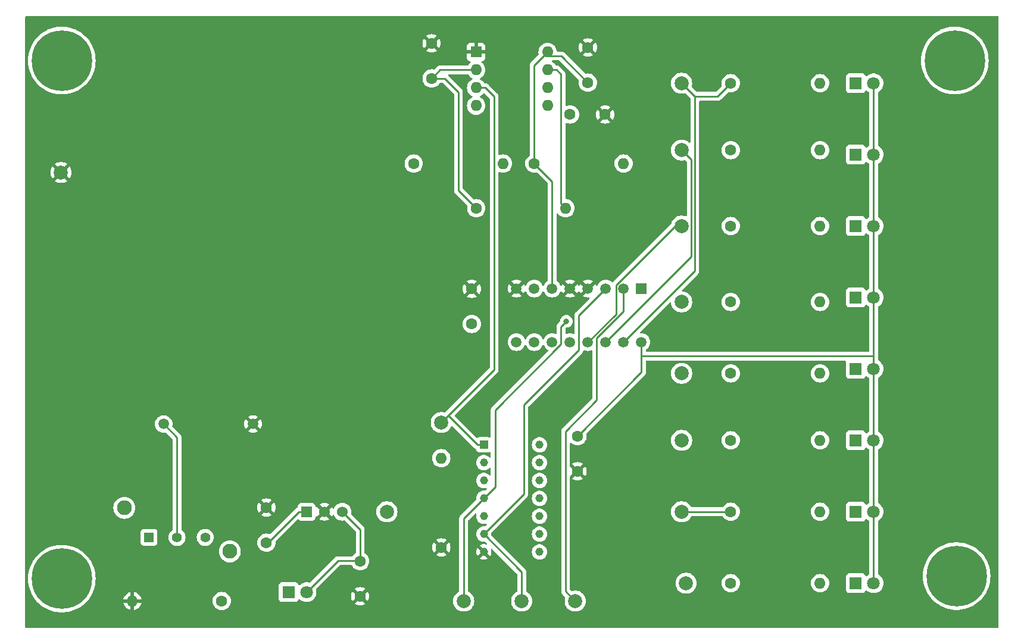
<source format=gbl>
%TF.GenerationSoftware,KiCad,Pcbnew,7.0.6*%
%TF.CreationDate,2024-11-05T16:19:31-08:00*%
%TF.ProjectId,LED-Driver,4c45442d-4472-4697-9665-722e6b696361,rev?*%
%TF.SameCoordinates,Original*%
%TF.FileFunction,Copper,L2,Bot*%
%TF.FilePolarity,Positive*%
%FSLAX46Y46*%
G04 Gerber Fmt 4.6, Leading zero omitted, Abs format (unit mm)*
G04 Created by KiCad (PCBNEW 7.0.6) date 2024-11-05 16:19:31*
%MOMM*%
%LPD*%
G01*
G04 APERTURE LIST*
%TA.AperFunction,ComponentPad*%
%ADD10C,1.600000*%
%TD*%
%TA.AperFunction,ComponentPad*%
%ADD11R,1.170000X1.170000*%
%TD*%
%TA.AperFunction,ComponentPad*%
%ADD12C,1.170000*%
%TD*%
%TA.AperFunction,ComponentPad*%
%ADD13C,0.900000*%
%TD*%
%TA.AperFunction,ComponentPad*%
%ADD14C,8.600000*%
%TD*%
%TA.AperFunction,ComponentPad*%
%ADD15C,2.000000*%
%TD*%
%TA.AperFunction,ComponentPad*%
%ADD16C,1.500000*%
%TD*%
%TA.AperFunction,ComponentPad*%
%ADD17O,1.600000X1.600000*%
%TD*%
%TA.AperFunction,ComponentPad*%
%ADD18R,1.410000X1.410000*%
%TD*%
%TA.AperFunction,ComponentPad*%
%ADD19C,1.410000*%
%TD*%
%TA.AperFunction,ComponentPad*%
%ADD20C,2.103000*%
%TD*%
%TA.AperFunction,ComponentPad*%
%ADD21R,1.524000X1.524000*%
%TD*%
%TA.AperFunction,ComponentPad*%
%ADD22C,1.524000*%
%TD*%
%TA.AperFunction,ComponentPad*%
%ADD23R,1.800000X1.800000*%
%TD*%
%TA.AperFunction,ComponentPad*%
%ADD24C,1.800000*%
%TD*%
%TA.AperFunction,ComponentPad*%
%ADD25R,1.500000X1.500000*%
%TD*%
%TA.AperFunction,ComponentPad*%
%ADD26R,1.600000X1.600000*%
%TD*%
%TA.AperFunction,ViaPad*%
%ADD27C,0.800000*%
%TD*%
%TA.AperFunction,Conductor*%
%ADD28C,0.250000*%
%TD*%
G04 APERTURE END LIST*
D10*
%TO.P,C3,1*%
%TO.N,/Clock Generation/TandT*%
X134620000Y-58380000D03*
%TO.P,C3,2*%
%TO.N,GND*%
X134620000Y-53380000D03*
%TD*%
%TO.P,C2,1*%
%TO.N,Net-(C2-Pad1)*%
X111125000Y-124420000D03*
%TO.P,C2,2*%
%TO.N,GND*%
X111125000Y-119420000D03*
%TD*%
D11*
%TO.P,U3,1,1CLK*%
%TO.N,/Clock*%
X142035800Y-110490000D03*
D12*
%TO.P,U3,2,1CLR*%
%TO.N,Net-(U3-1CLR)*%
X142035800Y-113030000D03*
%TO.P,U3,3,1QA*%
%TO.N,unconnected-(U3-1QA-Pad3)*%
X142035800Y-115570000D03*
%TO.P,U3,4,1QB*%
%TO.N,/Counter/1QB*%
X142035800Y-118110000D03*
%TO.P,U3,5,1QC*%
%TO.N,/Counter/1QC*%
X142035800Y-120650000D03*
%TO.P,U3,6,1QD*%
%TO.N,/Counter/1QD*%
X142035800Y-123190000D03*
%TO.P,U3,7,GND*%
%TO.N,GND*%
X142035800Y-125730000D03*
%TO.P,U3,8,2QD*%
%TO.N,unconnected-(U3-2QD-Pad8)*%
X149975800Y-125730000D03*
%TO.P,U3,9,2QC*%
%TO.N,unconnected-(U3-2QC-Pad9)*%
X149975800Y-123190000D03*
%TO.P,U3,10,2QB*%
%TO.N,unconnected-(U3-2QB-Pad10)*%
X149975800Y-120650000D03*
%TO.P,U3,11,2QA*%
%TO.N,unconnected-(U3-2QA-Pad11)*%
X149975800Y-118110000D03*
%TO.P,U3,12,2CLR*%
%TO.N,unconnected-(U3-2CLR-Pad12)*%
X149975800Y-115570000D03*
%TO.P,U3,13,2CLK*%
%TO.N,unconnected-(U3-2CLK-Pad13)*%
X149975800Y-113030000D03*
%TO.P,U3,14,VCC*%
%TO.N,/Clock Generation/VCC*%
X149975800Y-110490000D03*
%TD*%
D10*
%TO.P,C4,1*%
%TO.N,/Clock Generation/VCC*%
X156845000Y-58975000D03*
%TO.P,C4,2*%
%TO.N,GND*%
X156845000Y-53975000D03*
%TD*%
D13*
%TO.P,H3,1*%
%TO.N,N/C*%
X78805800Y-129540000D03*
X79750381Y-127259581D03*
X79750381Y-131820419D03*
X82030800Y-126315000D03*
D14*
X82030800Y-129540000D03*
D13*
X82030800Y-132765000D03*
X84311219Y-127259581D03*
X84311219Y-131820419D03*
X85255800Y-129540000D03*
%TD*%
D15*
%TO.P,TP17,1,1*%
%TO.N,GND*%
X81915000Y-71755000D03*
%TD*%
%TO.P,TP5,1,1*%
%TO.N,/Clock*%
X136005800Y-107315000D03*
%TD*%
D16*
%TO.P,J1,1*%
%TO.N,Net-(J1-Pad1)*%
X96520000Y-107540000D03*
%TO.P,J1,2*%
%TO.N,GND*%
X109220000Y-107540000D03*
%TD*%
D13*
%TO.P,H1,1*%
%TO.N,N/C*%
X78805800Y-55830000D03*
X79750381Y-53549581D03*
X79750381Y-58110419D03*
X82030800Y-52605000D03*
D14*
X82030800Y-55830000D03*
D13*
X82030800Y-59055000D03*
X84311219Y-53549581D03*
X84311219Y-58110419D03*
X85255800Y-55830000D03*
%TD*%
D15*
%TO.P,TP9,1,1*%
%TO.N,/Decoder/LED0*%
X170180000Y-59055000D03*
%TD*%
D10*
%TO.P,R12,1*%
%TO.N,/Decoder/LED5*%
X177165000Y-109855000D03*
D17*
%TO.P,R12,2*%
%TO.N,Net-(D7-K)*%
X189865000Y-109855000D03*
%TD*%
D15*
%TO.P,TP16,1,1*%
%TO.N,/Decoder/LED7*%
X170815000Y-130175000D03*
%TD*%
D10*
%TO.P,R2,1*%
%TO.N,Net-(U2-DISC)*%
X132080000Y-70485000D03*
D17*
%TO.P,R2,2*%
%TO.N,/Clock Generation/VCC*%
X144780000Y-70485000D03*
%TD*%
D10*
%TO.P,C1,1*%
%TO.N,/Clock Generation/VCC*%
X124460000Y-127040000D03*
%TO.P,C1,2*%
%TO.N,GND*%
X124460000Y-132040000D03*
%TD*%
%TO.P,R10,1*%
%TO.N,/Decoder/LED3*%
X177165000Y-90170000D03*
D17*
%TO.P,R10,2*%
%TO.N,Net-(D5-K)*%
X189865000Y-90170000D03*
%TD*%
D15*
%TO.P,TP12,1,1*%
%TO.N,/Decoder/LED3*%
X170180000Y-90170000D03*
%TD*%
%TO.P,TP14,1,1*%
%TO.N,/Decoder/LED5*%
X170180000Y-109855000D03*
%TD*%
D18*
%TO.P,S1,1*%
%TO.N,Net-(C2-Pad1)*%
X94425000Y-123655000D03*
D19*
%TO.P,S1,2*%
%TO.N,Net-(J1-Pad1)*%
X98425000Y-123655000D03*
%TO.P,S1,3*%
%TO.N,unconnected-(S1-Pad3)*%
X102425000Y-123655000D03*
D20*
%TO.P,S1,S1,SHIELD*%
%TO.N,unconnected-(S1-SHIELD-PadS1)*%
X90925000Y-119455000D03*
%TO.P,S1,S2,SHIELD__1*%
%TO.N,unconnected-(S1-SHIELD__1-PadS2)*%
X105925000Y-125655000D03*
%TD*%
D21*
%TO.P,U1,1*%
%TO.N,Net-(C2-Pad1)*%
X116840000Y-120015000D03*
D22*
%TO.P,U1,2*%
%TO.N,GND*%
X119380000Y-120015000D03*
%TO.P,U1,3*%
%TO.N,/Clock Generation/VCC*%
X121920000Y-120015000D03*
%TD*%
D23*
%TO.P,D1,1,K*%
%TO.N,Net-(D1-K)*%
X114295000Y-131445000D03*
D24*
%TO.P,D1,2,A*%
%TO.N,/Clock Generation/VCC*%
X116835000Y-131445000D03*
%TD*%
D10*
%TO.P,R1,1*%
%TO.N,Net-(D1-K)*%
X104775000Y-132715000D03*
D17*
%TO.P,R1,2*%
%TO.N,GND*%
X92075000Y-132715000D03*
%TD*%
D13*
%TO.P,H4,1*%
%TO.N,N/C*%
X206065400Y-129164600D03*
X207009981Y-126884181D03*
X207009981Y-131445019D03*
X209290400Y-125939600D03*
D14*
X209290400Y-129164600D03*
D13*
X209290400Y-132389600D03*
X211570819Y-126884181D03*
X211570819Y-131445019D03*
X212515400Y-129164600D03*
%TD*%
D15*
%TO.P,TP15,1,1*%
%TO.N,/Decoder/LED6*%
X170180000Y-120015000D03*
%TD*%
D13*
%TO.P,H2,1*%
%TO.N,N/C*%
X205805800Y-55830000D03*
X206750381Y-53549581D03*
X206750381Y-58110419D03*
X209030800Y-52605000D03*
D14*
X209030800Y-55830000D03*
D13*
X209030800Y-59055000D03*
X211311219Y-53549581D03*
X211311219Y-58110419D03*
X212255800Y-55830000D03*
%TD*%
D23*
%TO.P,D2,1,K*%
%TO.N,Net-(D2-K)*%
X194940000Y-59055000D03*
D24*
%TO.P,D2,2,A*%
%TO.N,/Clock Generation/VCC*%
X197480000Y-59055000D03*
%TD*%
D23*
%TO.P,D4,1,K*%
%TO.N,Net-(D4-K)*%
X194945000Y-79375000D03*
D24*
%TO.P,D4,2,A*%
%TO.N,/Clock Generation/VCC*%
X197485000Y-79375000D03*
%TD*%
D25*
%TO.P,U4,1,A0*%
%TO.N,/Counter/1QB*%
X164465000Y-88265000D03*
D16*
%TO.P,U4,2,A1*%
%TO.N,/Counter/1QC*%
X161925000Y-88265000D03*
%TO.P,U4,3,A2*%
%TO.N,/Counter/1QD*%
X159385000Y-88265000D03*
%TO.P,U4,4,E1_N*%
%TO.N,GND*%
X156845000Y-88265000D03*
%TO.P,U4,5,E2_N*%
X154305000Y-88265000D03*
%TO.P,U4,6,E3*%
%TO.N,/Clock Generation/VCC*%
X151765000Y-88265000D03*
%TO.P,U4,7,Y7_N*%
%TO.N,/Decoder/LED7*%
X149225000Y-88265000D03*
%TO.P,U4,8,GND*%
%TO.N,GND*%
X146685000Y-88265000D03*
%TO.P,U4,9,Y6_N*%
%TO.N,/Decoder/LED6*%
X146685000Y-95885000D03*
%TO.P,U4,10,Y5_N*%
%TO.N,/Decoder/LED5*%
X149225000Y-95885000D03*
%TO.P,U4,11,Y4_N*%
%TO.N,/Decoder/LED4*%
X151765000Y-95885000D03*
%TO.P,U4,12,Y3_N*%
%TO.N,/Decoder/LED3*%
X154305000Y-95885000D03*
%TO.P,U4,13,Y2_N*%
%TO.N,/Decoder/LED2*%
X156845000Y-95885000D03*
%TO.P,U4,14,Y1_N*%
%TO.N,/Decoder/LED1*%
X159385000Y-95885000D03*
%TO.P,U4,15,Y0_N*%
%TO.N,/Decoder/LED0*%
X161925000Y-95885000D03*
%TO.P,U4,16,VCC*%
%TO.N,/Clock Generation/VCC*%
X164465000Y-95885000D03*
%TD*%
D23*
%TO.P,D3,1,K*%
%TO.N,Net-(D3-K)*%
X194945000Y-69215000D03*
D24*
%TO.P,D3,2,A*%
%TO.N,/Clock Generation/VCC*%
X197485000Y-69215000D03*
%TD*%
D10*
%TO.P,R9,1*%
%TO.N,/Decoder/LED2*%
X177165000Y-79375000D03*
D17*
%TO.P,R9,2*%
%TO.N,Net-(D4-K)*%
X189865000Y-79375000D03*
%TD*%
D15*
%TO.P,TP13,1,1*%
%TO.N,/Decoder/LED4*%
X170180000Y-100330000D03*
%TD*%
D10*
%TO.P,C6,1*%
%TO.N,/Clock Generation/VCC*%
X155370800Y-109260000D03*
%TO.P,C6,2*%
%TO.N,GND*%
X155370800Y-114260000D03*
%TD*%
D23*
%TO.P,D5,1,K*%
%TO.N,Net-(D5-K)*%
X194945000Y-89535000D03*
D24*
%TO.P,D5,2,A*%
%TO.N,/Clock Generation/VCC*%
X197485000Y-89535000D03*
%TD*%
D10*
%TO.P,C5,1*%
%TO.N,Net-(U2-CNTR)*%
X154305000Y-63500000D03*
%TO.P,C5,2*%
%TO.N,GND*%
X159305000Y-63500000D03*
%TD*%
%TO.P,R8,1*%
%TO.N,/Decoder/LED1*%
X177165000Y-68580000D03*
D17*
%TO.P,R8,2*%
%TO.N,Net-(D3-K)*%
X189865000Y-68580000D03*
%TD*%
D15*
%TO.P,TP10,1,1*%
%TO.N,/Decoder/LED1*%
X170180000Y-68580000D03*
%TD*%
D23*
%TO.P,D9,1,K*%
%TO.N,Net-(D9-K)*%
X194945000Y-130175000D03*
D24*
%TO.P,D9,2,A*%
%TO.N,/Clock Generation/VCC*%
X197485000Y-130175000D03*
%TD*%
D15*
%TO.P,TP7,1,1*%
%TO.N,/Counter/1QD*%
X147435800Y-132715000D03*
%TD*%
D10*
%TO.P,R4,1*%
%TO.N,/Clock Generation/VCC*%
X149225000Y-70485000D03*
D17*
%TO.P,R4,2*%
%TO.N,Net-(U2-RST)*%
X161925000Y-70485000D03*
%TD*%
D10*
%TO.P,R6,1*%
%TO.N,GND*%
X136005800Y-125095000D03*
D17*
%TO.P,R6,2*%
%TO.N,Net-(U3-1CLR)*%
X136005800Y-112395000D03*
%TD*%
D15*
%TO.P,TP8,1,1*%
%TO.N,/Counter/1QC*%
X155055800Y-132715000D03*
%TD*%
D10*
%TO.P,R14,1*%
%TO.N,/Decoder/LED7*%
X177165000Y-130175000D03*
D17*
%TO.P,R14,2*%
%TO.N,Net-(D9-K)*%
X189865000Y-130175000D03*
%TD*%
D23*
%TO.P,D8,1,K*%
%TO.N,Net-(D8-K)*%
X194940000Y-120015000D03*
D24*
%TO.P,D8,2,A*%
%TO.N,/Clock Generation/VCC*%
X197480000Y-120015000D03*
%TD*%
D26*
%TO.P,U2,1,GND*%
%TO.N,GND*%
X140950000Y-54620000D03*
D17*
%TO.P,U2,2,TRG*%
%TO.N,/Clock Generation/TandT*%
X140950000Y-57160000D03*
%TO.P,U2,3,OUTPUT*%
%TO.N,/Clock*%
X140950000Y-59700000D03*
%TO.P,U2,4,RST*%
%TO.N,Net-(U2-RST)*%
X140950000Y-62240000D03*
%TO.P,U2,5,CNTR*%
%TO.N,Net-(U2-CNTR)*%
X151110000Y-62240000D03*
%TO.P,U2,6,TRH*%
%TO.N,/Clock Generation/TandT*%
X151110000Y-59700000D03*
%TO.P,U2,7,DISC*%
%TO.N,Net-(U2-DISC)*%
X151110000Y-57160000D03*
%TO.P,U2,8,V+*%
%TO.N,/Clock Generation/VCC*%
X151110000Y-54620000D03*
%TD*%
D10*
%TO.P,C7,1*%
%TO.N,/Clock Generation/VCC*%
X140335000Y-93305000D03*
%TO.P,C7,2*%
%TO.N,GND*%
X140335000Y-88305000D03*
%TD*%
D15*
%TO.P,TP6,1,1*%
%TO.N,/Counter/1QB*%
X139180800Y-132715000D03*
%TD*%
%TO.P,TP11,1,1*%
%TO.N,/Decoder/LED2*%
X170180000Y-79375000D03*
%TD*%
%TO.P,TP2,1,1*%
%TO.N,/Clock Generation/VCC*%
X128270000Y-120015000D03*
%TD*%
D10*
%TO.P,R7,1*%
%TO.N,/Decoder/LED0*%
X177165000Y-59055000D03*
D17*
%TO.P,R7,2*%
%TO.N,Net-(D2-K)*%
X189865000Y-59055000D03*
%TD*%
D10*
%TO.P,R13,1*%
%TO.N,/Decoder/LED6*%
X177165000Y-120015000D03*
D17*
%TO.P,R13,2*%
%TO.N,Net-(D8-K)*%
X189865000Y-120015000D03*
%TD*%
D10*
%TO.P,R11,1*%
%TO.N,/Decoder/LED4*%
X177165000Y-100330000D03*
D17*
%TO.P,R11,2*%
%TO.N,Net-(D6-K)*%
X189865000Y-100330000D03*
%TD*%
D23*
%TO.P,D7,1,K*%
%TO.N,Net-(D7-K)*%
X194945000Y-109855000D03*
D24*
%TO.P,D7,2,A*%
%TO.N,/Clock Generation/VCC*%
X197485000Y-109855000D03*
%TD*%
D10*
%TO.P,R3,1*%
%TO.N,/Clock Generation/TandT*%
X140970000Y-76835000D03*
D17*
%TO.P,R3,2*%
%TO.N,Net-(U2-DISC)*%
X153670000Y-76835000D03*
%TD*%
D23*
%TO.P,D6,1,K*%
%TO.N,Net-(D6-K)*%
X194940000Y-99695000D03*
D24*
%TO.P,D6,2,A*%
%TO.N,/Clock Generation/VCC*%
X197480000Y-99695000D03*
%TD*%
D27*
%TO.N,/Counter/1QB*%
X153789200Y-92927200D03*
%TD*%
D28*
%TO.N,/Counter/1QC*%
X153670000Y-131329200D02*
X155055800Y-132715000D01*
X153670000Y-108585000D02*
X153670000Y-131329200D01*
X158115000Y-95347300D02*
X158115000Y-104140000D01*
X161925000Y-88265000D02*
X161925000Y-91537300D01*
X161925000Y-91537300D02*
X158115000Y-95347300D01*
X158115000Y-104140000D02*
X153670000Y-108585000D01*
%TO.N,/Clock Generation/VCC*%
X149225000Y-56505000D02*
X151110000Y-54620000D01*
X149225000Y-70485000D02*
X149225000Y-56505000D01*
%TO.N,Net-(U2-DISC)*%
X152410000Y-57160000D02*
X151110000Y-57160000D01*
X153035000Y-57785000D02*
X152410000Y-57160000D01*
X153035000Y-76200000D02*
X153035000Y-57785000D01*
X153670000Y-76835000D02*
X153035000Y-76200000D01*
%TO.N,/Clock Generation/TandT*%
X135890000Y-57150000D02*
X135850000Y-57150000D01*
X135900000Y-57160000D02*
X135890000Y-57150000D01*
X140950000Y-57160000D02*
X135900000Y-57160000D01*
X135850000Y-57150000D02*
X134620000Y-58380000D01*
X138430000Y-60325000D02*
X136485000Y-58380000D01*
X138430000Y-74295000D02*
X138430000Y-60325000D01*
X140970000Y-76835000D02*
X138430000Y-74295000D01*
X136485000Y-58380000D02*
X134620000Y-58380000D01*
%TO.N,/Clock*%
X143510000Y-60960000D02*
X142250000Y-59700000D01*
X142250000Y-59700000D02*
X140950000Y-59700000D01*
X143510000Y-99810800D02*
X143510000Y-60960000D01*
X136977400Y-106343400D02*
X143510000Y-99810800D01*
%TO.N,/Clock Generation/VCC*%
X124460000Y-122555000D02*
X124460000Y-127040000D01*
X121920000Y-120015000D02*
X124460000Y-122555000D01*
%TO.N,/Clock*%
X136977400Y-106343400D02*
X136005800Y-107315000D01*
X136977400Y-106343400D02*
X141123900Y-110490000D01*
X142035800Y-110490000D02*
X141123900Y-110490000D01*
%TO.N,Net-(C2-Pad1)*%
X116840000Y-120015000D02*
X115751100Y-120015000D01*
X111346100Y-124420000D02*
X111125000Y-124420000D01*
X115751100Y-120015000D02*
X111346100Y-124420000D01*
%TO.N,Net-(J1-Pad1)*%
X98425000Y-109445000D02*
X98425000Y-123655000D01*
X96520000Y-107540000D02*
X98425000Y-109445000D01*
%TO.N,/Clock Generation/VCC*%
X197480000Y-99695000D02*
X197480000Y-97889400D01*
X197485000Y-59060000D02*
X197480000Y-59055000D01*
X153053400Y-55183400D02*
X156845000Y-58975000D01*
X197485000Y-89535000D02*
X197485000Y-97884400D01*
X121920000Y-126981000D02*
X124401000Y-126981000D01*
X164465000Y-95885000D02*
X164465000Y-97889400D01*
X197485000Y-99700000D02*
X197485000Y-109855000D01*
X116835000Y-131445000D02*
X121299000Y-126981000D01*
X197485000Y-120020000D02*
X197480000Y-120015000D01*
X197480000Y-97889400D02*
X164465000Y-97889400D01*
X197485000Y-89535000D02*
X197485000Y-79375000D01*
X197480000Y-120015000D02*
X197485000Y-120010000D01*
X121299000Y-126981000D02*
X121920000Y-126981000D01*
X197480000Y-99695000D02*
X197485000Y-99700000D01*
X151110000Y-54620000D02*
X151110000Y-55183400D01*
X151110000Y-55183400D02*
X153053400Y-55183400D01*
X151765000Y-88265000D02*
X151765000Y-73025000D01*
X164465000Y-100165800D02*
X155370800Y-109260000D01*
X151765000Y-73025000D02*
X149225000Y-70485000D01*
X124401000Y-126981000D02*
X124460000Y-127040000D01*
X197485000Y-79375000D02*
X197485000Y-69215000D01*
X197485000Y-120010000D02*
X197485000Y-109855000D01*
X197485000Y-130175000D02*
X197485000Y-120020000D01*
X197485000Y-97884400D02*
X197480000Y-97889400D01*
X164465000Y-97889400D02*
X164465000Y-100165800D01*
X197485000Y-69215000D02*
X197485000Y-59060000D01*
%TO.N,/Counter/1QD*%
X159385000Y-88265000D02*
X155575000Y-92075000D01*
X147435800Y-128590000D02*
X142035800Y-123190000D01*
X155575000Y-96993200D02*
X147735700Y-104832500D01*
X147735700Y-104832500D02*
X147735700Y-117490100D01*
X155575000Y-92075000D02*
X155575000Y-96993200D01*
X147435800Y-132715000D02*
X147435800Y-128590000D01*
X147735700Y-117490100D02*
X142035800Y-123190000D01*
%TO.N,/Counter/1QB*%
X153035000Y-96183000D02*
X143665400Y-105552600D01*
X142035800Y-118110000D02*
X139180800Y-120965000D01*
X143665400Y-105552600D02*
X143665400Y-116480400D01*
X153035000Y-93681400D02*
X153035000Y-96183000D01*
X153789200Y-92927200D02*
X153035000Y-93681400D01*
X139180800Y-120965000D02*
X139180800Y-132715000D01*
X143665400Y-116480400D02*
X142035800Y-118110000D01*
%TO.N,/Decoder/LED6*%
X170180000Y-120015000D02*
X177165000Y-120015000D01*
%TO.N,/Decoder/LED2*%
X170180000Y-79375000D02*
X169251400Y-79375000D01*
X169251400Y-79375000D02*
X160841200Y-87785200D01*
X160841200Y-91888800D02*
X156845000Y-95885000D01*
X160841200Y-87785200D02*
X160841200Y-91888800D01*
%TO.N,/Decoder/LED1*%
X171538200Y-83731800D02*
X171538200Y-69938200D01*
X159385000Y-95885000D02*
X171538200Y-83731800D01*
X171538200Y-69938200D02*
X170180000Y-68580000D01*
%TO.N,/Decoder/LED0*%
X175297500Y-60922500D02*
X177165000Y-59055000D01*
X172047500Y-85762500D02*
X172047500Y-60922500D01*
X161925000Y-95885000D02*
X172047500Y-85762500D01*
X172047500Y-60922500D02*
X175297500Y-60922500D01*
X172047500Y-60922500D02*
X170180000Y-59055000D01*
%TD*%
%TA.AperFunction,Conductor*%
%TO.N,GND*%
G36*
X215208039Y-49549685D02*
G01*
X215253794Y-49602489D01*
X215265000Y-49654000D01*
X215265000Y-136401000D01*
X215245315Y-136468039D01*
X215192511Y-136513794D01*
X215141000Y-136525000D01*
X76959000Y-136525000D01*
X76891961Y-136505315D01*
X76846206Y-136452511D01*
X76835000Y-136401000D01*
X76835000Y-129540003D01*
X77225461Y-129540003D01*
X77244805Y-129970737D01*
X77244806Y-129970746D01*
X77302685Y-130398027D01*
X77398630Y-130818391D01*
X77531873Y-131228472D01*
X77531876Y-131228480D01*
X77701333Y-131624947D01*
X77701337Y-131624955D01*
X77757746Y-131729780D01*
X77905663Y-132004655D01*
X77905667Y-132004661D01*
X77905667Y-132004662D01*
X78143194Y-132364501D01*
X78143204Y-132364514D01*
X78412025Y-132701607D01*
X78412037Y-132701620D01*
X78661774Y-132962824D01*
X78710010Y-133013274D01*
X79034720Y-133296965D01*
X79383553Y-133550407D01*
X79753700Y-133771560D01*
X79753703Y-133771561D01*
X79753704Y-133771562D01*
X79753706Y-133771563D01*
X80142172Y-133958639D01*
X80142186Y-133958645D01*
X80545855Y-134110144D01*
X80545859Y-134110145D01*
X80545869Y-134110149D01*
X80961511Y-134224859D01*
X81385764Y-134301850D01*
X81815209Y-134340500D01*
X81815216Y-134340500D01*
X82246384Y-134340500D01*
X82246391Y-134340500D01*
X82675836Y-134301850D01*
X83100089Y-134224859D01*
X83515731Y-134110149D01*
X83919419Y-133958643D01*
X84307900Y-133771560D01*
X84678047Y-133550407D01*
X85026880Y-133296965D01*
X85351590Y-133013274D01*
X85649564Y-132701619D01*
X85656852Y-132692481D01*
X85821261Y-132486317D01*
X85838261Y-132464999D01*
X90796127Y-132464999D01*
X90796128Y-132465000D01*
X91759314Y-132465000D01*
X91747359Y-132476955D01*
X91689835Y-132589852D01*
X91670014Y-132715000D01*
X91689835Y-132840148D01*
X91747359Y-132953045D01*
X91759314Y-132965000D01*
X90796128Y-132965000D01*
X90848730Y-133161317D01*
X90848734Y-133161326D01*
X90944865Y-133367482D01*
X91075342Y-133553820D01*
X91236179Y-133714657D01*
X91422517Y-133845134D01*
X91628673Y-133941265D01*
X91628682Y-133941269D01*
X91824999Y-133993872D01*
X91825000Y-133993871D01*
X91825000Y-133030686D01*
X91836955Y-133042641D01*
X91949852Y-133100165D01*
X92043519Y-133115000D01*
X92106481Y-133115000D01*
X92200148Y-133100165D01*
X92313045Y-133042641D01*
X92325000Y-133030685D01*
X92325000Y-133993872D01*
X92521317Y-133941269D01*
X92521326Y-133941265D01*
X92727482Y-133845134D01*
X92913820Y-133714657D01*
X93074657Y-133553820D01*
X93205134Y-133367482D01*
X93301265Y-133161326D01*
X93301269Y-133161317D01*
X93353872Y-132965000D01*
X92390686Y-132965000D01*
X92402641Y-132953045D01*
X92460165Y-132840148D01*
X92479986Y-132715001D01*
X103469532Y-132715001D01*
X103489364Y-132941686D01*
X103489366Y-132941697D01*
X103548258Y-133161488D01*
X103548261Y-133161497D01*
X103644431Y-133367732D01*
X103644432Y-133367734D01*
X103774954Y-133554141D01*
X103935858Y-133715045D01*
X103935861Y-133715047D01*
X104122266Y-133845568D01*
X104328504Y-133941739D01*
X104548308Y-134000635D01*
X104710230Y-134014801D01*
X104774998Y-134020468D01*
X104775000Y-134020468D01*
X104775002Y-134020468D01*
X104831672Y-134015509D01*
X105001692Y-134000635D01*
X105221496Y-133941739D01*
X105427734Y-133845568D01*
X105614139Y-133715047D01*
X105775047Y-133554139D01*
X105905568Y-133367734D01*
X106001739Y-133161496D01*
X106060635Y-132941692D01*
X106080468Y-132715000D01*
X106080467Y-132714994D01*
X106060635Y-132488313D01*
X106060635Y-132488308D01*
X106012361Y-132308147D01*
X106001741Y-132268511D01*
X106001738Y-132268502D01*
X105968513Y-132197251D01*
X105905568Y-132062266D01*
X105775047Y-131875861D01*
X105775045Y-131875858D01*
X105614141Y-131714954D01*
X105427734Y-131584432D01*
X105427732Y-131584431D01*
X105221497Y-131488261D01*
X105221488Y-131488258D01*
X105001697Y-131429366D01*
X105001693Y-131429365D01*
X105001692Y-131429365D01*
X105001691Y-131429364D01*
X105001686Y-131429364D01*
X104775002Y-131409532D01*
X104774998Y-131409532D01*
X104548313Y-131429364D01*
X104548302Y-131429366D01*
X104328511Y-131488258D01*
X104328502Y-131488261D01*
X104122267Y-131584431D01*
X104122265Y-131584432D01*
X103935858Y-131714954D01*
X103774954Y-131875858D01*
X103644432Y-132062265D01*
X103644431Y-132062267D01*
X103548261Y-132268502D01*
X103548258Y-132268511D01*
X103489366Y-132488302D01*
X103489364Y-132488313D01*
X103469532Y-132714998D01*
X103469532Y-132715001D01*
X92479986Y-132715001D01*
X92479986Y-132715000D01*
X92460165Y-132589852D01*
X92402641Y-132476955D01*
X92390686Y-132465000D01*
X93353872Y-132465000D01*
X93353872Y-132464999D01*
X93301269Y-132268682D01*
X93301265Y-132268673D01*
X93205134Y-132062517D01*
X93074657Y-131876179D01*
X92913820Y-131715342D01*
X92727482Y-131584865D01*
X92521328Y-131488734D01*
X92324999Y-131436127D01*
X92324999Y-132399313D01*
X92313045Y-132387359D01*
X92200148Y-132329835D01*
X92106481Y-132315000D01*
X92043519Y-132315000D01*
X91949852Y-132329835D01*
X91836955Y-132387359D01*
X91825000Y-132399314D01*
X91825000Y-131436127D01*
X91628671Y-131488734D01*
X91422517Y-131584865D01*
X91236179Y-131715342D01*
X91075342Y-131876179D01*
X90944865Y-132062517D01*
X90848734Y-132268673D01*
X90848730Y-132268682D01*
X90796127Y-132464999D01*
X85838261Y-132464999D01*
X85918401Y-132364507D01*
X86155937Y-132004655D01*
X86360261Y-131624958D01*
X86368693Y-131605232D01*
X86442502Y-131432546D01*
X86529726Y-131228475D01*
X86662968Y-130818397D01*
X86758915Y-130398026D01*
X86816794Y-129970747D01*
X86836139Y-129540000D01*
X86816794Y-129109253D01*
X86758915Y-128681974D01*
X86662968Y-128261603D01*
X86529726Y-127851525D01*
X86426209Y-127609334D01*
X86360266Y-127455052D01*
X86360262Y-127455044D01*
X86360261Y-127455042D01*
X86155937Y-127075345D01*
X86155932Y-127075337D01*
X85918405Y-126715498D01*
X85918395Y-126715485D01*
X85649574Y-126378392D01*
X85649562Y-126378379D01*
X85639468Y-126367822D01*
X85351590Y-126066726D01*
X85026880Y-125783035D01*
X84977947Y-125747483D01*
X84850654Y-125654999D01*
X104368201Y-125654999D01*
X104387368Y-125898540D01*
X104444393Y-126136067D01*
X104444398Y-126136084D01*
X104537879Y-126361768D01*
X104537881Y-126361771D01*
X104665519Y-126570057D01*
X104665520Y-126570060D01*
X104685549Y-126593511D01*
X104824177Y-126755823D01*
X104894050Y-126815500D01*
X105009939Y-126914479D01*
X105009942Y-126914480D01*
X105218228Y-127042118D01*
X105218231Y-127042120D01*
X105443915Y-127135601D01*
X105443917Y-127135601D01*
X105443923Y-127135604D01*
X105681463Y-127192632D01*
X105925000Y-127211799D01*
X106168537Y-127192632D01*
X106406077Y-127135604D01*
X106541157Y-127079652D01*
X106631768Y-127042120D01*
X106631769Y-127042119D01*
X106631772Y-127042118D01*
X106840063Y-126914477D01*
X107025823Y-126755823D01*
X107184477Y-126570063D01*
X107312118Y-126361772D01*
X107313560Y-126358292D01*
X107405601Y-126136084D01*
X107405600Y-126136084D01*
X107405604Y-126136077D01*
X107462632Y-125898537D01*
X107481799Y-125655000D01*
X107462632Y-125411463D01*
X107405604Y-125173923D01*
X107398226Y-125156110D01*
X107312120Y-124948231D01*
X107312118Y-124948228D01*
X107262033Y-124866497D01*
X107184479Y-124739941D01*
X107184479Y-124739939D01*
X107106530Y-124648673D01*
X107025823Y-124554177D01*
X106868723Y-124420001D01*
X109819532Y-124420001D01*
X109839364Y-124646686D01*
X109839366Y-124646697D01*
X109898258Y-124866488D01*
X109898261Y-124866497D01*
X109994431Y-125072732D01*
X109994432Y-125072734D01*
X110124954Y-125259141D01*
X110285858Y-125420045D01*
X110289566Y-125422641D01*
X110472266Y-125550568D01*
X110678504Y-125646739D01*
X110678509Y-125646740D01*
X110678511Y-125646741D01*
X110731415Y-125660916D01*
X110898308Y-125705635D01*
X111060230Y-125719801D01*
X111124998Y-125725468D01*
X111125000Y-125725468D01*
X111125002Y-125725468D01*
X111181672Y-125720509D01*
X111351692Y-125705635D01*
X111571496Y-125646739D01*
X111777734Y-125550568D01*
X111964139Y-125420047D01*
X112125047Y-125259139D01*
X112255568Y-125072734D01*
X112351739Y-124866496D01*
X112410635Y-124646692D01*
X112430468Y-124420000D01*
X112419434Y-124293894D01*
X112433200Y-124225397D01*
X112455278Y-124195410D01*
X115531798Y-121118890D01*
X115593119Y-121085407D01*
X115662811Y-121090391D01*
X115713856Y-121128601D01*
X115714183Y-121128275D01*
X115716452Y-121130544D01*
X115718739Y-121132256D01*
X115720452Y-121134544D01*
X115720455Y-121134547D01*
X115835664Y-121220793D01*
X115835671Y-121220797D01*
X115970517Y-121271091D01*
X115970516Y-121271091D01*
X115977444Y-121271835D01*
X116030127Y-121277500D01*
X117649872Y-121277499D01*
X117709483Y-121271091D01*
X117844331Y-121220796D01*
X117959546Y-121134546D01*
X118045796Y-121019331D01*
X118096091Y-120884483D01*
X118102500Y-120824873D01*
X118102499Y-120784048D01*
X118122182Y-120717012D01*
X118174985Y-120671256D01*
X118244143Y-120661311D01*
X118307700Y-120690334D01*
X118328073Y-120712924D01*
X118328257Y-120713187D01*
X118328258Y-120713187D01*
X118817226Y-120224219D01*
X118855901Y-120317588D01*
X118952075Y-120442925D01*
X119077412Y-120539099D01*
X119170779Y-120577772D01*
X118681811Y-121066741D01*
X118746582Y-121112094D01*
X118746592Y-121112100D01*
X118946715Y-121205419D01*
X118946729Y-121205424D01*
X119160013Y-121262573D01*
X119160023Y-121262575D01*
X119379999Y-121281821D01*
X119380001Y-121281821D01*
X119599976Y-121262575D01*
X119599986Y-121262573D01*
X119813270Y-121205424D01*
X119813284Y-121205419D01*
X120013408Y-121112100D01*
X120013420Y-121112093D01*
X120078186Y-121066742D01*
X120078187Y-121066740D01*
X119589220Y-120577772D01*
X119682588Y-120539099D01*
X119807925Y-120442925D01*
X119904099Y-120317589D01*
X119942773Y-120224220D01*
X120431740Y-120713187D01*
X120431742Y-120713186D01*
X120477093Y-120648420D01*
X120477100Y-120648408D01*
X120537342Y-120519219D01*
X120583514Y-120466779D01*
X120650707Y-120447627D01*
X120717588Y-120467842D01*
X120762106Y-120519219D01*
X120822464Y-120648658D01*
X120822468Y-120648666D01*
X120949170Y-120829615D01*
X120949175Y-120829621D01*
X121105378Y-120985824D01*
X121105384Y-120985829D01*
X121286333Y-121112531D01*
X121286335Y-121112532D01*
X121286338Y-121112534D01*
X121486550Y-121205894D01*
X121699932Y-121263070D01*
X121857123Y-121276822D01*
X121919998Y-121282323D01*
X121920000Y-121282323D01*
X121920002Y-121282323D01*
X121975151Y-121277498D01*
X122140068Y-121263070D01*
X122184022Y-121251292D01*
X122253870Y-121252955D01*
X122303795Y-121283385D01*
X123798181Y-122777772D01*
X123831665Y-122839093D01*
X123834499Y-122865451D01*
X123834499Y-125825811D01*
X123814814Y-125892850D01*
X123781623Y-125927386D01*
X123620856Y-126039956D01*
X123459954Y-126200858D01*
X123388699Y-126302623D01*
X123334123Y-126346248D01*
X123287124Y-126355500D01*
X121381737Y-126355500D01*
X121366120Y-126353776D01*
X121366093Y-126354062D01*
X121358331Y-126353327D01*
X121289203Y-126355500D01*
X121259650Y-126355500D01*
X121258929Y-126355590D01*
X121252757Y-126356369D01*
X121246945Y-126356826D01*
X121200378Y-126358290D01*
X121200367Y-126358292D01*
X121181134Y-126363879D01*
X121162094Y-126367822D01*
X121142217Y-126370334D01*
X121142210Y-126370335D01*
X121142208Y-126370336D01*
X121142206Y-126370336D01*
X121142205Y-126370337D01*
X121098868Y-126387494D01*
X121093342Y-126389386D01*
X121048611Y-126402382D01*
X121048608Y-126402383D01*
X121031363Y-126412581D01*
X121013901Y-126421135D01*
X120995272Y-126428511D01*
X120995267Y-126428513D01*
X120957564Y-126455906D01*
X120952682Y-126459112D01*
X120912580Y-126482828D01*
X120898408Y-126497000D01*
X120883623Y-126509628D01*
X120867412Y-126521407D01*
X120837709Y-126557310D01*
X120833777Y-126561631D01*
X117333519Y-130061888D01*
X117272196Y-130095373D01*
X117205575Y-130091488D01*
X117179983Y-130082702D01*
X116989450Y-130050908D01*
X116951049Y-130044500D01*
X116718951Y-130044500D01*
X116680550Y-130050908D01*
X116490015Y-130082702D01*
X116270504Y-130158061D01*
X116270495Y-130158064D01*
X116066371Y-130268531D01*
X116066365Y-130268535D01*
X115883222Y-130411081D01*
X115883218Y-130411085D01*
X115874866Y-130420158D01*
X115814979Y-130456148D01*
X115745141Y-130454047D01*
X115687525Y-130414522D01*
X115667455Y-130379507D01*
X115638797Y-130302671D01*
X115638793Y-130302664D01*
X115552547Y-130187455D01*
X115552544Y-130187452D01*
X115437335Y-130101206D01*
X115437328Y-130101202D01*
X115302482Y-130050908D01*
X115302483Y-130050908D01*
X115242883Y-130044501D01*
X115242881Y-130044500D01*
X115242873Y-130044500D01*
X115242864Y-130044500D01*
X113347129Y-130044500D01*
X113347123Y-130044501D01*
X113287516Y-130050908D01*
X113152671Y-130101202D01*
X113152664Y-130101206D01*
X113037455Y-130187452D01*
X113037452Y-130187455D01*
X112951206Y-130302664D01*
X112951202Y-130302671D01*
X112900908Y-130437517D01*
X112894501Y-130497116D01*
X112894500Y-130497135D01*
X112894500Y-132392870D01*
X112894501Y-132392876D01*
X112900908Y-132452483D01*
X112951202Y-132587328D01*
X112951206Y-132587335D01*
X113037452Y-132702544D01*
X113037455Y-132702547D01*
X113152664Y-132788793D01*
X113152671Y-132788797D01*
X113287517Y-132839091D01*
X113287516Y-132839091D01*
X113294444Y-132839835D01*
X113347127Y-132845500D01*
X115242872Y-132845499D01*
X115302483Y-132839091D01*
X115437331Y-132788796D01*
X115552546Y-132702546D01*
X115638796Y-132587331D01*
X115667454Y-132510493D01*
X115709326Y-132454559D01*
X115774790Y-132430141D01*
X115843063Y-132444992D01*
X115874866Y-132469843D01*
X115881414Y-132476955D01*
X115883215Y-132478912D01*
X115883222Y-132478918D01*
X116066365Y-132621464D01*
X116066371Y-132621468D01*
X116066374Y-132621470D01*
X116270497Y-132731936D01*
X116368181Y-132765471D01*
X116490015Y-132807297D01*
X116490017Y-132807297D01*
X116490019Y-132807298D01*
X116718951Y-132845500D01*
X116718952Y-132845500D01*
X116951048Y-132845500D01*
X116951049Y-132845500D01*
X117179981Y-132807298D01*
X117399503Y-132731936D01*
X117603626Y-132621470D01*
X117786784Y-132478913D01*
X117943979Y-132308153D01*
X118070924Y-132113849D01*
X118103316Y-132040002D01*
X123155034Y-132040002D01*
X123174858Y-132266599D01*
X123174860Y-132266610D01*
X123233730Y-132486317D01*
X123233734Y-132486326D01*
X123329865Y-132692481D01*
X123329866Y-132692483D01*
X123380973Y-132765471D01*
X123380974Y-132765472D01*
X124062046Y-132084399D01*
X124074835Y-132165148D01*
X124132359Y-132278045D01*
X124221955Y-132367641D01*
X124334852Y-132425165D01*
X124415599Y-132437953D01*
X123734526Y-133119025D01*
X123734526Y-133119026D01*
X123807512Y-133170131D01*
X123807516Y-133170133D01*
X124013673Y-133266265D01*
X124013682Y-133266269D01*
X124233389Y-133325139D01*
X124233400Y-133325141D01*
X124459998Y-133344966D01*
X124460002Y-133344966D01*
X124686599Y-133325141D01*
X124686610Y-133325139D01*
X124906317Y-133266269D01*
X124906331Y-133266264D01*
X125112478Y-133170136D01*
X125185472Y-133119025D01*
X124504401Y-132437953D01*
X124585148Y-132425165D01*
X124698045Y-132367641D01*
X124787641Y-132278045D01*
X124845165Y-132165148D01*
X124857953Y-132084400D01*
X125539025Y-132765472D01*
X125590136Y-132692478D01*
X125686264Y-132486331D01*
X125686269Y-132486317D01*
X125745139Y-132266610D01*
X125745141Y-132266599D01*
X125764966Y-132040002D01*
X125764966Y-132039997D01*
X125745141Y-131813400D01*
X125745139Y-131813389D01*
X125686269Y-131593682D01*
X125686265Y-131593673D01*
X125590133Y-131387516D01*
X125590131Y-131387512D01*
X125539026Y-131314526D01*
X125539025Y-131314526D01*
X124857953Y-131995598D01*
X124845165Y-131914852D01*
X124787641Y-131801955D01*
X124698045Y-131712359D01*
X124585148Y-131654835D01*
X124504400Y-131642046D01*
X125185472Y-130960974D01*
X125185471Y-130960973D01*
X125112483Y-130909866D01*
X125112481Y-130909865D01*
X124906326Y-130813734D01*
X124906317Y-130813730D01*
X124686610Y-130754860D01*
X124686599Y-130754858D01*
X124460002Y-130735034D01*
X124459998Y-130735034D01*
X124233400Y-130754858D01*
X124233389Y-130754860D01*
X124013682Y-130813730D01*
X124013673Y-130813734D01*
X123807513Y-130909868D01*
X123734527Y-130960972D01*
X123734526Y-130960973D01*
X124415600Y-131642046D01*
X124334852Y-131654835D01*
X124221955Y-131712359D01*
X124132359Y-131801955D01*
X124074835Y-131914852D01*
X124062046Y-131995599D01*
X123380973Y-131314526D01*
X123380972Y-131314527D01*
X123329868Y-131387513D01*
X123233734Y-131593673D01*
X123233730Y-131593682D01*
X123174860Y-131813389D01*
X123174858Y-131813400D01*
X123155034Y-132039997D01*
X123155034Y-132040002D01*
X118103316Y-132040002D01*
X118164157Y-131901300D01*
X118221134Y-131676305D01*
X118221201Y-131675500D01*
X118240300Y-131445006D01*
X118240300Y-131444993D01*
X118221135Y-131213702D01*
X118221132Y-131213686D01*
X118198133Y-131122870D01*
X118183823Y-131066361D01*
X118186447Y-130996544D01*
X118216345Y-130948243D01*
X121521771Y-127642819D01*
X121583095Y-127609334D01*
X121609453Y-127606500D01*
X121840981Y-127606500D01*
X123210223Y-127606500D01*
X123277262Y-127626185D01*
X123322604Y-127678093D01*
X123329429Y-127692730D01*
X123329430Y-127692731D01*
X123459954Y-127879141D01*
X123620858Y-128040045D01*
X123620861Y-128040047D01*
X123807266Y-128170568D01*
X124013504Y-128266739D01*
X124233308Y-128325635D01*
X124393043Y-128339610D01*
X124459998Y-128345468D01*
X124460000Y-128345468D01*
X124460002Y-128345468D01*
X124526957Y-128339610D01*
X124686692Y-128325635D01*
X124906496Y-128266739D01*
X125112734Y-128170568D01*
X125299139Y-128040047D01*
X125460047Y-127879139D01*
X125590568Y-127692734D01*
X125686739Y-127486496D01*
X125745635Y-127266692D01*
X125765468Y-127040000D01*
X125745635Y-126813308D01*
X125686739Y-126593504D01*
X125590568Y-126387266D01*
X125460047Y-126200861D01*
X125460045Y-126200858D01*
X125299140Y-126039953D01*
X125138377Y-125927386D01*
X125094752Y-125872809D01*
X125085500Y-125825811D01*
X125085500Y-125095002D01*
X134700834Y-125095002D01*
X134720658Y-125321599D01*
X134720660Y-125321610D01*
X134779530Y-125541317D01*
X134779534Y-125541326D01*
X134875665Y-125747481D01*
X134875666Y-125747483D01*
X134926773Y-125820471D01*
X134926774Y-125820472D01*
X135607846Y-125139399D01*
X135620635Y-125220148D01*
X135678159Y-125333045D01*
X135767755Y-125422641D01*
X135880652Y-125480165D01*
X135961399Y-125492953D01*
X135280326Y-126174025D01*
X135280326Y-126174026D01*
X135353312Y-126225131D01*
X135353316Y-126225133D01*
X135559473Y-126321265D01*
X135559482Y-126321269D01*
X135779189Y-126380139D01*
X135779200Y-126380141D01*
X136005798Y-126399966D01*
X136005802Y-126399966D01*
X136232399Y-126380141D01*
X136232410Y-126380139D01*
X136452117Y-126321269D01*
X136452131Y-126321264D01*
X136658278Y-126225136D01*
X136731272Y-126174025D01*
X136050201Y-125492953D01*
X136130948Y-125480165D01*
X136243845Y-125422641D01*
X136333441Y-125333045D01*
X136390965Y-125220148D01*
X136403753Y-125139400D01*
X137084825Y-125820472D01*
X137135936Y-125747478D01*
X137232064Y-125541331D01*
X137232069Y-125541317D01*
X137290939Y-125321610D01*
X137290941Y-125321599D01*
X137310766Y-125095002D01*
X137310766Y-125094997D01*
X137290941Y-124868400D01*
X137290939Y-124868389D01*
X137232069Y-124648682D01*
X137232065Y-124648673D01*
X137135933Y-124442516D01*
X137135931Y-124442512D01*
X137084826Y-124369526D01*
X137084825Y-124369526D01*
X136403753Y-125050598D01*
X136390965Y-124969852D01*
X136333441Y-124856955D01*
X136243845Y-124767359D01*
X136130948Y-124709835D01*
X136050199Y-124697045D01*
X136731272Y-124015973D01*
X136658283Y-123964866D01*
X136658281Y-123964865D01*
X136452126Y-123868734D01*
X136452117Y-123868730D01*
X136232410Y-123809860D01*
X136232399Y-123809858D01*
X136005802Y-123790034D01*
X136005798Y-123790034D01*
X135779200Y-123809858D01*
X135779189Y-123809860D01*
X135559482Y-123868730D01*
X135559473Y-123868734D01*
X135353313Y-123964868D01*
X135280326Y-124015973D01*
X135961398Y-124697046D01*
X135880652Y-124709835D01*
X135767755Y-124767359D01*
X135678159Y-124856955D01*
X135620635Y-124969852D01*
X135607846Y-125050599D01*
X134926773Y-124369526D01*
X134926772Y-124369527D01*
X134875668Y-124442513D01*
X134779534Y-124648673D01*
X134779530Y-124648682D01*
X134720660Y-124868389D01*
X134720658Y-124868400D01*
X134700834Y-125094997D01*
X134700834Y-125095002D01*
X125085500Y-125095002D01*
X125085500Y-122637737D01*
X125087224Y-122622123D01*
X125086938Y-122622096D01*
X125087672Y-122614333D01*
X125085500Y-122545202D01*
X125085500Y-122515651D01*
X125085500Y-122515650D01*
X125084629Y-122508759D01*
X125084172Y-122502945D01*
X125082709Y-122456374D01*
X125082709Y-122456372D01*
X125077120Y-122437137D01*
X125073174Y-122418084D01*
X125070664Y-122398208D01*
X125053501Y-122354859D01*
X125051614Y-122349346D01*
X125043100Y-122320042D01*
X125038617Y-122304610D01*
X125028421Y-122287369D01*
X125019860Y-122269893D01*
X125012486Y-122251269D01*
X125012486Y-122251267D01*
X125002474Y-122237488D01*
X124985083Y-122213550D01*
X124981900Y-122208705D01*
X124958170Y-122168579D01*
X124958165Y-122168573D01*
X124944005Y-122154413D01*
X124931370Y-122139620D01*
X124919593Y-122123412D01*
X124883693Y-122093713D01*
X124879381Y-122089790D01*
X123188386Y-120398795D01*
X123154901Y-120337472D01*
X123156293Y-120279018D01*
X123160633Y-120262824D01*
X123168070Y-120235068D01*
X123184654Y-120045502D01*
X123187323Y-120015005D01*
X126764357Y-120015005D01*
X126784890Y-120262812D01*
X126784892Y-120262824D01*
X126845936Y-120503881D01*
X126945826Y-120731606D01*
X127081833Y-120939782D01*
X127081836Y-120939785D01*
X127250256Y-121122738D01*
X127446491Y-121275474D01*
X127529633Y-121320468D01*
X127600456Y-121358796D01*
X127665190Y-121393828D01*
X127900386Y-121474571D01*
X128145665Y-121515500D01*
X128394335Y-121515500D01*
X128639614Y-121474571D01*
X128874810Y-121393828D01*
X129093509Y-121275474D01*
X129289744Y-121122738D01*
X129458164Y-120939785D01*
X129594173Y-120731607D01*
X129694063Y-120503881D01*
X129755108Y-120262821D01*
X129755109Y-120262812D01*
X129775643Y-120015005D01*
X129775643Y-120014994D01*
X129755109Y-119767187D01*
X129755107Y-119767175D01*
X129694063Y-119526118D01*
X129594173Y-119298393D01*
X129458166Y-119090217D01*
X129415780Y-119044174D01*
X129289744Y-118907262D01*
X129093509Y-118754526D01*
X129093507Y-118754525D01*
X129093506Y-118754524D01*
X128874811Y-118636172D01*
X128874802Y-118636169D01*
X128639616Y-118555429D01*
X128394335Y-118514500D01*
X128145665Y-118514500D01*
X127900383Y-118555429D01*
X127665197Y-118636169D01*
X127665188Y-118636172D01*
X127446493Y-118754524D01*
X127250257Y-118907261D01*
X127081833Y-119090217D01*
X126945826Y-119298393D01*
X126845936Y-119526118D01*
X126784892Y-119767175D01*
X126784890Y-119767187D01*
X126764357Y-120014994D01*
X126764357Y-120015005D01*
X123187323Y-120015005D01*
X123187323Y-120015002D01*
X123187323Y-120014997D01*
X123168070Y-119794937D01*
X123168070Y-119794932D01*
X123110894Y-119581550D01*
X123017534Y-119381339D01*
X122908707Y-119225917D01*
X122890827Y-119200381D01*
X122835962Y-119145516D01*
X122734620Y-119044174D01*
X122734616Y-119044171D01*
X122734615Y-119044170D01*
X122553666Y-118917468D01*
X122553662Y-118917466D01*
X122506457Y-118895454D01*
X122353450Y-118824106D01*
X122353447Y-118824105D01*
X122353445Y-118824104D01*
X122140070Y-118766930D01*
X122140062Y-118766929D01*
X121920002Y-118747677D01*
X121919998Y-118747677D01*
X121699937Y-118766929D01*
X121699929Y-118766930D01*
X121486554Y-118824104D01*
X121486548Y-118824107D01*
X121286340Y-118917465D01*
X121286338Y-118917466D01*
X121105377Y-119044175D01*
X120949175Y-119200377D01*
X120830535Y-119369815D01*
X120822466Y-119381339D01*
X120822348Y-119381593D01*
X120762105Y-119510782D01*
X120715932Y-119563221D01*
X120648738Y-119582372D01*
X120581857Y-119562156D01*
X120537341Y-119510780D01*
X120477100Y-119381593D01*
X120477099Y-119381591D01*
X120431740Y-119316811D01*
X119942772Y-119805779D01*
X119904099Y-119712412D01*
X119807925Y-119587075D01*
X119682588Y-119490901D01*
X119589219Y-119452226D01*
X120078187Y-118963258D01*
X120013409Y-118917900D01*
X120013407Y-118917899D01*
X119813284Y-118824580D01*
X119813270Y-118824575D01*
X119599986Y-118767426D01*
X119599976Y-118767424D01*
X119380001Y-118748179D01*
X119379999Y-118748179D01*
X119160023Y-118767424D01*
X119160013Y-118767426D01*
X118946729Y-118824575D01*
X118946720Y-118824579D01*
X118746586Y-118917903D01*
X118681812Y-118963257D01*
X118681811Y-118963258D01*
X119170780Y-119452226D01*
X119077412Y-119490901D01*
X118952075Y-119587075D01*
X118855901Y-119712411D01*
X118817226Y-119805779D01*
X118328258Y-119316811D01*
X118328258Y-119316812D01*
X118328074Y-119317075D01*
X118273497Y-119360700D01*
X118203998Y-119367892D01*
X118141644Y-119336370D01*
X118106230Y-119276140D01*
X118102499Y-119245951D01*
X118102499Y-119205129D01*
X118102498Y-119205123D01*
X118102497Y-119205116D01*
X118096772Y-119151852D01*
X118096091Y-119145516D01*
X118045797Y-119010671D01*
X118045793Y-119010664D01*
X117959547Y-118895455D01*
X117959544Y-118895452D01*
X117844335Y-118809206D01*
X117844328Y-118809202D01*
X117709482Y-118758908D01*
X117709483Y-118758908D01*
X117649883Y-118752501D01*
X117649881Y-118752500D01*
X117649873Y-118752500D01*
X117649864Y-118752500D01*
X116030129Y-118752500D01*
X116030123Y-118752501D01*
X115970516Y-118758908D01*
X115835671Y-118809202D01*
X115835664Y-118809206D01*
X115720455Y-118895452D01*
X115720452Y-118895455D01*
X115634206Y-119010664D01*
X115634202Y-119010671D01*
X115583908Y-119145517D01*
X115578010Y-119200380D01*
X115577501Y-119205123D01*
X115577500Y-119205135D01*
X115577500Y-119321699D01*
X115557815Y-119388738D01*
X115507418Y-119432406D01*
X115507422Y-119432413D01*
X115507388Y-119432432D01*
X115505011Y-119434493D01*
X115502751Y-119435499D01*
X115500708Y-119436383D01*
X115483466Y-119446579D01*
X115466005Y-119455133D01*
X115447374Y-119462510D01*
X115447362Y-119462517D01*
X115409670Y-119489902D01*
X115404787Y-119493109D01*
X115364680Y-119516829D01*
X115350514Y-119530995D01*
X115335724Y-119543627D01*
X115319514Y-119555404D01*
X115319511Y-119555407D01*
X115289810Y-119591309D01*
X115285877Y-119595631D01*
X111712514Y-123168994D01*
X111651191Y-123202479D01*
X111581499Y-123197495D01*
X111572441Y-123193701D01*
X111571504Y-123193264D01*
X111571488Y-123193258D01*
X111351697Y-123134366D01*
X111351693Y-123134365D01*
X111351692Y-123134365D01*
X111351691Y-123134364D01*
X111351686Y-123134364D01*
X111125002Y-123114532D01*
X111124998Y-123114532D01*
X110898313Y-123134364D01*
X110898302Y-123134366D01*
X110678511Y-123193258D01*
X110678502Y-123193261D01*
X110472267Y-123289431D01*
X110472265Y-123289432D01*
X110285858Y-123419954D01*
X110124954Y-123580858D01*
X109994432Y-123767265D01*
X109994431Y-123767267D01*
X109898261Y-123973502D01*
X109898258Y-123973511D01*
X109839366Y-124193302D01*
X109839364Y-124193313D01*
X109819532Y-124419998D01*
X109819532Y-124420001D01*
X106868723Y-124420001D01*
X106854522Y-124407872D01*
X106840060Y-124395520D01*
X106840057Y-124395519D01*
X106631771Y-124267881D01*
X106631768Y-124267879D01*
X106406084Y-124174398D01*
X106406067Y-124174393D01*
X106168540Y-124117368D01*
X105925000Y-124098201D01*
X105681459Y-124117368D01*
X105443932Y-124174393D01*
X105443915Y-124174398D01*
X105218231Y-124267879D01*
X105218228Y-124267881D01*
X105009942Y-124395519D01*
X105009939Y-124395520D01*
X104824177Y-124554177D01*
X104665520Y-124739939D01*
X104665519Y-124739942D01*
X104537881Y-124948228D01*
X104537879Y-124948231D01*
X104444398Y-125173915D01*
X104444393Y-125173932D01*
X104387368Y-125411459D01*
X104368201Y-125654999D01*
X84850654Y-125654999D01*
X84678056Y-125529599D01*
X84678051Y-125529596D01*
X84678047Y-125529593D01*
X84307900Y-125308440D01*
X84307895Y-125308437D01*
X84307893Y-125308436D01*
X83919427Y-125121360D01*
X83919413Y-125121354D01*
X83515744Y-124969855D01*
X83515719Y-124969847D01*
X83100095Y-124855142D01*
X82675843Y-124778151D01*
X82675840Y-124778150D01*
X82675836Y-124778150D01*
X82246391Y-124739500D01*
X81815209Y-124739500D01*
X81385764Y-124778150D01*
X81385760Y-124778150D01*
X81385756Y-124778151D01*
X80961504Y-124855142D01*
X80545880Y-124969847D01*
X80545855Y-124969855D01*
X80142186Y-125121354D01*
X80142172Y-125121360D01*
X79753706Y-125308436D01*
X79753704Y-125308437D01*
X79383543Y-125529599D01*
X79034731Y-125783026D01*
X79034714Y-125783039D01*
X78710010Y-126066726D01*
X78710005Y-126066730D01*
X78412037Y-126378379D01*
X78412025Y-126378392D01*
X78143204Y-126715485D01*
X78143194Y-126715498D01*
X77905667Y-127075337D01*
X77905667Y-127075338D01*
X77905664Y-127075343D01*
X77905663Y-127075345D01*
X77873238Y-127135601D01*
X77701337Y-127455044D01*
X77701333Y-127455052D01*
X77531876Y-127851519D01*
X77531873Y-127851527D01*
X77398630Y-128261608D01*
X77302685Y-128681972D01*
X77244806Y-129109253D01*
X77244805Y-129109262D01*
X77225461Y-129539996D01*
X77225461Y-129540003D01*
X76835000Y-129540003D01*
X76835000Y-124407870D01*
X93219500Y-124407870D01*
X93219501Y-124407876D01*
X93225908Y-124467483D01*
X93276202Y-124602328D01*
X93276206Y-124602335D01*
X93362452Y-124717544D01*
X93362455Y-124717547D01*
X93477664Y-124803793D01*
X93477671Y-124803797D01*
X93612517Y-124854091D01*
X93612516Y-124854091D01*
X93619444Y-124854835D01*
X93672127Y-124860500D01*
X95177872Y-124860499D01*
X95237483Y-124854091D01*
X95372331Y-124803796D01*
X95487546Y-124717546D01*
X95573796Y-124602331D01*
X95624091Y-124467483D01*
X95630500Y-124407873D01*
X95630499Y-122902128D01*
X95624091Y-122842517D01*
X95622921Y-122839381D01*
X95573797Y-122707671D01*
X95573793Y-122707664D01*
X95487547Y-122592455D01*
X95487544Y-122592452D01*
X95372335Y-122506206D01*
X95372328Y-122506202D01*
X95237482Y-122455908D01*
X95237483Y-122455908D01*
X95177883Y-122449501D01*
X95177881Y-122449500D01*
X95177873Y-122449500D01*
X95177864Y-122449500D01*
X93672129Y-122449500D01*
X93672123Y-122449501D01*
X93612516Y-122455908D01*
X93477671Y-122506202D01*
X93477664Y-122506206D01*
X93362455Y-122592452D01*
X93362452Y-122592455D01*
X93276206Y-122707664D01*
X93276202Y-122707671D01*
X93225908Y-122842517D01*
X93223443Y-122865451D01*
X93219501Y-122902123D01*
X93219500Y-122902135D01*
X93219500Y-124407870D01*
X76835000Y-124407870D01*
X76835000Y-119455000D01*
X89368201Y-119455000D01*
X89387368Y-119698540D01*
X89444393Y-119936067D01*
X89444398Y-119936084D01*
X89537879Y-120161768D01*
X89537881Y-120161771D01*
X89665519Y-120370057D01*
X89665520Y-120370060D01*
X89690062Y-120398795D01*
X89824177Y-120555823D01*
X89927494Y-120644064D01*
X90009939Y-120714479D01*
X90009941Y-120714479D01*
X90037884Y-120731603D01*
X90218228Y-120842118D01*
X90218231Y-120842120D01*
X90443915Y-120935601D01*
X90443917Y-120935601D01*
X90443923Y-120935604D01*
X90681463Y-120992632D01*
X90925000Y-121011799D01*
X91168537Y-120992632D01*
X91406077Y-120935604D01*
X91525875Y-120885982D01*
X91631768Y-120842120D01*
X91631769Y-120842119D01*
X91631772Y-120842118D01*
X91840063Y-120714477D01*
X92025823Y-120555823D01*
X92184477Y-120370063D01*
X92312118Y-120161772D01*
X92347601Y-120076110D01*
X92405601Y-119936084D01*
X92405600Y-119936084D01*
X92405604Y-119936077D01*
X92462632Y-119698537D01*
X92481799Y-119455000D01*
X92462632Y-119211463D01*
X92405604Y-118973923D01*
X92405504Y-118973682D01*
X92312120Y-118748231D01*
X92312118Y-118748228D01*
X92230169Y-118614500D01*
X92184479Y-118539941D01*
X92184479Y-118539939D01*
X92148636Y-118497973D01*
X92025823Y-118354177D01*
X91892332Y-118240165D01*
X91840060Y-118195520D01*
X91840057Y-118195519D01*
X91631771Y-118067881D01*
X91631768Y-118067879D01*
X91406084Y-117974398D01*
X91406067Y-117974393D01*
X91168540Y-117917368D01*
X90925000Y-117898201D01*
X90681459Y-117917368D01*
X90443932Y-117974393D01*
X90443915Y-117974398D01*
X90218231Y-118067879D01*
X90218228Y-118067881D01*
X90009942Y-118195519D01*
X90009939Y-118195520D01*
X89824177Y-118354177D01*
X89665520Y-118539939D01*
X89665519Y-118539942D01*
X89537881Y-118748228D01*
X89537879Y-118748231D01*
X89444398Y-118973915D01*
X89444393Y-118973932D01*
X89387368Y-119211459D01*
X89368201Y-119455000D01*
X76835000Y-119455000D01*
X76835000Y-107540002D01*
X95264723Y-107540002D01*
X95283793Y-107757975D01*
X95283793Y-107757979D01*
X95340422Y-107969322D01*
X95340424Y-107969326D01*
X95340425Y-107969330D01*
X95369465Y-108031606D01*
X95432897Y-108167638D01*
X95438764Y-108176017D01*
X95558402Y-108346877D01*
X95713123Y-108501598D01*
X95892361Y-108627102D01*
X96090670Y-108719575D01*
X96090676Y-108719576D01*
X96090677Y-108719577D01*
X96121364Y-108727799D01*
X96302023Y-108776207D01*
X96484926Y-108792208D01*
X96519998Y-108795277D01*
X96520000Y-108795277D01*
X96520002Y-108795277D01*
X96550212Y-108792633D01*
X96737977Y-108776207D01*
X96739825Y-108775712D01*
X96747156Y-108773747D01*
X96774221Y-108766495D01*
X96844071Y-108768156D01*
X96893998Y-108798588D01*
X97763181Y-109667771D01*
X97796666Y-109729094D01*
X97799500Y-109755452D01*
X97799500Y-122555352D01*
X97779815Y-122622391D01*
X97740779Y-122660778D01*
X97695412Y-122688868D01*
X97695411Y-122688869D01*
X97530310Y-122839378D01*
X97395674Y-123017665D01*
X97395669Y-123017673D01*
X97296090Y-123217654D01*
X97234949Y-123432545D01*
X97214336Y-123654999D01*
X97214336Y-123655000D01*
X97234949Y-123877454D01*
X97234949Y-123877456D01*
X97234950Y-123877459D01*
X97286875Y-124059958D01*
X97296090Y-124092345D01*
X97395669Y-124292326D01*
X97395674Y-124292334D01*
X97530310Y-124470621D01*
X97695411Y-124621130D01*
X97695413Y-124621132D01*
X97885357Y-124738740D01*
X97885358Y-124738740D01*
X97885361Y-124738742D01*
X98093686Y-124819448D01*
X98313294Y-124860500D01*
X98313296Y-124860500D01*
X98536704Y-124860500D01*
X98536706Y-124860500D01*
X98756314Y-124819448D01*
X98964639Y-124738742D01*
X99154588Y-124621131D01*
X99319691Y-124470619D01*
X99454327Y-124292332D01*
X99553911Y-124092342D01*
X99615050Y-123877459D01*
X99635664Y-123655000D01*
X101214336Y-123655000D01*
X101234949Y-123877454D01*
X101234949Y-123877456D01*
X101234950Y-123877459D01*
X101286875Y-124059958D01*
X101296090Y-124092345D01*
X101395669Y-124292326D01*
X101395674Y-124292334D01*
X101530310Y-124470621D01*
X101695411Y-124621130D01*
X101695413Y-124621132D01*
X101885357Y-124738740D01*
X101885358Y-124738740D01*
X101885361Y-124738742D01*
X102093686Y-124819448D01*
X102313294Y-124860500D01*
X102313296Y-124860500D01*
X102536704Y-124860500D01*
X102536706Y-124860500D01*
X102756314Y-124819448D01*
X102964639Y-124738742D01*
X103154588Y-124621131D01*
X103319691Y-124470619D01*
X103454327Y-124292332D01*
X103553911Y-124092342D01*
X103615050Y-123877459D01*
X103635664Y-123655000D01*
X103615050Y-123432541D01*
X103553911Y-123217658D01*
X103502560Y-123114532D01*
X103454330Y-123017673D01*
X103454325Y-123017665D01*
X103319689Y-122839378D01*
X103154588Y-122688869D01*
X103154586Y-122688867D01*
X102964642Y-122571259D01*
X102964636Y-122571257D01*
X102756314Y-122490552D01*
X102536706Y-122449500D01*
X102313294Y-122449500D01*
X102093686Y-122490552D01*
X101961943Y-122541589D01*
X101885363Y-122571257D01*
X101885357Y-122571259D01*
X101695413Y-122688867D01*
X101695411Y-122688869D01*
X101530310Y-122839378D01*
X101395674Y-123017665D01*
X101395669Y-123017673D01*
X101296090Y-123217654D01*
X101234949Y-123432545D01*
X101214336Y-123654999D01*
X101214336Y-123655000D01*
X99635664Y-123655000D01*
X99615050Y-123432541D01*
X99553911Y-123217658D01*
X99502560Y-123114532D01*
X99454330Y-123017673D01*
X99454325Y-123017665D01*
X99319689Y-122839378D01*
X99154588Y-122688869D01*
X99154587Y-122688868D01*
X99109221Y-122660778D01*
X99062586Y-122608750D01*
X99050500Y-122555352D01*
X99050500Y-119420002D01*
X109820034Y-119420002D01*
X109839858Y-119646599D01*
X109839860Y-119646610D01*
X109898730Y-119866317D01*
X109898734Y-119866326D01*
X109994865Y-120072481D01*
X109994866Y-120072483D01*
X110045973Y-120145471D01*
X110045974Y-120145472D01*
X110727046Y-119464399D01*
X110739835Y-119545148D01*
X110797359Y-119658045D01*
X110886955Y-119747641D01*
X110999852Y-119805165D01*
X111080599Y-119817953D01*
X110399526Y-120499025D01*
X110399526Y-120499026D01*
X110472512Y-120550131D01*
X110472516Y-120550133D01*
X110678673Y-120646265D01*
X110678682Y-120646269D01*
X110898389Y-120705139D01*
X110898400Y-120705141D01*
X111124998Y-120724966D01*
X111125002Y-120724966D01*
X111351599Y-120705141D01*
X111351610Y-120705139D01*
X111571317Y-120646269D01*
X111571331Y-120646264D01*
X111777478Y-120550136D01*
X111850472Y-120499025D01*
X111169401Y-119817953D01*
X111250148Y-119805165D01*
X111363045Y-119747641D01*
X111452641Y-119658045D01*
X111510165Y-119545148D01*
X111522953Y-119464400D01*
X112204025Y-120145472D01*
X112255136Y-120072478D01*
X112351264Y-119866331D01*
X112351269Y-119866317D01*
X112410139Y-119646610D01*
X112410141Y-119646599D01*
X112429966Y-119420002D01*
X112429966Y-119419997D01*
X112410141Y-119193400D01*
X112410139Y-119193389D01*
X112351269Y-118973682D01*
X112351265Y-118973673D01*
X112255133Y-118767516D01*
X112255131Y-118767512D01*
X112204026Y-118694526D01*
X112204025Y-118694526D01*
X111522953Y-119375598D01*
X111510165Y-119294852D01*
X111452641Y-119181955D01*
X111363045Y-119092359D01*
X111250148Y-119034835D01*
X111169400Y-119022046D01*
X111850472Y-118340974D01*
X111850471Y-118340973D01*
X111777483Y-118289866D01*
X111777481Y-118289865D01*
X111571326Y-118193734D01*
X111571317Y-118193730D01*
X111351610Y-118134860D01*
X111351599Y-118134858D01*
X111125002Y-118115034D01*
X111124998Y-118115034D01*
X110898400Y-118134858D01*
X110898389Y-118134860D01*
X110678682Y-118193730D01*
X110678673Y-118193734D01*
X110472513Y-118289868D01*
X110399527Y-118340972D01*
X110399526Y-118340973D01*
X111080600Y-119022046D01*
X110999852Y-119034835D01*
X110886955Y-119092359D01*
X110797359Y-119181955D01*
X110739835Y-119294852D01*
X110727046Y-119375599D01*
X110045973Y-118694526D01*
X110045972Y-118694527D01*
X109994868Y-118767513D01*
X109898734Y-118973673D01*
X109898730Y-118973682D01*
X109839860Y-119193389D01*
X109839858Y-119193400D01*
X109820034Y-119419997D01*
X109820034Y-119420002D01*
X99050500Y-119420002D01*
X99050500Y-112395001D01*
X134700332Y-112395001D01*
X134720164Y-112621686D01*
X134720166Y-112621697D01*
X134779058Y-112841488D01*
X134779061Y-112841497D01*
X134875231Y-113047732D01*
X134875232Y-113047734D01*
X135005754Y-113234141D01*
X135166658Y-113395045D01*
X135166661Y-113395047D01*
X135353066Y-113525568D01*
X135559304Y-113621739D01*
X135779108Y-113680635D01*
X135941030Y-113694801D01*
X136005798Y-113700468D01*
X136005800Y-113700468D01*
X136005802Y-113700468D01*
X136062472Y-113695509D01*
X136232492Y-113680635D01*
X136452296Y-113621739D01*
X136658534Y-113525568D01*
X136844939Y-113395047D01*
X137005847Y-113234139D01*
X137136368Y-113047734D01*
X137232539Y-112841496D01*
X137291435Y-112621692D01*
X137311268Y-112395000D01*
X137291435Y-112168308D01*
X137232539Y-111948504D01*
X137136368Y-111742266D01*
X137005847Y-111555861D01*
X137005845Y-111555858D01*
X136844941Y-111394954D01*
X136658534Y-111264432D01*
X136658532Y-111264431D01*
X136452297Y-111168261D01*
X136452288Y-111168258D01*
X136232497Y-111109366D01*
X136232493Y-111109365D01*
X136232492Y-111109365D01*
X136232491Y-111109364D01*
X136232486Y-111109364D01*
X136005802Y-111089532D01*
X136005798Y-111089532D01*
X135779113Y-111109364D01*
X135779102Y-111109366D01*
X135559311Y-111168258D01*
X135559302Y-111168261D01*
X135353067Y-111264431D01*
X135353065Y-111264432D01*
X135166658Y-111394954D01*
X135005754Y-111555858D01*
X134875232Y-111742265D01*
X134875231Y-111742267D01*
X134779061Y-111948502D01*
X134779058Y-111948511D01*
X134720166Y-112168302D01*
X134720164Y-112168313D01*
X134700332Y-112394998D01*
X134700332Y-112395001D01*
X99050500Y-112395001D01*
X99050500Y-109527742D01*
X99052224Y-109512122D01*
X99051939Y-109512096D01*
X99052671Y-109504340D01*
X99052673Y-109504333D01*
X99050500Y-109435185D01*
X99050500Y-109405650D01*
X99049631Y-109398772D01*
X99049172Y-109392943D01*
X99047709Y-109346372D01*
X99042122Y-109327144D01*
X99038174Y-109308084D01*
X99035663Y-109288204D01*
X99018512Y-109244887D01*
X99016619Y-109239358D01*
X99003618Y-109194609D01*
X99003616Y-109194606D01*
X98993423Y-109177371D01*
X98984861Y-109159894D01*
X98977487Y-109141270D01*
X98975397Y-109138393D01*
X98950079Y-109103545D01*
X98946888Y-109098686D01*
X98923172Y-109058583D01*
X98923165Y-109058574D01*
X98909006Y-109044415D01*
X98896368Y-109029619D01*
X98884594Y-109013413D01*
X98848688Y-108983709D01*
X98844376Y-108979786D01*
X97778588Y-107913998D01*
X97745103Y-107852675D01*
X97746495Y-107794221D01*
X97756206Y-107757981D01*
X97756206Y-107757979D01*
X97756207Y-107757977D01*
X97773280Y-107562824D01*
X97775277Y-107540002D01*
X97775277Y-107540000D01*
X107965225Y-107540000D01*
X107984287Y-107757884D01*
X107984289Y-107757894D01*
X108040894Y-107969150D01*
X108040898Y-107969159D01*
X108133335Y-108167391D01*
X108176873Y-108229571D01*
X108176875Y-108229572D01*
X108728866Y-107677580D01*
X108751318Y-107754040D01*
X108830605Y-107877413D01*
X108941438Y-107973451D01*
X109074839Y-108034373D01*
X109078633Y-108034918D01*
X108530426Y-108583124D01*
X108592611Y-108626666D01*
X108592613Y-108626667D01*
X108790840Y-108719101D01*
X108790849Y-108719105D01*
X109002105Y-108775710D01*
X109002115Y-108775712D01*
X109219999Y-108794775D01*
X109220001Y-108794775D01*
X109437884Y-108775712D01*
X109437894Y-108775710D01*
X109649150Y-108719105D01*
X109649159Y-108719101D01*
X109847387Y-108626666D01*
X109909572Y-108583124D01*
X109361366Y-108034918D01*
X109365161Y-108034373D01*
X109498562Y-107973451D01*
X109609395Y-107877413D01*
X109688682Y-107754040D01*
X109711133Y-107677580D01*
X110263124Y-108229572D01*
X110306666Y-108167387D01*
X110399101Y-107969159D01*
X110399105Y-107969150D01*
X110455710Y-107757894D01*
X110455712Y-107757884D01*
X110474775Y-107540000D01*
X110474775Y-107539999D01*
X110455712Y-107322115D01*
X110455710Y-107322105D01*
X110399105Y-107110849D01*
X110399101Y-107110840D01*
X110306668Y-106912615D01*
X110263123Y-106850428D01*
X109711132Y-107402418D01*
X109688682Y-107325960D01*
X109609395Y-107202587D01*
X109498562Y-107106549D01*
X109365161Y-107045627D01*
X109361366Y-107045081D01*
X109909572Y-106496875D01*
X109909571Y-106496873D01*
X109847391Y-106453335D01*
X109649159Y-106360898D01*
X109649150Y-106360894D01*
X109437894Y-106304289D01*
X109437884Y-106304287D01*
X109220001Y-106285225D01*
X109219999Y-106285225D01*
X109002115Y-106304287D01*
X109002105Y-106304289D01*
X108790849Y-106360894D01*
X108790840Y-106360898D01*
X108592614Y-106453332D01*
X108592612Y-106453333D01*
X108530428Y-106496875D01*
X108530427Y-106496875D01*
X109078634Y-107045081D01*
X109074839Y-107045627D01*
X108941438Y-107106549D01*
X108830605Y-107202587D01*
X108751318Y-107325960D01*
X108728867Y-107402419D01*
X108176875Y-106850427D01*
X108176875Y-106850428D01*
X108133333Y-106912612D01*
X108133332Y-106912614D01*
X108040898Y-107110840D01*
X108040894Y-107110849D01*
X107984289Y-107322105D01*
X107984287Y-107322115D01*
X107965225Y-107539999D01*
X107965225Y-107540000D01*
X97775277Y-107540000D01*
X97775277Y-107539997D01*
X97768862Y-107466673D01*
X97756207Y-107322023D01*
X97699575Y-107110670D01*
X97607102Y-106912362D01*
X97607100Y-106912359D01*
X97607099Y-106912357D01*
X97481599Y-106733124D01*
X97481596Y-106733121D01*
X97326877Y-106578402D01*
X97188978Y-106481844D01*
X97147638Y-106452897D01*
X97013219Y-106390217D01*
X96949330Y-106360425D01*
X96949326Y-106360424D01*
X96949322Y-106360422D01*
X96737977Y-106303793D01*
X96520002Y-106284723D01*
X96519998Y-106284723D01*
X96374681Y-106297436D01*
X96302023Y-106303793D01*
X96302020Y-106303793D01*
X96090677Y-106360422D01*
X96090668Y-106360426D01*
X95892361Y-106452898D01*
X95892357Y-106452900D01*
X95713121Y-106578402D01*
X95558402Y-106733121D01*
X95432900Y-106912357D01*
X95432898Y-106912361D01*
X95340426Y-107110668D01*
X95340422Y-107110677D01*
X95283793Y-107322020D01*
X95283793Y-107322024D01*
X95264723Y-107539997D01*
X95264723Y-107540002D01*
X76835000Y-107540002D01*
X76835000Y-93305001D01*
X139029532Y-93305001D01*
X139049364Y-93531686D01*
X139049366Y-93531697D01*
X139108258Y-93751488D01*
X139108261Y-93751497D01*
X139204431Y-93957732D01*
X139204432Y-93957734D01*
X139334954Y-94144141D01*
X139495858Y-94305045D01*
X139495861Y-94305047D01*
X139682266Y-94435568D01*
X139888504Y-94531739D01*
X140108308Y-94590635D01*
X140270230Y-94604801D01*
X140334998Y-94610468D01*
X140335000Y-94610468D01*
X140335002Y-94610468D01*
X140391672Y-94605509D01*
X140561692Y-94590635D01*
X140781496Y-94531739D01*
X140987734Y-94435568D01*
X141174139Y-94305047D01*
X141335047Y-94144139D01*
X141465568Y-93957734D01*
X141561739Y-93751496D01*
X141620635Y-93531692D01*
X141640468Y-93305000D01*
X141639635Y-93295484D01*
X141630463Y-93190641D01*
X141620635Y-93078308D01*
X141561739Y-92858504D01*
X141465568Y-92652266D01*
X141335047Y-92465861D01*
X141335045Y-92465858D01*
X141174141Y-92304954D01*
X140987734Y-92174432D01*
X140987732Y-92174431D01*
X140781497Y-92078261D01*
X140781488Y-92078258D01*
X140561697Y-92019366D01*
X140561693Y-92019365D01*
X140561692Y-92019365D01*
X140561691Y-92019364D01*
X140561686Y-92019364D01*
X140335002Y-91999532D01*
X140334998Y-91999532D01*
X140108313Y-92019364D01*
X140108302Y-92019366D01*
X139888511Y-92078258D01*
X139888502Y-92078261D01*
X139682267Y-92174431D01*
X139682265Y-92174432D01*
X139495858Y-92304954D01*
X139334954Y-92465858D01*
X139204432Y-92652265D01*
X139204431Y-92652267D01*
X139108261Y-92858502D01*
X139108258Y-92858511D01*
X139049366Y-93078302D01*
X139049364Y-93078313D01*
X139029532Y-93304998D01*
X139029532Y-93305001D01*
X76835000Y-93305001D01*
X76835000Y-88305002D01*
X139030034Y-88305002D01*
X139049858Y-88531599D01*
X139049860Y-88531610D01*
X139108730Y-88751317D01*
X139108734Y-88751326D01*
X139204865Y-88957481D01*
X139204866Y-88957483D01*
X139255973Y-89030471D01*
X139255974Y-89030472D01*
X139937046Y-88349399D01*
X139949835Y-88430148D01*
X140007359Y-88543045D01*
X140096955Y-88632641D01*
X140209852Y-88690165D01*
X140290599Y-88702953D01*
X139609526Y-89384025D01*
X139609526Y-89384026D01*
X139682512Y-89435131D01*
X139682516Y-89435133D01*
X139888673Y-89531265D01*
X139888682Y-89531269D01*
X140108389Y-89590139D01*
X140108400Y-89590141D01*
X140334998Y-89609966D01*
X140335002Y-89609966D01*
X140561599Y-89590141D01*
X140561610Y-89590139D01*
X140781317Y-89531269D01*
X140781331Y-89531264D01*
X140987478Y-89435136D01*
X141060472Y-89384025D01*
X140379401Y-88702953D01*
X140460148Y-88690165D01*
X140573045Y-88632641D01*
X140662641Y-88543045D01*
X140720165Y-88430148D01*
X140732953Y-88349400D01*
X141414025Y-89030472D01*
X141465136Y-88957478D01*
X141561264Y-88751331D01*
X141561269Y-88751317D01*
X141620139Y-88531610D01*
X141620141Y-88531599D01*
X141639966Y-88305002D01*
X141639966Y-88304997D01*
X141620141Y-88078400D01*
X141620139Y-88078389D01*
X141561269Y-87858682D01*
X141561265Y-87858673D01*
X141465133Y-87652516D01*
X141465131Y-87652512D01*
X141414026Y-87579526D01*
X141414025Y-87579526D01*
X140732953Y-88260598D01*
X140720165Y-88179852D01*
X140662641Y-88066955D01*
X140573045Y-87977359D01*
X140460148Y-87919835D01*
X140379400Y-87907046D01*
X141060472Y-87225974D01*
X141060471Y-87225973D01*
X140987483Y-87174866D01*
X140987481Y-87174865D01*
X140781326Y-87078734D01*
X140781317Y-87078730D01*
X140561610Y-87019860D01*
X140561599Y-87019858D01*
X140335002Y-87000034D01*
X140334998Y-87000034D01*
X140108400Y-87019858D01*
X140108389Y-87019860D01*
X139888682Y-87078730D01*
X139888673Y-87078734D01*
X139682513Y-87174868D01*
X139609527Y-87225972D01*
X139609526Y-87225973D01*
X140290600Y-87907046D01*
X140209852Y-87919835D01*
X140096955Y-87977359D01*
X140007359Y-88066955D01*
X139949835Y-88179852D01*
X139937046Y-88260598D01*
X139255973Y-87579526D01*
X139255972Y-87579527D01*
X139204868Y-87652513D01*
X139108734Y-87858673D01*
X139108730Y-87858682D01*
X139049860Y-88078389D01*
X139049858Y-88078400D01*
X139030034Y-88304997D01*
X139030034Y-88305002D01*
X76835000Y-88305002D01*
X76835000Y-71755005D01*
X80409859Y-71755005D01*
X80430385Y-72002729D01*
X80430387Y-72002738D01*
X80491412Y-72243717D01*
X80591266Y-72471364D01*
X80691564Y-72624882D01*
X81431923Y-71884523D01*
X81455507Y-71964844D01*
X81533239Y-72085798D01*
X81641900Y-72179952D01*
X81772685Y-72239680D01*
X81782466Y-72241086D01*
X81044942Y-72978609D01*
X81091768Y-73015055D01*
X81091770Y-73015056D01*
X81310385Y-73133364D01*
X81310396Y-73133369D01*
X81545506Y-73214083D01*
X81790707Y-73255000D01*
X82039293Y-73255000D01*
X82284493Y-73214083D01*
X82519603Y-73133369D01*
X82519614Y-73133364D01*
X82738228Y-73015057D01*
X82738231Y-73015055D01*
X82785056Y-72978609D01*
X82047533Y-72241086D01*
X82057315Y-72239680D01*
X82188100Y-72179952D01*
X82296761Y-72085798D01*
X82374493Y-71964844D01*
X82398076Y-71884524D01*
X83138434Y-72624882D01*
X83238731Y-72471369D01*
X83338587Y-72243717D01*
X83399612Y-72002738D01*
X83399614Y-72002729D01*
X83420141Y-71755005D01*
X83420141Y-71754994D01*
X83399614Y-71507270D01*
X83399612Y-71507261D01*
X83338587Y-71266282D01*
X83238731Y-71038630D01*
X83138434Y-70885116D01*
X82398076Y-71625475D01*
X82374493Y-71545156D01*
X82296761Y-71424202D01*
X82188100Y-71330048D01*
X82057315Y-71270320D01*
X82047534Y-71268913D01*
X82785057Y-70531390D01*
X82785056Y-70531389D01*
X82738229Y-70494943D01*
X82719858Y-70485001D01*
X130774532Y-70485001D01*
X130794364Y-70711686D01*
X130794366Y-70711697D01*
X130853258Y-70931488D01*
X130853261Y-70931497D01*
X130949431Y-71137732D01*
X130949432Y-71137734D01*
X131079954Y-71324141D01*
X131240858Y-71485045D01*
X131240861Y-71485047D01*
X131427266Y-71615568D01*
X131633504Y-71711739D01*
X131853308Y-71770635D01*
X132010791Y-71784413D01*
X132079998Y-71790468D01*
X132080000Y-71790468D01*
X132080002Y-71790468D01*
X132136672Y-71785509D01*
X132306692Y-71770635D01*
X132526496Y-71711739D01*
X132732734Y-71615568D01*
X132919139Y-71485047D01*
X133080047Y-71324139D01*
X133210568Y-71137734D01*
X133306739Y-70931496D01*
X133365635Y-70711692D01*
X133385468Y-70485000D01*
X133384378Y-70472546D01*
X133365635Y-70258313D01*
X133365635Y-70258308D01*
X133306739Y-70038504D01*
X133210568Y-69832266D01*
X133080047Y-69645861D01*
X133080045Y-69645858D01*
X132919141Y-69484954D01*
X132732734Y-69354432D01*
X132732732Y-69354431D01*
X132526497Y-69258261D01*
X132526488Y-69258258D01*
X132306697Y-69199366D01*
X132306693Y-69199365D01*
X132306692Y-69199365D01*
X132306691Y-69199364D01*
X132306686Y-69199364D01*
X132080002Y-69179532D01*
X132079998Y-69179532D01*
X131853313Y-69199364D01*
X131853302Y-69199366D01*
X131633511Y-69258258D01*
X131633502Y-69258261D01*
X131427267Y-69354431D01*
X131427265Y-69354432D01*
X131240858Y-69484954D01*
X131079954Y-69645858D01*
X130949432Y-69832265D01*
X130949431Y-69832267D01*
X130853261Y-70038502D01*
X130853258Y-70038511D01*
X130794366Y-70258302D01*
X130794364Y-70258313D01*
X130774532Y-70484998D01*
X130774532Y-70485001D01*
X82719858Y-70485001D01*
X82519614Y-70376635D01*
X82519603Y-70376630D01*
X82284493Y-70295916D01*
X82039293Y-70255000D01*
X81790707Y-70255000D01*
X81545506Y-70295916D01*
X81310396Y-70376630D01*
X81310390Y-70376632D01*
X81091761Y-70494949D01*
X81044942Y-70531388D01*
X81044942Y-70531390D01*
X81782466Y-71268913D01*
X81772685Y-71270320D01*
X81641900Y-71330048D01*
X81533239Y-71424202D01*
X81455507Y-71545156D01*
X81431923Y-71625475D01*
X80691564Y-70885116D01*
X80591267Y-71038632D01*
X80491412Y-71266282D01*
X80430387Y-71507261D01*
X80430385Y-71507270D01*
X80409859Y-71754994D01*
X80409859Y-71755005D01*
X76835000Y-71755005D01*
X76835000Y-55830003D01*
X77225461Y-55830003D01*
X77244805Y-56260737D01*
X77244805Y-56260745D01*
X77244806Y-56260747D01*
X77261075Y-56380846D01*
X77302685Y-56688027D01*
X77398630Y-57108391D01*
X77531873Y-57518472D01*
X77531876Y-57518480D01*
X77701333Y-57914947D01*
X77701337Y-57914955D01*
X77758876Y-58021879D01*
X77905663Y-58294655D01*
X77905667Y-58294661D01*
X77905667Y-58294662D01*
X78143194Y-58654501D01*
X78143204Y-58654514D01*
X78412025Y-58991607D01*
X78412037Y-58991620D01*
X78689369Y-59281686D01*
X78710010Y-59303274D01*
X79034720Y-59586965D01*
X79034730Y-59586972D01*
X79034731Y-59586973D01*
X79288856Y-59771606D01*
X79383553Y-59840407D01*
X79753700Y-60061560D01*
X79753703Y-60061561D01*
X79753704Y-60061562D01*
X79753706Y-60061563D01*
X80142172Y-60248639D01*
X80142186Y-60248645D01*
X80545855Y-60400144D01*
X80545859Y-60400145D01*
X80545869Y-60400149D01*
X80961511Y-60514859D01*
X81385764Y-60591850D01*
X81815209Y-60630500D01*
X81815216Y-60630500D01*
X82246384Y-60630500D01*
X82246391Y-60630500D01*
X82675836Y-60591850D01*
X83100089Y-60514859D01*
X83515731Y-60400149D01*
X83919419Y-60248643D01*
X84307900Y-60061560D01*
X84678047Y-59840407D01*
X85026880Y-59586965D01*
X85351590Y-59303274D01*
X85649564Y-58991619D01*
X85651685Y-58988960D01*
X85796643Y-58807187D01*
X85918401Y-58654507D01*
X86099601Y-58380001D01*
X133314532Y-58380001D01*
X133334364Y-58606686D01*
X133334366Y-58606697D01*
X133393258Y-58826488D01*
X133393261Y-58826497D01*
X133489431Y-59032732D01*
X133489432Y-59032734D01*
X133619954Y-59219141D01*
X133780858Y-59380045D01*
X133780861Y-59380047D01*
X133967266Y-59510568D01*
X134173504Y-59606739D01*
X134393308Y-59665635D01*
X134555230Y-59679801D01*
X134619998Y-59685468D01*
X134620000Y-59685468D01*
X134620002Y-59685468D01*
X134676673Y-59680509D01*
X134846692Y-59665635D01*
X135066496Y-59606739D01*
X135272734Y-59510568D01*
X135459139Y-59380047D01*
X135620047Y-59219139D01*
X135707277Y-59094560D01*
X135732613Y-59058377D01*
X135787189Y-59014752D01*
X135834188Y-59005500D01*
X136174548Y-59005500D01*
X136241587Y-59025185D01*
X136262229Y-59041819D01*
X137768181Y-60547771D01*
X137801666Y-60609094D01*
X137804500Y-60635452D01*
X137804500Y-74212255D01*
X137802775Y-74227872D01*
X137803061Y-74227899D01*
X137802326Y-74235665D01*
X137804500Y-74304814D01*
X137804500Y-74334343D01*
X137804501Y-74334360D01*
X137805368Y-74341231D01*
X137805826Y-74347050D01*
X137807290Y-74393624D01*
X137807291Y-74393627D01*
X137812880Y-74412867D01*
X137816824Y-74431911D01*
X137819336Y-74451791D01*
X137836490Y-74495119D01*
X137838382Y-74500647D01*
X137851381Y-74545388D01*
X137861580Y-74562634D01*
X137870138Y-74580103D01*
X137877514Y-74598732D01*
X137904898Y-74636423D01*
X137908106Y-74641307D01*
X137931827Y-74681416D01*
X137931833Y-74681424D01*
X137945990Y-74695580D01*
X137958628Y-74710376D01*
X137970405Y-74726586D01*
X137970406Y-74726587D01*
X138006309Y-74756288D01*
X138010620Y-74760210D01*
X139381354Y-76130945D01*
X139670586Y-76420177D01*
X139704071Y-76481500D01*
X139702680Y-76539949D01*
X139684367Y-76608296D01*
X139684364Y-76608313D01*
X139664532Y-76834999D01*
X139664532Y-76835001D01*
X139684364Y-77061686D01*
X139684366Y-77061697D01*
X139743258Y-77281488D01*
X139743261Y-77281497D01*
X139839431Y-77487732D01*
X139839432Y-77487734D01*
X139969954Y-77674141D01*
X140130858Y-77835045D01*
X140130861Y-77835047D01*
X140317266Y-77965568D01*
X140523504Y-78061739D01*
X140743308Y-78120635D01*
X140905230Y-78134801D01*
X140969998Y-78140468D01*
X140970000Y-78140468D01*
X140970002Y-78140468D01*
X141026672Y-78135509D01*
X141196692Y-78120635D01*
X141416496Y-78061739D01*
X141622734Y-77965568D01*
X141809139Y-77835047D01*
X141970047Y-77674139D01*
X142100568Y-77487734D01*
X142196739Y-77281496D01*
X142255635Y-77061692D01*
X142275468Y-76835000D01*
X142255635Y-76608308D01*
X142196739Y-76388504D01*
X142100568Y-76182266D01*
X141970047Y-75995861D01*
X141970045Y-75995858D01*
X141809141Y-75834954D01*
X141622734Y-75704432D01*
X141622732Y-75704431D01*
X141416497Y-75608261D01*
X141416488Y-75608258D01*
X141196697Y-75549366D01*
X141196693Y-75549365D01*
X141196692Y-75549365D01*
X141196691Y-75549364D01*
X141196686Y-75549364D01*
X140970002Y-75529532D01*
X140969999Y-75529532D01*
X140743313Y-75549364D01*
X140743296Y-75549367D01*
X140674949Y-75567680D01*
X140605099Y-75566016D01*
X140555177Y-75535586D01*
X139091819Y-74072228D01*
X139058334Y-74010905D01*
X139055500Y-73984547D01*
X139055500Y-60407737D01*
X139057224Y-60392123D01*
X139056938Y-60392096D01*
X139057672Y-60384333D01*
X139055500Y-60315202D01*
X139055500Y-60285651D01*
X139055500Y-60285650D01*
X139054629Y-60278759D01*
X139054172Y-60272945D01*
X139053408Y-60248639D01*
X139052709Y-60226372D01*
X139047120Y-60207137D01*
X139043174Y-60188084D01*
X139040664Y-60168208D01*
X139023501Y-60124859D01*
X139021614Y-60119346D01*
X139012772Y-60088913D01*
X139008617Y-60074610D01*
X139000901Y-60061563D01*
X138998421Y-60057369D01*
X138989860Y-60039893D01*
X138982486Y-60021269D01*
X138982486Y-60021267D01*
X138972474Y-60007488D01*
X138955083Y-59983550D01*
X138951900Y-59978705D01*
X138928170Y-59938579D01*
X138928165Y-59938573D01*
X138914005Y-59924413D01*
X138901370Y-59909620D01*
X138889593Y-59893412D01*
X138853693Y-59863713D01*
X138849381Y-59859790D01*
X136986771Y-57997180D01*
X136953287Y-57935858D01*
X136958271Y-57866166D01*
X137000143Y-57810233D01*
X137065607Y-57785816D01*
X137074453Y-57785500D01*
X139735812Y-57785500D01*
X139802851Y-57805185D01*
X139837387Y-57838377D01*
X139949954Y-57999141D01*
X140110858Y-58160045D01*
X140110861Y-58160047D01*
X140297266Y-58290568D01*
X140306046Y-58294662D01*
X140355275Y-58317618D01*
X140407714Y-58363791D01*
X140426866Y-58430984D01*
X140406650Y-58497865D01*
X140355275Y-58542382D01*
X140297267Y-58569431D01*
X140297265Y-58569432D01*
X140110858Y-58699954D01*
X139949954Y-58860858D01*
X139819432Y-59047265D01*
X139819431Y-59047267D01*
X139723261Y-59253502D01*
X139723258Y-59253511D01*
X139664366Y-59473302D01*
X139664364Y-59473313D01*
X139644532Y-59699998D01*
X139644532Y-59700001D01*
X139664364Y-59926686D01*
X139664366Y-59926697D01*
X139723258Y-60146488D01*
X139723261Y-60146497D01*
X139819431Y-60352732D01*
X139819432Y-60352734D01*
X139949954Y-60539141D01*
X140110858Y-60700045D01*
X140157693Y-60732839D01*
X140297266Y-60830568D01*
X140322091Y-60842144D01*
X140355275Y-60857618D01*
X140407714Y-60903791D01*
X140426866Y-60970984D01*
X140406650Y-61037865D01*
X140355275Y-61082382D01*
X140297267Y-61109431D01*
X140297265Y-61109432D01*
X140110858Y-61239954D01*
X139949954Y-61400858D01*
X139819432Y-61587265D01*
X139819431Y-61587267D01*
X139723261Y-61793502D01*
X139723258Y-61793511D01*
X139664366Y-62013302D01*
X139664364Y-62013313D01*
X139644532Y-62239998D01*
X139644532Y-62240001D01*
X139664364Y-62466686D01*
X139664366Y-62466697D01*
X139723258Y-62686488D01*
X139723261Y-62686497D01*
X139819431Y-62892732D01*
X139819432Y-62892734D01*
X139949954Y-63079141D01*
X140110858Y-63240045D01*
X140110861Y-63240047D01*
X140297266Y-63370568D01*
X140503504Y-63466739D01*
X140723308Y-63525635D01*
X140885230Y-63539801D01*
X140949998Y-63545468D01*
X140950000Y-63545468D01*
X140950002Y-63545468D01*
X141006672Y-63540509D01*
X141176692Y-63525635D01*
X141396496Y-63466739D01*
X141602734Y-63370568D01*
X141789139Y-63240047D01*
X141950047Y-63079139D01*
X142080568Y-62892734D01*
X142176739Y-62686496D01*
X142235635Y-62466692D01*
X142255468Y-62240000D01*
X142252565Y-62206824D01*
X142235635Y-62013313D01*
X142235635Y-62013308D01*
X142176739Y-61793504D01*
X142080568Y-61587266D01*
X141950047Y-61400861D01*
X141950045Y-61400858D01*
X141789141Y-61239954D01*
X141602734Y-61109432D01*
X141602728Y-61109429D01*
X141544725Y-61082382D01*
X141492285Y-61036210D01*
X141473133Y-60969017D01*
X141493348Y-60902135D01*
X141544725Y-60857618D01*
X141602734Y-60830568D01*
X141789139Y-60700047D01*
X141950047Y-60539139D01*
X141970098Y-60510502D01*
X142024672Y-60466878D01*
X142094170Y-60459683D01*
X142156526Y-60491204D01*
X142159354Y-60493944D01*
X142848182Y-61182772D01*
X142881666Y-61244093D01*
X142884500Y-61270451D01*
X142884500Y-99500346D01*
X142864815Y-99567385D01*
X142848181Y-99588027D01*
X136585203Y-105851004D01*
X136567222Y-105865880D01*
X136564366Y-105867821D01*
X136497855Y-105889223D01*
X136454404Y-105882545D01*
X136375418Y-105855429D01*
X136130135Y-105814500D01*
X135881465Y-105814500D01*
X135636183Y-105855429D01*
X135400997Y-105936169D01*
X135400988Y-105936172D01*
X135182293Y-106054524D01*
X134986057Y-106207261D01*
X134817633Y-106390217D01*
X134681626Y-106598393D01*
X134581736Y-106826118D01*
X134520692Y-107067175D01*
X134520690Y-107067187D01*
X134500157Y-107314994D01*
X134500157Y-107315005D01*
X134520690Y-107562812D01*
X134520692Y-107562824D01*
X134581736Y-107803881D01*
X134681626Y-108031606D01*
X134817633Y-108239782D01*
X134817636Y-108239785D01*
X134986056Y-108422738D01*
X135182291Y-108575474D01*
X135222908Y-108597455D01*
X135372712Y-108678525D01*
X135400990Y-108693828D01*
X135636186Y-108774571D01*
X135881465Y-108815500D01*
X136130135Y-108815500D01*
X136375414Y-108774571D01*
X136610610Y-108693828D01*
X136829309Y-108575474D01*
X137025544Y-108422738D01*
X137193964Y-108239785D01*
X137329973Y-108031607D01*
X137394584Y-107884306D01*
X137439540Y-107830822D01*
X137506276Y-107810132D01*
X137573604Y-107828806D01*
X137595820Y-107846436D01*
X139236030Y-109486686D01*
X140623093Y-110873782D01*
X140632922Y-110886049D01*
X140633142Y-110885868D01*
X140638110Y-110891873D01*
X140638113Y-110891876D01*
X140638114Y-110891877D01*
X140688543Y-110939234D01*
X140698981Y-110949672D01*
X140709419Y-110960111D01*
X140714902Y-110964364D01*
X140719349Y-110968162D01*
X140753315Y-111000060D01*
X140753317Y-111000061D01*
X140753318Y-111000062D01*
X140770874Y-111009713D01*
X140787128Y-111020390D01*
X140802957Y-111032669D01*
X140845732Y-111051180D01*
X140850963Y-111053742D01*
X140887373Y-111073759D01*
X140891999Y-111076302D01*
X140941263Y-111125849D01*
X140955551Y-111171711D01*
X140956708Y-111182483D01*
X141007002Y-111317328D01*
X141007006Y-111317335D01*
X141093252Y-111432544D01*
X141093255Y-111432547D01*
X141208464Y-111518793D01*
X141208471Y-111518797D01*
X141343317Y-111569091D01*
X141343316Y-111569091D01*
X141350244Y-111569835D01*
X141402927Y-111575500D01*
X142668672Y-111575499D01*
X142728283Y-111569091D01*
X142728282Y-111569091D01*
X142871441Y-111515697D01*
X142872641Y-111518916D01*
X142924733Y-111507579D01*
X142990200Y-111531989D01*
X143032077Y-111587918D01*
X143039900Y-111631264D01*
X143039900Y-112195666D01*
X143020215Y-112262705D01*
X142967411Y-112308460D01*
X142898253Y-112318404D01*
X142834697Y-112289379D01*
X142832362Y-112287304D01*
X142692762Y-112160042D01*
X142669822Y-112145838D01*
X142521723Y-112054138D01*
X142521718Y-112054136D01*
X142396663Y-112005690D01*
X142334134Y-111981466D01*
X142136386Y-111944500D01*
X141935214Y-111944500D01*
X141737466Y-111981466D01*
X141737463Y-111981466D01*
X141737463Y-111981467D01*
X141549881Y-112054136D01*
X141549876Y-112054138D01*
X141378842Y-112160039D01*
X141378840Y-112160040D01*
X141378838Y-112160042D01*
X141239238Y-112287304D01*
X141230168Y-112295572D01*
X141108937Y-112456107D01*
X141108932Y-112456115D01*
X141019266Y-112636188D01*
X140964211Y-112829689D01*
X140945650Y-113029999D01*
X140945650Y-113030000D01*
X140964211Y-113230310D01*
X141019266Y-113423811D01*
X141108932Y-113603884D01*
X141108937Y-113603892D01*
X141122416Y-113621741D01*
X141230169Y-113764429D01*
X141378838Y-113899958D01*
X141549878Y-114005862D01*
X141737466Y-114078534D01*
X141935214Y-114115500D01*
X141935216Y-114115500D01*
X142136384Y-114115500D01*
X142136386Y-114115500D01*
X142334134Y-114078534D01*
X142521722Y-114005862D01*
X142692762Y-113899958D01*
X142832363Y-113772695D01*
X142895166Y-113742079D01*
X142964553Y-113750277D01*
X143018493Y-113794687D01*
X143039861Y-113861209D01*
X143039900Y-113864333D01*
X143039900Y-114735666D01*
X143020215Y-114802705D01*
X142967411Y-114848460D01*
X142898253Y-114858404D01*
X142834697Y-114829379D01*
X142832362Y-114827304D01*
X142692762Y-114700042D01*
X142669822Y-114685838D01*
X142521723Y-114594138D01*
X142521718Y-114594136D01*
X142396663Y-114545690D01*
X142334134Y-114521466D01*
X142136386Y-114484500D01*
X141935214Y-114484500D01*
X141737466Y-114521466D01*
X141737463Y-114521466D01*
X141737463Y-114521467D01*
X141549881Y-114594136D01*
X141549876Y-114594138D01*
X141378842Y-114700039D01*
X141378840Y-114700040D01*
X141378838Y-114700042D01*
X141239238Y-114827304D01*
X141230168Y-114835572D01*
X141108937Y-114996107D01*
X141108932Y-114996115D01*
X141019266Y-115176188D01*
X141019264Y-115176192D01*
X141019265Y-115176192D01*
X140972936Y-115339025D01*
X140964211Y-115369689D01*
X140945650Y-115569999D01*
X140945650Y-115570000D01*
X140964211Y-115770310D01*
X141019266Y-115963811D01*
X141108932Y-116143884D01*
X141108937Y-116143892D01*
X141167400Y-116221309D01*
X141230169Y-116304429D01*
X141378838Y-116439958D01*
X141401218Y-116453815D01*
X141508080Y-116519982D01*
X141549878Y-116545862D01*
X141737466Y-116618534D01*
X141935214Y-116655500D01*
X141935216Y-116655500D01*
X142136383Y-116655500D01*
X142136386Y-116655500D01*
X142319998Y-116621176D01*
X142389509Y-116628207D01*
X142444188Y-116671704D01*
X142466671Y-116737858D01*
X142449819Y-116805665D01*
X142430461Y-116830746D01*
X142267125Y-116994082D01*
X142205802Y-117027567D01*
X142156660Y-117028289D01*
X142136386Y-117024500D01*
X141935214Y-117024500D01*
X141737466Y-117061466D01*
X141737463Y-117061466D01*
X141737463Y-117061467D01*
X141549881Y-117134136D01*
X141549876Y-117134138D01*
X141378842Y-117240039D01*
X141378840Y-117240040D01*
X141378838Y-117240042D01*
X141348908Y-117267327D01*
X141230168Y-117375572D01*
X141108937Y-117536107D01*
X141108932Y-117536115D01*
X141019266Y-117716188D01*
X140992281Y-117811033D01*
X140967224Y-117899101D01*
X140964211Y-117909689D01*
X140945650Y-118109999D01*
X140945650Y-118110001D01*
X140957711Y-118240165D01*
X140944296Y-118308735D01*
X140921921Y-118339287D01*
X138797008Y-120464199D01*
X138784751Y-120474020D01*
X138784934Y-120474241D01*
X138778923Y-120479213D01*
X138731572Y-120529636D01*
X138710689Y-120550519D01*
X138710677Y-120550532D01*
X138706421Y-120556017D01*
X138702637Y-120560447D01*
X138670737Y-120594418D01*
X138670736Y-120594420D01*
X138661084Y-120611976D01*
X138650410Y-120628226D01*
X138638129Y-120644061D01*
X138638124Y-120644068D01*
X138619615Y-120686838D01*
X138617045Y-120692084D01*
X138594603Y-120732906D01*
X138589622Y-120752307D01*
X138583321Y-120770710D01*
X138575362Y-120789102D01*
X138575361Y-120789105D01*
X138568071Y-120835127D01*
X138566887Y-120840846D01*
X138555301Y-120885972D01*
X138555300Y-120885982D01*
X138555300Y-120906016D01*
X138553773Y-120925415D01*
X138550640Y-120945194D01*
X138550640Y-120945195D01*
X138555025Y-120991583D01*
X138555300Y-120997421D01*
X138555300Y-131273479D01*
X138535615Y-131340518D01*
X138490319Y-131382533D01*
X138357296Y-131454522D01*
X138357294Y-131454523D01*
X138161057Y-131607261D01*
X137992633Y-131790217D01*
X137856626Y-131998393D01*
X137756736Y-132226118D01*
X137695692Y-132467175D01*
X137695690Y-132467187D01*
X137675157Y-132714994D01*
X137675157Y-132715005D01*
X137695690Y-132962812D01*
X137695692Y-132962824D01*
X137756736Y-133203881D01*
X137856626Y-133431606D01*
X137992633Y-133639782D01*
X137992636Y-133639785D01*
X138161056Y-133822738D01*
X138357291Y-133975474D01*
X138575990Y-134093828D01*
X138811186Y-134174571D01*
X139056465Y-134215500D01*
X139305135Y-134215500D01*
X139550414Y-134174571D01*
X139785610Y-134093828D01*
X140004309Y-133975474D01*
X140200544Y-133822738D01*
X140368964Y-133639785D01*
X140504973Y-133431607D01*
X140604863Y-133203881D01*
X140665908Y-132962821D01*
X140666718Y-132953045D01*
X140686443Y-132715005D01*
X140686443Y-132714994D01*
X140665909Y-132467187D01*
X140665907Y-132467175D01*
X140604863Y-132226118D01*
X140504973Y-131998393D01*
X140368966Y-131790217D01*
X140319685Y-131736684D01*
X140200544Y-131607262D01*
X140004309Y-131454526D01*
X140004308Y-131454525D01*
X140004305Y-131454523D01*
X140004303Y-131454522D01*
X139871281Y-131382533D01*
X139821691Y-131333313D01*
X139806300Y-131273479D01*
X139806300Y-121275451D01*
X139825985Y-121208412D01*
X139842614Y-121187775D01*
X140779115Y-120251274D01*
X140840437Y-120217790D01*
X140910129Y-120222774D01*
X140966062Y-120264646D01*
X140990479Y-120330110D01*
X140986062Y-120372889D01*
X140964211Y-120449687D01*
X140945650Y-120649999D01*
X140945650Y-120650000D01*
X140964211Y-120850310D01*
X140964211Y-120850312D01*
X140964212Y-120850315D01*
X141019265Y-121043808D01*
X141019266Y-121043811D01*
X141108932Y-121223884D01*
X141108937Y-121223892D01*
X141145679Y-121272546D01*
X141230169Y-121384429D01*
X141378838Y-121519958D01*
X141549878Y-121625862D01*
X141737466Y-121698534D01*
X141935214Y-121735500D01*
X141935216Y-121735500D01*
X142136383Y-121735500D01*
X142136386Y-121735500D01*
X142319998Y-121701176D01*
X142389509Y-121708207D01*
X142444188Y-121751704D01*
X142466671Y-121817858D01*
X142449819Y-121885665D01*
X142430461Y-121910746D01*
X142267125Y-122074082D01*
X142205802Y-122107567D01*
X142156660Y-122108289D01*
X142136386Y-122104500D01*
X141935214Y-122104500D01*
X141737466Y-122141466D01*
X141737463Y-122141466D01*
X141737463Y-122141467D01*
X141549881Y-122214136D01*
X141549876Y-122214138D01*
X141378842Y-122320039D01*
X141378840Y-122320040D01*
X141378838Y-122320042D01*
X141236829Y-122449500D01*
X141230168Y-122455572D01*
X141108937Y-122616107D01*
X141108932Y-122616115D01*
X141019266Y-122796188D01*
X140964211Y-122989689D01*
X140945650Y-123189999D01*
X140945650Y-123190000D01*
X140964211Y-123390310D01*
X140964211Y-123390312D01*
X140964212Y-123390315D01*
X141018426Y-123580858D01*
X141019266Y-123583811D01*
X141108932Y-123763884D01*
X141108937Y-123763892D01*
X141111485Y-123767266D01*
X141230169Y-123924429D01*
X141378838Y-124059958D01*
X141549878Y-124165862D01*
X141737466Y-124238534D01*
X141935214Y-124275500D01*
X141935216Y-124275500D01*
X142136386Y-124275500D01*
X142156658Y-124271710D01*
X142226173Y-124278739D01*
X142267127Y-124305917D01*
X142431089Y-124469879D01*
X142464574Y-124531202D01*
X142459590Y-124600894D01*
X142417718Y-124656827D01*
X142352254Y-124681244D01*
X142320623Y-124679449D01*
X142136338Y-124645000D01*
X141935262Y-124645000D01*
X141737601Y-124681950D01*
X141550103Y-124754586D01*
X141550096Y-124754590D01*
X141466009Y-124806654D01*
X141466008Y-124806655D01*
X142004353Y-125345000D01*
X142003895Y-125345000D01*
X141909062Y-125360825D01*
X141796058Y-125421980D01*
X141709034Y-125516513D01*
X141657420Y-125634181D01*
X141651987Y-125699739D01*
X141109116Y-125156868D01*
X141109115Y-125156868D01*
X141019735Y-125336368D01*
X141019735Y-125336370D01*
X140964705Y-125529777D01*
X140946152Y-125729999D01*
X140946152Y-125730000D01*
X140964705Y-125930222D01*
X141019734Y-126123629D01*
X141109116Y-126303130D01*
X141647456Y-125764788D01*
X141678352Y-125886791D01*
X141748629Y-125994359D01*
X141850026Y-126073280D01*
X141971555Y-126115000D01*
X142004353Y-126115000D01*
X141466009Y-126653343D01*
X141466009Y-126653344D01*
X141550098Y-126705411D01*
X141550102Y-126705413D01*
X141737601Y-126778049D01*
X141935262Y-126815000D01*
X142136338Y-126815000D01*
X142333998Y-126778049D01*
X142521495Y-126705413D01*
X142605589Y-126653344D01*
X142605589Y-126653343D01*
X142067248Y-126115000D01*
X142067705Y-126115000D01*
X142162538Y-126099175D01*
X142275542Y-126038020D01*
X142362566Y-125943487D01*
X142414180Y-125825819D01*
X142419612Y-125760259D01*
X142962482Y-126303129D01*
X142962484Y-126303129D01*
X143051861Y-126123635D01*
X143051868Y-126123617D01*
X143106894Y-125930222D01*
X143125448Y-125730000D01*
X143125448Y-125729999D01*
X143106895Y-125529779D01*
X143084811Y-125452165D01*
X143085397Y-125382297D01*
X143123663Y-125323838D01*
X143187460Y-125295347D01*
X143256533Y-125305871D01*
X143291758Y-125330548D01*
X146773981Y-128812771D01*
X146807466Y-128874094D01*
X146810300Y-128900452D01*
X146810300Y-131273479D01*
X146790615Y-131340518D01*
X146745319Y-131382533D01*
X146612296Y-131454522D01*
X146612294Y-131454523D01*
X146416057Y-131607261D01*
X146247633Y-131790217D01*
X146111626Y-131998393D01*
X146011736Y-132226118D01*
X145950692Y-132467175D01*
X145950690Y-132467187D01*
X145930157Y-132714994D01*
X145930157Y-132715005D01*
X145950690Y-132962812D01*
X145950692Y-132962824D01*
X146011736Y-133203881D01*
X146111626Y-133431606D01*
X146247633Y-133639782D01*
X146247636Y-133639785D01*
X146416056Y-133822738D01*
X146612291Y-133975474D01*
X146830990Y-134093828D01*
X147066186Y-134174571D01*
X147311465Y-134215500D01*
X147560135Y-134215500D01*
X147805414Y-134174571D01*
X148040610Y-134093828D01*
X148259309Y-133975474D01*
X148455544Y-133822738D01*
X148623964Y-133639785D01*
X148759973Y-133431607D01*
X148859863Y-133203881D01*
X148920908Y-132962821D01*
X148921718Y-132953045D01*
X148941443Y-132715005D01*
X148941443Y-132714994D01*
X148920909Y-132467187D01*
X148920907Y-132467175D01*
X148859863Y-132226118D01*
X148759973Y-131998393D01*
X148623966Y-131790217D01*
X148574685Y-131736684D01*
X148455544Y-131607262D01*
X148259309Y-131454526D01*
X148259308Y-131454525D01*
X148259305Y-131454523D01*
X148259303Y-131454522D01*
X148126281Y-131382533D01*
X148076691Y-131333313D01*
X148061300Y-131273479D01*
X148061300Y-128672737D01*
X148063024Y-128657123D01*
X148062738Y-128657096D01*
X148063472Y-128649333D01*
X148061300Y-128580203D01*
X148061300Y-128550651D01*
X148061300Y-128550650D01*
X148060429Y-128543759D01*
X148059972Y-128537945D01*
X148058509Y-128491372D01*
X148052922Y-128472144D01*
X148048974Y-128453084D01*
X148046464Y-128433208D01*
X148029307Y-128389875D01*
X148027419Y-128384359D01*
X148014419Y-128339612D01*
X148004218Y-128322363D01*
X147995660Y-128304894D01*
X147988286Y-128286268D01*
X147988283Y-128286264D01*
X147988283Y-128286263D01*
X147960898Y-128248571D01*
X147957690Y-128243687D01*
X147933972Y-128203582D01*
X147933963Y-128203571D01*
X147919805Y-128189413D01*
X147907170Y-128174620D01*
X147895393Y-128158412D01*
X147859493Y-128128713D01*
X147855181Y-128124790D01*
X145460392Y-125730000D01*
X148885650Y-125730000D01*
X148904211Y-125930310D01*
X148904211Y-125930312D01*
X148904212Y-125930315D01*
X148956759Y-126115000D01*
X148959266Y-126123811D01*
X149048932Y-126303884D01*
X149048937Y-126303892D01*
X149099114Y-126370337D01*
X149170169Y-126464429D01*
X149318838Y-126599958D01*
X149405059Y-126653344D01*
X149489152Y-126705413D01*
X149489878Y-126705862D01*
X149677466Y-126778534D01*
X149875214Y-126815500D01*
X149875216Y-126815500D01*
X150076384Y-126815500D01*
X150076386Y-126815500D01*
X150274134Y-126778534D01*
X150461722Y-126705862D01*
X150632762Y-126599958D01*
X150781431Y-126464429D01*
X150902664Y-126303890D01*
X150992335Y-126123808D01*
X151047388Y-125930315D01*
X151065950Y-125730000D01*
X151047388Y-125529685D01*
X150992335Y-125336192D01*
X150985074Y-125321610D01*
X150902667Y-125156115D01*
X150902662Y-125156107D01*
X150871127Y-125114349D01*
X150781431Y-124995571D01*
X150632762Y-124860042D01*
X150567199Y-124819447D01*
X150461723Y-124754138D01*
X150461718Y-124754136D01*
X150275383Y-124681950D01*
X150274134Y-124681466D01*
X150076386Y-124644500D01*
X149875214Y-124644500D01*
X149677466Y-124681466D01*
X149677463Y-124681466D01*
X149677463Y-124681467D01*
X149489881Y-124754136D01*
X149489876Y-124754138D01*
X149318842Y-124860039D01*
X149318840Y-124860040D01*
X149318838Y-124860042D01*
X149309682Y-124868389D01*
X149170168Y-124995572D01*
X149048937Y-125156107D01*
X149048932Y-125156115D01*
X148959266Y-125336188D01*
X148959264Y-125336192D01*
X148959265Y-125336192D01*
X148904237Y-125529599D01*
X148904211Y-125529689D01*
X148885650Y-125729999D01*
X148885650Y-125730000D01*
X145460392Y-125730000D01*
X143149678Y-123419286D01*
X143116193Y-123357964D01*
X143113888Y-123320164D01*
X143125648Y-123193264D01*
X143125950Y-123190000D01*
X148885650Y-123190000D01*
X148904211Y-123390310D01*
X148904211Y-123390312D01*
X148904212Y-123390315D01*
X148958426Y-123580858D01*
X148959266Y-123583811D01*
X149048932Y-123763884D01*
X149048937Y-123763892D01*
X149051485Y-123767266D01*
X149170169Y-123924429D01*
X149318838Y-124059958D01*
X149489878Y-124165862D01*
X149677466Y-124238534D01*
X149875214Y-124275500D01*
X149875216Y-124275500D01*
X150076384Y-124275500D01*
X150076386Y-124275500D01*
X150274134Y-124238534D01*
X150461722Y-124165862D01*
X150632762Y-124059958D01*
X150781431Y-123924429D01*
X150902664Y-123763890D01*
X150992335Y-123583808D01*
X151047388Y-123390315D01*
X151065950Y-123190000D01*
X151064003Y-123168994D01*
X151049981Y-123017668D01*
X151047388Y-122989685D01*
X150992335Y-122796192D01*
X150983162Y-122777770D01*
X150902667Y-122616115D01*
X150902662Y-122616107D01*
X150821611Y-122508778D01*
X150781431Y-122455571D01*
X150632762Y-122320042D01*
X150579994Y-122287369D01*
X150461723Y-122214138D01*
X150461718Y-122214136D01*
X150289738Y-122147511D01*
X150274134Y-122141466D01*
X150076386Y-122104500D01*
X149875214Y-122104500D01*
X149677466Y-122141466D01*
X149677463Y-122141466D01*
X149677463Y-122141467D01*
X149489881Y-122214136D01*
X149489876Y-122214138D01*
X149318842Y-122320039D01*
X149318840Y-122320040D01*
X149318838Y-122320042D01*
X149176829Y-122449500D01*
X149170168Y-122455572D01*
X149048937Y-122616107D01*
X149048932Y-122616115D01*
X148959266Y-122796188D01*
X148904211Y-122989689D01*
X148885650Y-123189999D01*
X148885650Y-123190000D01*
X143125950Y-123190000D01*
X143125950Y-123189999D01*
X143113888Y-123059832D01*
X143127303Y-122991263D01*
X143149675Y-122960713D01*
X145460388Y-120650000D01*
X148885650Y-120650000D01*
X148904211Y-120850310D01*
X148904211Y-120850312D01*
X148904212Y-120850315D01*
X148959265Y-121043808D01*
X148959266Y-121043811D01*
X149048932Y-121223884D01*
X149048937Y-121223892D01*
X149085679Y-121272546D01*
X149170169Y-121384429D01*
X149318838Y-121519958D01*
X149489878Y-121625862D01*
X149677466Y-121698534D01*
X149875214Y-121735500D01*
X149875216Y-121735500D01*
X150076384Y-121735500D01*
X150076386Y-121735500D01*
X150274134Y-121698534D01*
X150461722Y-121625862D01*
X150632762Y-121519958D01*
X150781431Y-121384429D01*
X150902664Y-121223890D01*
X150992335Y-121043808D01*
X151047388Y-120850315D01*
X151065950Y-120650000D01*
X151065802Y-120648408D01*
X151056733Y-120550532D01*
X151047388Y-120449685D01*
X150992335Y-120256192D01*
X150945319Y-120161772D01*
X150902667Y-120076115D01*
X150902662Y-120076107D01*
X150871127Y-120034349D01*
X150781431Y-119915571D01*
X150632762Y-119780042D01*
X150580433Y-119747641D01*
X150461723Y-119674138D01*
X150461718Y-119674136D01*
X150336663Y-119625690D01*
X150274134Y-119601466D01*
X150076386Y-119564500D01*
X149875214Y-119564500D01*
X149677466Y-119601466D01*
X149677463Y-119601466D01*
X149677463Y-119601467D01*
X149489881Y-119674136D01*
X149489876Y-119674138D01*
X149318842Y-119780039D01*
X149318840Y-119780040D01*
X149318838Y-119780042D01*
X149224183Y-119866331D01*
X149170168Y-119915572D01*
X149048937Y-120076107D01*
X149048932Y-120076115D01*
X148959266Y-120256188D01*
X148941796Y-120317588D01*
X148904564Y-120448450D01*
X148904211Y-120449689D01*
X148885650Y-120649999D01*
X148885650Y-120650000D01*
X145460388Y-120650000D01*
X148000389Y-118110000D01*
X148885650Y-118110000D01*
X148904211Y-118310310D01*
X148904211Y-118310312D01*
X148904212Y-118310315D01*
X148916692Y-118354177D01*
X148959266Y-118503811D01*
X149048932Y-118683884D01*
X149048937Y-118683892D01*
X149109265Y-118763779D01*
X149170169Y-118844429D01*
X149318838Y-118979958D01*
X149489878Y-119085862D01*
X149677466Y-119158534D01*
X149875214Y-119195500D01*
X149875216Y-119195500D01*
X150076384Y-119195500D01*
X150076386Y-119195500D01*
X150274134Y-119158534D01*
X150461722Y-119085862D01*
X150632762Y-118979958D01*
X150781431Y-118844429D01*
X150902664Y-118683890D01*
X150992335Y-118503808D01*
X151047388Y-118310315D01*
X151065950Y-118110000D01*
X151047388Y-117909685D01*
X150992335Y-117716192D01*
X150942983Y-117617081D01*
X150902667Y-117536115D01*
X150902662Y-117536107D01*
X150843434Y-117457677D01*
X150781431Y-117375571D01*
X150632762Y-117240042D01*
X150535220Y-117179646D01*
X150461723Y-117134138D01*
X150461718Y-117134136D01*
X150336663Y-117085690D01*
X150274134Y-117061466D01*
X150076386Y-117024500D01*
X149875214Y-117024500D01*
X149677466Y-117061466D01*
X149677463Y-117061466D01*
X149677463Y-117061467D01*
X149489881Y-117134136D01*
X149489876Y-117134138D01*
X149318842Y-117240039D01*
X149318840Y-117240040D01*
X149318838Y-117240042D01*
X149288908Y-117267327D01*
X149170168Y-117375572D01*
X149048937Y-117536107D01*
X149048932Y-117536115D01*
X148959266Y-117716188D01*
X148932281Y-117811033D01*
X148907224Y-117899101D01*
X148904211Y-117909689D01*
X148885650Y-118109999D01*
X148885650Y-118110000D01*
X148000389Y-118110000D01*
X148119488Y-117990901D01*
X148131742Y-117981086D01*
X148131559Y-117980864D01*
X148137566Y-117975892D01*
X148137577Y-117975886D01*
X148168475Y-117942982D01*
X148184927Y-117925464D01*
X148195371Y-117915018D01*
X148205820Y-117904571D01*
X148210079Y-117899078D01*
X148213852Y-117894661D01*
X148245762Y-117860682D01*
X148255415Y-117843120D01*
X148266089Y-117826870D01*
X148278373Y-117811036D01*
X148296880Y-117768267D01*
X148299449Y-117763024D01*
X148321896Y-117722193D01*
X148321897Y-117722192D01*
X148326877Y-117702791D01*
X148333178Y-117684388D01*
X148341138Y-117665996D01*
X148348430Y-117619949D01*
X148349611Y-117614252D01*
X148361200Y-117569119D01*
X148361200Y-117549083D01*
X148362727Y-117529682D01*
X148365860Y-117509904D01*
X148361475Y-117463515D01*
X148361200Y-117457677D01*
X148361200Y-115570000D01*
X148885650Y-115570000D01*
X148904211Y-115770310D01*
X148959266Y-115963811D01*
X149048932Y-116143884D01*
X149048937Y-116143892D01*
X149107400Y-116221309D01*
X149170169Y-116304429D01*
X149318838Y-116439958D01*
X149341218Y-116453815D01*
X149448080Y-116519982D01*
X149489878Y-116545862D01*
X149677466Y-116618534D01*
X149875214Y-116655500D01*
X149875216Y-116655500D01*
X150076384Y-116655500D01*
X150076386Y-116655500D01*
X150274134Y-116618534D01*
X150461722Y-116545862D01*
X150632762Y-116439958D01*
X150781431Y-116304429D01*
X150902664Y-116143890D01*
X150992335Y-115963808D01*
X151047388Y-115770315D01*
X151065950Y-115570000D01*
X151047388Y-115369685D01*
X150992335Y-115176192D01*
X150921087Y-115033108D01*
X150902667Y-114996115D01*
X150902662Y-114996107D01*
X150839508Y-114912478D01*
X150781431Y-114835571D01*
X150632762Y-114700042D01*
X150609822Y-114685838D01*
X150461723Y-114594138D01*
X150461718Y-114594136D01*
X150336663Y-114545690D01*
X150274134Y-114521466D01*
X150076386Y-114484500D01*
X149875214Y-114484500D01*
X149677466Y-114521466D01*
X149677463Y-114521466D01*
X149677463Y-114521467D01*
X149489881Y-114594136D01*
X149489876Y-114594138D01*
X149318842Y-114700039D01*
X149318840Y-114700040D01*
X149318838Y-114700042D01*
X149179238Y-114827304D01*
X149170168Y-114835572D01*
X149048937Y-114996107D01*
X149048932Y-114996115D01*
X148959266Y-115176188D01*
X148959264Y-115176192D01*
X148959265Y-115176192D01*
X148912936Y-115339025D01*
X148904211Y-115369689D01*
X148885650Y-115569999D01*
X148885650Y-115570000D01*
X148361200Y-115570000D01*
X148361200Y-113030000D01*
X148885650Y-113030000D01*
X148904211Y-113230310D01*
X148959266Y-113423811D01*
X149048932Y-113603884D01*
X149048937Y-113603892D01*
X149062416Y-113621741D01*
X149170169Y-113764429D01*
X149318838Y-113899958D01*
X149489878Y-114005862D01*
X149677466Y-114078534D01*
X149875214Y-114115500D01*
X149875216Y-114115500D01*
X150076384Y-114115500D01*
X150076386Y-114115500D01*
X150274134Y-114078534D01*
X150461722Y-114005862D01*
X150632762Y-113899958D01*
X150781431Y-113764429D01*
X150902664Y-113603890D01*
X150992335Y-113423808D01*
X151047388Y-113230315D01*
X151065950Y-113030000D01*
X151047388Y-112829685D01*
X150992335Y-112636192D01*
X150979900Y-112611219D01*
X150902667Y-112456115D01*
X150902662Y-112456107D01*
X150856516Y-112395000D01*
X150781431Y-112295571D01*
X150632762Y-112160042D01*
X150609822Y-112145838D01*
X150461723Y-112054138D01*
X150461718Y-112054136D01*
X150336663Y-112005690D01*
X150274134Y-111981466D01*
X150076386Y-111944500D01*
X149875214Y-111944500D01*
X149677466Y-111981466D01*
X149677463Y-111981466D01*
X149677463Y-111981467D01*
X149489881Y-112054136D01*
X149489876Y-112054138D01*
X149318842Y-112160039D01*
X149318840Y-112160040D01*
X149318838Y-112160042D01*
X149179238Y-112287304D01*
X149170168Y-112295572D01*
X149048937Y-112456107D01*
X149048932Y-112456115D01*
X148959266Y-112636188D01*
X148904211Y-112829689D01*
X148885650Y-113029999D01*
X148885650Y-113030000D01*
X148361200Y-113030000D01*
X148361200Y-110490000D01*
X148885650Y-110490000D01*
X148904211Y-110690310D01*
X148904211Y-110690312D01*
X148904212Y-110690315D01*
X148959167Y-110883464D01*
X148959266Y-110883811D01*
X149048932Y-111063884D01*
X149048937Y-111063892D01*
X149093477Y-111122872D01*
X149170169Y-111224429D01*
X149318838Y-111359958D01*
X149489878Y-111465862D01*
X149677466Y-111538534D01*
X149875214Y-111575500D01*
X149875216Y-111575500D01*
X150076384Y-111575500D01*
X150076386Y-111575500D01*
X150274134Y-111538534D01*
X150461722Y-111465862D01*
X150632762Y-111359958D01*
X150781431Y-111224429D01*
X150902664Y-111063890D01*
X150992335Y-110883808D01*
X151047388Y-110690315D01*
X151065950Y-110490000D01*
X151047388Y-110289685D01*
X150992335Y-110096192D01*
X150985112Y-110081686D01*
X150902667Y-109916115D01*
X150902662Y-109916107D01*
X150871127Y-109874349D01*
X150781431Y-109755571D01*
X150632762Y-109620042D01*
X150540740Y-109563064D01*
X150461723Y-109514138D01*
X150461718Y-109514136D01*
X150329072Y-109462749D01*
X150274134Y-109441466D01*
X150076386Y-109404500D01*
X149875214Y-109404500D01*
X149677466Y-109441466D01*
X149677463Y-109441466D01*
X149677463Y-109441467D01*
X149489881Y-109514136D01*
X149489876Y-109514138D01*
X149318842Y-109620039D01*
X149318840Y-109620040D01*
X149318838Y-109620042D01*
X149224011Y-109706488D01*
X149170168Y-109755572D01*
X149048937Y-109916107D01*
X149048932Y-109916115D01*
X148959266Y-110096188D01*
X148958426Y-110099141D01*
X148919610Y-110235568D01*
X148904211Y-110289689D01*
X148885650Y-110489999D01*
X148885650Y-110490000D01*
X148361200Y-110490000D01*
X148361200Y-105142951D01*
X148380885Y-105075912D01*
X148397514Y-105055275D01*
X155958788Y-97494001D01*
X155971042Y-97484186D01*
X155970859Y-97483964D01*
X155976866Y-97478992D01*
X155976877Y-97478986D01*
X156007775Y-97446082D01*
X156024227Y-97428564D01*
X156034671Y-97418118D01*
X156045120Y-97407671D01*
X156049379Y-97402178D01*
X156053152Y-97397761D01*
X156085062Y-97363782D01*
X156094713Y-97346224D01*
X156105396Y-97329961D01*
X156117673Y-97314136D01*
X156136185Y-97271353D01*
X156138738Y-97266141D01*
X156161197Y-97225292D01*
X156166180Y-97205880D01*
X156172481Y-97187480D01*
X156180437Y-97169096D01*
X156186289Y-97132142D01*
X156216216Y-97069011D01*
X156275527Y-97032078D01*
X156345389Y-97033074D01*
X156361151Y-97039152D01*
X156415670Y-97064575D01*
X156627023Y-97121207D01*
X156809926Y-97137208D01*
X156844998Y-97140277D01*
X156845000Y-97140277D01*
X156845002Y-97140277D01*
X156873254Y-97137805D01*
X157062977Y-97121207D01*
X157274330Y-97064575D01*
X157313097Y-97046497D01*
X157382172Y-97036006D01*
X157445956Y-97064525D01*
X157484196Y-97123001D01*
X157489500Y-97158880D01*
X157489500Y-103829546D01*
X157469815Y-103896585D01*
X157453181Y-103917227D01*
X153286208Y-108084199D01*
X153273951Y-108094020D01*
X153274134Y-108094241D01*
X153268123Y-108099213D01*
X153220772Y-108149636D01*
X153199889Y-108170519D01*
X153199877Y-108170532D01*
X153195621Y-108176017D01*
X153191837Y-108180447D01*
X153159937Y-108214418D01*
X153159936Y-108214420D01*
X153150284Y-108231976D01*
X153139610Y-108248226D01*
X153127329Y-108264061D01*
X153127324Y-108264068D01*
X153108815Y-108306838D01*
X153106245Y-108312084D01*
X153083803Y-108352906D01*
X153078822Y-108372307D01*
X153072521Y-108390710D01*
X153064562Y-108409102D01*
X153064561Y-108409105D01*
X153057271Y-108455127D01*
X153056087Y-108460846D01*
X153044501Y-108505972D01*
X153044500Y-108505982D01*
X153044500Y-108526016D01*
X153042973Y-108545413D01*
X153039840Y-108565196D01*
X153043831Y-108607415D01*
X153044225Y-108611583D01*
X153044500Y-108617421D01*
X153044500Y-131246455D01*
X153042775Y-131262072D01*
X153043061Y-131262099D01*
X153042326Y-131269865D01*
X153044500Y-131339014D01*
X153044500Y-131368543D01*
X153044501Y-131368560D01*
X153045368Y-131375431D01*
X153045826Y-131381250D01*
X153047290Y-131427824D01*
X153047738Y-131429365D01*
X153052880Y-131447067D01*
X153056824Y-131466111D01*
X153059336Y-131485992D01*
X153072324Y-131518796D01*
X153076490Y-131529319D01*
X153078382Y-131534847D01*
X153090193Y-131575500D01*
X153091382Y-131579590D01*
X153099710Y-131593673D01*
X153101580Y-131596834D01*
X153110136Y-131614300D01*
X153114357Y-131624958D01*
X153117514Y-131632932D01*
X153144898Y-131670623D01*
X153148106Y-131675507D01*
X153171827Y-131715616D01*
X153171833Y-131715624D01*
X153185990Y-131729780D01*
X153198628Y-131744576D01*
X153210405Y-131760786D01*
X153210406Y-131760787D01*
X153246309Y-131790488D01*
X153250620Y-131794410D01*
X153445311Y-131989101D01*
X153592138Y-132135928D01*
X153625623Y-132197251D01*
X153624663Y-132254049D01*
X153570692Y-132467174D01*
X153570690Y-132467187D01*
X153550157Y-132714994D01*
X153550157Y-132715005D01*
X153570690Y-132962812D01*
X153570692Y-132962824D01*
X153631736Y-133203881D01*
X153731626Y-133431606D01*
X153867633Y-133639782D01*
X153867636Y-133639785D01*
X154036056Y-133822738D01*
X154232291Y-133975474D01*
X154450990Y-134093828D01*
X154686186Y-134174571D01*
X154931465Y-134215500D01*
X155180135Y-134215500D01*
X155425414Y-134174571D01*
X155660610Y-134093828D01*
X155879309Y-133975474D01*
X156075544Y-133822738D01*
X156243964Y-133639785D01*
X156379973Y-133431607D01*
X156479863Y-133203881D01*
X156540908Y-132962821D01*
X156541718Y-132953045D01*
X156561443Y-132715005D01*
X156561443Y-132714994D01*
X156540909Y-132467187D01*
X156540907Y-132467175D01*
X156479863Y-132226118D01*
X156379973Y-131998393D01*
X156243966Y-131790217D01*
X156194685Y-131736684D01*
X156075544Y-131607262D01*
X155879309Y-131454526D01*
X155879307Y-131454525D01*
X155879306Y-131454524D01*
X155660611Y-131336172D01*
X155660602Y-131336169D01*
X155425416Y-131255429D01*
X155180135Y-131214500D01*
X154931465Y-131214500D01*
X154686186Y-131255428D01*
X154606513Y-131282780D01*
X154536714Y-131285929D01*
X154478570Y-131253179D01*
X154331819Y-131106428D01*
X154298334Y-131045105D01*
X154295500Y-131018747D01*
X154295500Y-130175005D01*
X169309357Y-130175005D01*
X169329890Y-130422812D01*
X169329892Y-130422824D01*
X169390936Y-130663881D01*
X169490826Y-130891606D01*
X169626833Y-131099782D01*
X169626836Y-131099785D01*
X169795256Y-131282738D01*
X169991491Y-131435474D01*
X170040392Y-131461938D01*
X170145456Y-131518796D01*
X170210190Y-131553828D01*
X170445386Y-131634571D01*
X170690665Y-131675500D01*
X170939335Y-131675500D01*
X171184614Y-131634571D01*
X171419810Y-131553828D01*
X171638509Y-131435474D01*
X171834744Y-131282738D01*
X172003164Y-131099785D01*
X172139173Y-130891607D01*
X172239063Y-130663881D01*
X172300108Y-130422821D01*
X172301081Y-130411087D01*
X172312893Y-130268530D01*
X172320643Y-130175001D01*
X175859532Y-130175001D01*
X175879364Y-130401686D01*
X175879366Y-130401697D01*
X175938258Y-130621488D01*
X175938261Y-130621497D01*
X176034431Y-130827732D01*
X176034432Y-130827734D01*
X176164954Y-131014141D01*
X176325858Y-131175045D01*
X176325861Y-131175047D01*
X176512266Y-131305568D01*
X176718504Y-131401739D01*
X176938308Y-131460635D01*
X177100230Y-131474801D01*
X177164998Y-131480468D01*
X177165000Y-131480468D01*
X177165002Y-131480468D01*
X177221673Y-131475509D01*
X177391692Y-131460635D01*
X177611496Y-131401739D01*
X177817734Y-131305568D01*
X178004139Y-131175047D01*
X178165047Y-131014139D01*
X178295568Y-130827734D01*
X178391739Y-130621496D01*
X178450635Y-130401692D01*
X178469379Y-130187452D01*
X178470468Y-130175001D01*
X188559532Y-130175001D01*
X188579364Y-130401686D01*
X188579366Y-130401697D01*
X188638258Y-130621488D01*
X188638261Y-130621497D01*
X188734431Y-130827732D01*
X188734432Y-130827734D01*
X188864954Y-131014141D01*
X189025858Y-131175045D01*
X189025861Y-131175047D01*
X189212266Y-131305568D01*
X189418504Y-131401739D01*
X189638308Y-131460635D01*
X189800230Y-131474801D01*
X189864998Y-131480468D01*
X189865000Y-131480468D01*
X189865002Y-131480468D01*
X189921672Y-131475509D01*
X190091692Y-131460635D01*
X190311496Y-131401739D01*
X190517734Y-131305568D01*
X190704139Y-131175047D01*
X190865047Y-131014139D01*
X190995568Y-130827734D01*
X191091739Y-130621496D01*
X191150635Y-130401692D01*
X191169379Y-130187452D01*
X191170468Y-130175001D01*
X191170468Y-130174998D01*
X191164012Y-130101204D01*
X191150635Y-129948308D01*
X191091739Y-129728504D01*
X190995568Y-129522266D01*
X190865047Y-129335861D01*
X190865045Y-129335858D01*
X190704141Y-129174954D01*
X190517734Y-129044432D01*
X190517732Y-129044431D01*
X190311497Y-128948261D01*
X190311488Y-128948258D01*
X190091697Y-128889366D01*
X190091693Y-128889365D01*
X190091692Y-128889365D01*
X190091691Y-128889364D01*
X190091686Y-128889364D01*
X189865002Y-128869532D01*
X189864998Y-128869532D01*
X189638313Y-128889364D01*
X189638302Y-128889366D01*
X189418511Y-128948258D01*
X189418502Y-128948261D01*
X189212267Y-129044431D01*
X189212265Y-129044432D01*
X189025858Y-129174954D01*
X188864954Y-129335858D01*
X188734432Y-129522265D01*
X188734431Y-129522267D01*
X188638261Y-129728502D01*
X188638258Y-129728511D01*
X188579366Y-129948302D01*
X188579364Y-129948313D01*
X188559532Y-130174998D01*
X188559532Y-130175001D01*
X178470468Y-130175001D01*
X178470468Y-130174998D01*
X178464012Y-130101204D01*
X178450635Y-129948308D01*
X178391739Y-129728504D01*
X178295568Y-129522266D01*
X178165047Y-129335861D01*
X178165045Y-129335858D01*
X178004141Y-129174954D01*
X177817734Y-129044432D01*
X177817732Y-129044431D01*
X177611497Y-128948261D01*
X177611488Y-128948258D01*
X177391697Y-128889366D01*
X177391693Y-128889365D01*
X177391692Y-128889365D01*
X177391691Y-128889364D01*
X177391686Y-128889364D01*
X177165002Y-128869532D01*
X177164998Y-128869532D01*
X176938313Y-128889364D01*
X176938302Y-128889366D01*
X176718511Y-128948258D01*
X176718502Y-128948261D01*
X176512267Y-129044431D01*
X176512265Y-129044432D01*
X176325858Y-129174954D01*
X176164954Y-129335858D01*
X176034432Y-129522265D01*
X176034431Y-129522267D01*
X175938261Y-129728502D01*
X175938258Y-129728511D01*
X175879366Y-129948302D01*
X175879364Y-129948313D01*
X175859532Y-130174998D01*
X175859532Y-130175001D01*
X172320643Y-130175001D01*
X172320643Y-130175000D01*
X172303718Y-129970746D01*
X172300109Y-129927187D01*
X172300107Y-129927175D01*
X172239063Y-129686118D01*
X172139173Y-129458393D01*
X172003166Y-129250217D01*
X171927035Y-129167517D01*
X171834744Y-129067262D01*
X171638509Y-128914526D01*
X171638507Y-128914525D01*
X171638506Y-128914524D01*
X171419811Y-128796172D01*
X171419802Y-128796169D01*
X171184616Y-128715429D01*
X170939335Y-128674500D01*
X170690665Y-128674500D01*
X170445383Y-128715429D01*
X170210197Y-128796169D01*
X170210188Y-128796172D01*
X169991493Y-128914524D01*
X169795257Y-129067261D01*
X169626833Y-129250217D01*
X169490826Y-129458393D01*
X169390936Y-129686118D01*
X169329892Y-129927175D01*
X169329890Y-129927187D01*
X169309357Y-130174994D01*
X169309357Y-130175005D01*
X154295500Y-130175005D01*
X154295500Y-120015005D01*
X168674357Y-120015005D01*
X168694890Y-120262812D01*
X168694892Y-120262824D01*
X168755936Y-120503881D01*
X168855826Y-120731606D01*
X168991833Y-120939782D01*
X168991836Y-120939785D01*
X169160256Y-121122738D01*
X169356491Y-121275474D01*
X169439633Y-121320468D01*
X169510456Y-121358796D01*
X169575190Y-121393828D01*
X169810386Y-121474571D01*
X170055665Y-121515500D01*
X170304335Y-121515500D01*
X170549614Y-121474571D01*
X170784810Y-121393828D01*
X171003509Y-121275474D01*
X171199744Y-121122738D01*
X171368164Y-120939785D01*
X171504173Y-120731607D01*
X171504175Y-120731603D01*
X171511595Y-120714689D01*
X171556551Y-120661203D01*
X171623287Y-120640514D01*
X171625150Y-120640500D01*
X175950812Y-120640500D01*
X176017851Y-120660185D01*
X176052387Y-120693377D01*
X176164954Y-120854141D01*
X176325858Y-121015045D01*
X176325861Y-121015047D01*
X176512266Y-121145568D01*
X176718504Y-121241739D01*
X176938308Y-121300635D01*
X177100230Y-121314801D01*
X177164998Y-121320468D01*
X177165000Y-121320468D01*
X177165002Y-121320468D01*
X177221673Y-121315509D01*
X177391692Y-121300635D01*
X177611496Y-121241739D01*
X177817734Y-121145568D01*
X178004139Y-121015047D01*
X178165047Y-120854139D01*
X178295568Y-120667734D01*
X178391739Y-120461496D01*
X178450635Y-120241692D01*
X178467634Y-120047384D01*
X178470468Y-120015001D01*
X188559532Y-120015001D01*
X188579364Y-120241686D01*
X188579366Y-120241697D01*
X188638258Y-120461488D01*
X188638261Y-120461497D01*
X188734431Y-120667732D01*
X188734432Y-120667734D01*
X188864954Y-120854141D01*
X189025858Y-121015045D01*
X189025861Y-121015047D01*
X189212266Y-121145568D01*
X189418504Y-121241739D01*
X189638308Y-121300635D01*
X189800230Y-121314801D01*
X189864998Y-121320468D01*
X189865000Y-121320468D01*
X189865002Y-121320468D01*
X189921672Y-121315509D01*
X190091692Y-121300635D01*
X190311496Y-121241739D01*
X190517734Y-121145568D01*
X190704139Y-121015047D01*
X190865047Y-120854139D01*
X190995568Y-120667734D01*
X191091739Y-120461496D01*
X191150635Y-120241692D01*
X191167634Y-120047384D01*
X191170468Y-120015001D01*
X191170468Y-120014998D01*
X191157461Y-119866331D01*
X191150635Y-119788308D01*
X191091739Y-119568504D01*
X190995568Y-119362266D01*
X190885545Y-119205135D01*
X190865045Y-119175858D01*
X190704141Y-119014954D01*
X190517734Y-118884432D01*
X190517732Y-118884431D01*
X190311497Y-118788261D01*
X190311488Y-118788258D01*
X190091697Y-118729366D01*
X190091693Y-118729365D01*
X190091692Y-118729365D01*
X190091691Y-118729364D01*
X190091686Y-118729364D01*
X189865002Y-118709532D01*
X189864998Y-118709532D01*
X189638313Y-118729364D01*
X189638302Y-118729366D01*
X189418511Y-118788258D01*
X189418502Y-118788261D01*
X189212267Y-118884431D01*
X189212265Y-118884432D01*
X189025858Y-119014954D01*
X188864954Y-119175858D01*
X188734432Y-119362265D01*
X188734431Y-119362267D01*
X188638261Y-119568502D01*
X188638258Y-119568511D01*
X188579366Y-119788302D01*
X188579364Y-119788313D01*
X188559532Y-120014998D01*
X188559532Y-120015001D01*
X178470468Y-120015001D01*
X178470468Y-120014998D01*
X178457461Y-119866331D01*
X178450635Y-119788308D01*
X178391739Y-119568504D01*
X178295568Y-119362266D01*
X178185545Y-119205135D01*
X178165045Y-119175858D01*
X178004141Y-119014954D01*
X177817734Y-118884432D01*
X177817732Y-118884431D01*
X177611497Y-118788261D01*
X177611488Y-118788258D01*
X177391697Y-118729366D01*
X177391693Y-118729365D01*
X177391692Y-118729365D01*
X177391691Y-118729364D01*
X177391686Y-118729364D01*
X177165002Y-118709532D01*
X177164998Y-118709532D01*
X176938313Y-118729364D01*
X176938302Y-118729366D01*
X176718511Y-118788258D01*
X176718502Y-118788261D01*
X176512267Y-118884431D01*
X176512265Y-118884432D01*
X176325858Y-119014954D01*
X176164954Y-119175858D01*
X176052387Y-119336623D01*
X175997811Y-119380248D01*
X175950812Y-119389500D01*
X171625150Y-119389500D01*
X171558111Y-119369815D01*
X171512356Y-119317011D01*
X171511595Y-119315311D01*
X171504175Y-119298396D01*
X171368166Y-119090217D01*
X171325780Y-119044174D01*
X171199744Y-118907262D01*
X171003509Y-118754526D01*
X171003507Y-118754525D01*
X171003506Y-118754524D01*
X170784811Y-118636172D01*
X170784802Y-118636169D01*
X170549616Y-118555429D01*
X170304335Y-118514500D01*
X170055665Y-118514500D01*
X169810383Y-118555429D01*
X169575197Y-118636169D01*
X169575188Y-118636172D01*
X169356493Y-118754524D01*
X169160257Y-118907261D01*
X168991833Y-119090217D01*
X168855826Y-119298393D01*
X168755936Y-119526118D01*
X168694892Y-119767175D01*
X168694890Y-119767187D01*
X168674357Y-120014994D01*
X168674357Y-120015005D01*
X154295500Y-120015005D01*
X154295500Y-115033108D01*
X154315185Y-114966069D01*
X154331819Y-114945427D01*
X154972846Y-114304399D01*
X154985635Y-114385148D01*
X155043159Y-114498045D01*
X155132755Y-114587641D01*
X155245652Y-114645165D01*
X155326399Y-114657953D01*
X154645326Y-115339025D01*
X154645326Y-115339026D01*
X154718312Y-115390131D01*
X154718316Y-115390133D01*
X154924473Y-115486265D01*
X154924482Y-115486269D01*
X155144189Y-115545139D01*
X155144200Y-115545141D01*
X155370798Y-115564966D01*
X155370802Y-115564966D01*
X155597399Y-115545141D01*
X155597410Y-115545139D01*
X155817117Y-115486269D01*
X155817131Y-115486264D01*
X156023278Y-115390136D01*
X156096272Y-115339025D01*
X155415201Y-114657953D01*
X155495948Y-114645165D01*
X155608845Y-114587641D01*
X155698441Y-114498045D01*
X155755965Y-114385148D01*
X155768753Y-114304400D01*
X156449825Y-114985472D01*
X156500936Y-114912478D01*
X156597064Y-114706331D01*
X156597069Y-114706317D01*
X156655939Y-114486610D01*
X156655941Y-114486599D01*
X156675766Y-114260002D01*
X156675766Y-114259997D01*
X156655941Y-114033400D01*
X156655939Y-114033389D01*
X156597069Y-113813682D01*
X156597065Y-113813673D01*
X156500933Y-113607516D01*
X156500931Y-113607512D01*
X156449826Y-113534526D01*
X156449825Y-113534526D01*
X155768753Y-114215598D01*
X155755965Y-114134852D01*
X155698441Y-114021955D01*
X155608845Y-113932359D01*
X155495948Y-113874835D01*
X155415199Y-113862045D01*
X156096272Y-113180973D01*
X156023283Y-113129866D01*
X156023281Y-113129865D01*
X155817126Y-113033734D01*
X155817117Y-113033730D01*
X155597410Y-112974860D01*
X155597399Y-112974858D01*
X155370802Y-112955034D01*
X155370798Y-112955034D01*
X155144200Y-112974858D01*
X155144189Y-112974860D01*
X154924482Y-113033730D01*
X154924473Y-113033734D01*
X154718313Y-113129868D01*
X154645326Y-113180973D01*
X155326398Y-113862046D01*
X155245652Y-113874835D01*
X155132755Y-113932359D01*
X155043159Y-114021955D01*
X154985635Y-114134852D01*
X154972846Y-114215599D01*
X154331819Y-113574572D01*
X154298334Y-113513249D01*
X154295500Y-113486891D01*
X154295500Y-110323249D01*
X154315185Y-110256210D01*
X154367989Y-110210455D01*
X154437147Y-110200511D01*
X154500703Y-110229536D01*
X154507181Y-110235568D01*
X154531658Y-110260045D01*
X154531661Y-110260047D01*
X154718066Y-110390568D01*
X154924304Y-110486739D01*
X154924309Y-110486740D01*
X154924311Y-110486741D01*
X154936474Y-110490000D01*
X155144108Y-110545635D01*
X155306030Y-110559801D01*
X155370798Y-110565468D01*
X155370800Y-110565468D01*
X155370802Y-110565468D01*
X155427472Y-110560509D01*
X155597492Y-110545635D01*
X155817296Y-110486739D01*
X156023534Y-110390568D01*
X156209939Y-110260047D01*
X156370847Y-110099139D01*
X156501368Y-109912734D01*
X156528288Y-109855005D01*
X168674357Y-109855005D01*
X168694890Y-110102812D01*
X168694892Y-110102824D01*
X168755936Y-110343881D01*
X168855826Y-110571606D01*
X168991833Y-110779782D01*
X168991836Y-110779785D01*
X169160256Y-110962738D01*
X169356491Y-111115474D01*
X169439633Y-111160468D01*
X169510456Y-111198796D01*
X169575190Y-111233828D01*
X169810386Y-111314571D01*
X170055665Y-111355500D01*
X170304335Y-111355500D01*
X170549614Y-111314571D01*
X170784810Y-111233828D01*
X171003509Y-111115474D01*
X171199744Y-110962738D01*
X171368164Y-110779785D01*
X171504173Y-110571607D01*
X171604063Y-110343881D01*
X171665108Y-110102821D01*
X171665658Y-110096192D01*
X171674319Y-109991665D01*
X171685643Y-109855001D01*
X175859532Y-109855001D01*
X175879364Y-110081686D01*
X175879366Y-110081697D01*
X175938258Y-110301488D01*
X175938261Y-110301497D01*
X176034431Y-110507732D01*
X176034432Y-110507734D01*
X176164954Y-110694141D01*
X176325858Y-110855045D01*
X176325861Y-110855047D01*
X176512266Y-110985568D01*
X176718504Y-111081739D01*
X176938308Y-111140635D01*
X177100230Y-111154801D01*
X177164998Y-111160468D01*
X177165000Y-111160468D01*
X177165002Y-111160468D01*
X177221673Y-111155509D01*
X177391692Y-111140635D01*
X177611496Y-111081739D01*
X177817734Y-110985568D01*
X178004139Y-110855047D01*
X178165047Y-110694139D01*
X178295568Y-110507734D01*
X178391739Y-110301496D01*
X178450635Y-110081692D01*
X178467634Y-109887384D01*
X178470468Y-109855001D01*
X188559532Y-109855001D01*
X188579364Y-110081686D01*
X188579366Y-110081697D01*
X188638258Y-110301488D01*
X188638261Y-110301497D01*
X188734431Y-110507732D01*
X188734432Y-110507734D01*
X188864954Y-110694141D01*
X189025858Y-110855045D01*
X189025861Y-110855047D01*
X189212266Y-110985568D01*
X189418504Y-111081739D01*
X189638308Y-111140635D01*
X189800230Y-111154801D01*
X189864998Y-111160468D01*
X189865000Y-111160468D01*
X189865002Y-111160468D01*
X189921672Y-111155509D01*
X190091692Y-111140635D01*
X190311496Y-111081739D01*
X190517734Y-110985568D01*
X190704139Y-110855047D01*
X190865047Y-110694139D01*
X190995568Y-110507734D01*
X191091739Y-110301496D01*
X191150635Y-110081692D01*
X191167634Y-109887384D01*
X191170468Y-109855001D01*
X191170468Y-109854998D01*
X191161759Y-109755452D01*
X191150635Y-109628308D01*
X191093687Y-109415774D01*
X191091741Y-109408511D01*
X191091738Y-109408502D01*
X191063868Y-109348735D01*
X190995568Y-109202266D01*
X190865047Y-109015861D01*
X190865045Y-109015858D01*
X190704141Y-108854954D01*
X190517734Y-108724432D01*
X190517732Y-108724431D01*
X190311497Y-108628261D01*
X190311488Y-108628258D01*
X190091697Y-108569366D01*
X190091693Y-108569365D01*
X190091692Y-108569365D01*
X190091691Y-108569364D01*
X190091686Y-108569364D01*
X189865002Y-108549532D01*
X189864998Y-108549532D01*
X189638313Y-108569364D01*
X189638302Y-108569366D01*
X189418511Y-108628258D01*
X189418502Y-108628261D01*
X189212267Y-108724431D01*
X189212265Y-108724432D01*
X189025858Y-108854954D01*
X188864954Y-109015858D01*
X188734432Y-109202265D01*
X188734431Y-109202267D01*
X188638261Y-109408502D01*
X188638258Y-109408511D01*
X188579366Y-109628302D01*
X188579364Y-109628313D01*
X188559532Y-109854998D01*
X188559532Y-109855001D01*
X178470468Y-109855001D01*
X178470468Y-109854998D01*
X178461759Y-109755452D01*
X178450635Y-109628308D01*
X178393687Y-109415774D01*
X178391741Y-109408511D01*
X178391738Y-109408502D01*
X178363868Y-109348735D01*
X178295568Y-109202266D01*
X178165047Y-109015861D01*
X178165045Y-109015858D01*
X178004141Y-108854954D01*
X177817734Y-108724432D01*
X177817732Y-108724431D01*
X177611497Y-108628261D01*
X177611488Y-108628258D01*
X177391697Y-108569366D01*
X177391693Y-108569365D01*
X177391692Y-108569365D01*
X177391691Y-108569364D01*
X177391686Y-108569364D01*
X177165002Y-108549532D01*
X177164998Y-108549532D01*
X176938313Y-108569364D01*
X176938302Y-108569366D01*
X176718511Y-108628258D01*
X176718502Y-108628261D01*
X176512267Y-108724431D01*
X176512265Y-108724432D01*
X176325858Y-108854954D01*
X176164954Y-109015858D01*
X176034432Y-109202265D01*
X176034431Y-109202267D01*
X175938261Y-109408502D01*
X175938258Y-109408511D01*
X175879366Y-109628302D01*
X175879364Y-109628313D01*
X175859532Y-109854998D01*
X175859532Y-109855001D01*
X171685643Y-109855001D01*
X171685643Y-109855000D01*
X171670129Y-109667771D01*
X171665109Y-109607187D01*
X171665107Y-109607175D01*
X171604063Y-109366118D01*
X171504173Y-109138393D01*
X171368166Y-108930217D01*
X171276055Y-108830158D01*
X171199744Y-108747262D01*
X171003509Y-108594526D01*
X171003507Y-108594525D01*
X171003506Y-108594524D01*
X170784811Y-108476172D01*
X170784802Y-108476169D01*
X170549616Y-108395429D01*
X170304335Y-108354500D01*
X170055665Y-108354500D01*
X169810383Y-108395429D01*
X169575197Y-108476169D01*
X169575188Y-108476172D01*
X169356493Y-108594524D01*
X169160257Y-108747261D01*
X168991833Y-108930217D01*
X168855826Y-109138393D01*
X168755936Y-109366118D01*
X168694892Y-109607175D01*
X168694890Y-109607187D01*
X168674357Y-109854994D01*
X168674357Y-109855005D01*
X156528288Y-109855005D01*
X156597539Y-109706496D01*
X156656435Y-109486692D01*
X156676268Y-109260000D01*
X156674707Y-109242162D01*
X156658645Y-109058574D01*
X156656435Y-109033308D01*
X156638118Y-108964948D01*
X156639781Y-108895103D01*
X156670210Y-108845179D01*
X164848788Y-100666601D01*
X164861042Y-100656786D01*
X164860859Y-100656564D01*
X164866866Y-100651592D01*
X164866877Y-100651586D01*
X164897775Y-100618682D01*
X164914227Y-100601164D01*
X164924671Y-100590718D01*
X164935120Y-100580271D01*
X164939379Y-100574778D01*
X164943152Y-100570361D01*
X164975062Y-100536382D01*
X164984715Y-100518820D01*
X164995389Y-100502570D01*
X165007673Y-100486736D01*
X165026180Y-100443967D01*
X165028749Y-100438724D01*
X165051196Y-100397893D01*
X165051197Y-100397892D01*
X165056177Y-100378491D01*
X165062478Y-100360088D01*
X165070438Y-100341696D01*
X165072289Y-100330005D01*
X168674357Y-100330005D01*
X168694890Y-100577812D01*
X168694892Y-100577824D01*
X168755936Y-100818881D01*
X168855826Y-101046606D01*
X168991833Y-101254782D01*
X168991836Y-101254785D01*
X169160256Y-101437738D01*
X169356491Y-101590474D01*
X169575190Y-101708828D01*
X169810386Y-101789571D01*
X170055665Y-101830500D01*
X170304335Y-101830500D01*
X170549614Y-101789571D01*
X170784810Y-101708828D01*
X171003509Y-101590474D01*
X171199744Y-101437738D01*
X171368164Y-101254785D01*
X171504173Y-101046607D01*
X171604063Y-100818881D01*
X171665108Y-100577821D01*
X171666859Y-100556697D01*
X171671345Y-100502555D01*
X171685643Y-100330001D01*
X175859532Y-100330001D01*
X175879364Y-100556686D01*
X175879366Y-100556697D01*
X175938258Y-100776488D01*
X175938261Y-100776497D01*
X176034431Y-100982732D01*
X176034432Y-100982734D01*
X176164954Y-101169141D01*
X176325858Y-101330045D01*
X176325861Y-101330047D01*
X176512266Y-101460568D01*
X176718504Y-101556739D01*
X176938308Y-101615635D01*
X177100230Y-101629801D01*
X177164998Y-101635468D01*
X177165000Y-101635468D01*
X177165002Y-101635468D01*
X177221673Y-101630509D01*
X177391692Y-101615635D01*
X177611496Y-101556739D01*
X177817734Y-101460568D01*
X178004139Y-101330047D01*
X178165047Y-101169139D01*
X178295568Y-100982734D01*
X178391739Y-100776496D01*
X178450635Y-100556692D01*
X178470468Y-100330001D01*
X188559532Y-100330001D01*
X188579364Y-100556686D01*
X188579366Y-100556697D01*
X188638258Y-100776488D01*
X188638261Y-100776497D01*
X188734431Y-100982732D01*
X188734432Y-100982734D01*
X188864954Y-101169141D01*
X189025858Y-101330045D01*
X189025861Y-101330047D01*
X189212266Y-101460568D01*
X189418504Y-101556739D01*
X189638308Y-101615635D01*
X189800230Y-101629801D01*
X189864998Y-101635468D01*
X189865000Y-101635468D01*
X189865002Y-101635468D01*
X189921672Y-101630509D01*
X190091692Y-101615635D01*
X190311496Y-101556739D01*
X190517734Y-101460568D01*
X190704139Y-101330047D01*
X190865047Y-101169139D01*
X190995568Y-100982734D01*
X191091739Y-100776496D01*
X191150635Y-100556692D01*
X191170468Y-100330000D01*
X191170467Y-100329994D01*
X191163016Y-100244819D01*
X191150635Y-100103308D01*
X191091739Y-99883504D01*
X190995568Y-99677266D01*
X190865047Y-99490861D01*
X190865045Y-99490858D01*
X190704141Y-99329954D01*
X190517734Y-99199432D01*
X190517732Y-99199431D01*
X190311497Y-99103261D01*
X190311488Y-99103258D01*
X190091697Y-99044366D01*
X190091693Y-99044365D01*
X190091692Y-99044365D01*
X190091691Y-99044364D01*
X190091686Y-99044364D01*
X189865002Y-99024532D01*
X189864998Y-99024532D01*
X189638313Y-99044364D01*
X189638302Y-99044366D01*
X189418511Y-99103258D01*
X189418502Y-99103261D01*
X189212267Y-99199431D01*
X189212265Y-99199432D01*
X189025858Y-99329954D01*
X188864954Y-99490858D01*
X188734432Y-99677265D01*
X188734431Y-99677267D01*
X188638261Y-99883502D01*
X188638258Y-99883511D01*
X188579366Y-100103302D01*
X188579364Y-100103313D01*
X188559532Y-100329998D01*
X188559532Y-100330001D01*
X178470468Y-100330001D01*
X178470468Y-100330000D01*
X178470467Y-100329994D01*
X178463016Y-100244819D01*
X178450635Y-100103308D01*
X178391739Y-99883504D01*
X178295568Y-99677266D01*
X178165047Y-99490861D01*
X178165045Y-99490858D01*
X178004141Y-99329954D01*
X177817734Y-99199432D01*
X177817732Y-99199431D01*
X177611497Y-99103261D01*
X177611488Y-99103258D01*
X177391697Y-99044366D01*
X177391693Y-99044365D01*
X177391692Y-99044365D01*
X177391691Y-99044364D01*
X177391686Y-99044364D01*
X177165002Y-99024532D01*
X177164998Y-99024532D01*
X176938313Y-99044364D01*
X176938302Y-99044366D01*
X176718511Y-99103258D01*
X176718502Y-99103261D01*
X176512267Y-99199431D01*
X176512265Y-99199432D01*
X176325858Y-99329954D01*
X176164954Y-99490858D01*
X176034432Y-99677265D01*
X176034431Y-99677267D01*
X175938261Y-99883502D01*
X175938258Y-99883511D01*
X175879366Y-100103302D01*
X175879364Y-100103313D01*
X175859532Y-100329998D01*
X175859532Y-100330001D01*
X171685643Y-100330001D01*
X171685643Y-100330000D01*
X171669593Y-100136307D01*
X171665109Y-100082187D01*
X171665107Y-100082175D01*
X171604063Y-99841118D01*
X171504173Y-99613393D01*
X171368166Y-99405217D01*
X171298880Y-99329953D01*
X171199744Y-99222262D01*
X171003509Y-99069526D01*
X171003507Y-99069525D01*
X171003506Y-99069524D01*
X170784811Y-98951172D01*
X170784802Y-98951169D01*
X170549616Y-98870429D01*
X170304335Y-98829500D01*
X170055665Y-98829500D01*
X169810383Y-98870429D01*
X169575197Y-98951169D01*
X169575188Y-98951172D01*
X169356493Y-99069524D01*
X169160257Y-99222261D01*
X168991833Y-99405217D01*
X168855826Y-99613393D01*
X168755936Y-99841118D01*
X168694892Y-100082175D01*
X168694890Y-100082187D01*
X168674357Y-100329994D01*
X168674357Y-100330005D01*
X165072289Y-100330005D01*
X165077730Y-100295649D01*
X165078911Y-100289952D01*
X165090500Y-100244819D01*
X165090500Y-100224783D01*
X165092027Y-100205382D01*
X165095160Y-100185604D01*
X165090775Y-100139215D01*
X165090500Y-100133377D01*
X165090500Y-98638900D01*
X165110185Y-98571861D01*
X165162989Y-98526106D01*
X165214500Y-98514900D01*
X193431698Y-98514900D01*
X193498737Y-98534585D01*
X193544492Y-98587389D01*
X193554436Y-98656547D01*
X193547879Y-98682236D01*
X193545908Y-98687518D01*
X193539501Y-98747116D01*
X193539500Y-98747135D01*
X193539500Y-100642870D01*
X193539501Y-100642876D01*
X193545908Y-100702483D01*
X193596202Y-100837328D01*
X193596206Y-100837335D01*
X193682452Y-100952544D01*
X193682455Y-100952547D01*
X193797664Y-101038793D01*
X193797671Y-101038797D01*
X193932517Y-101089091D01*
X193932516Y-101089091D01*
X193939444Y-101089835D01*
X193992127Y-101095500D01*
X195887872Y-101095499D01*
X195947483Y-101089091D01*
X196082331Y-101038796D01*
X196197546Y-100952546D01*
X196283796Y-100837331D01*
X196283798Y-100837326D01*
X196312455Y-100760493D01*
X196354326Y-100704559D01*
X196419790Y-100680141D01*
X196488063Y-100694992D01*
X196519866Y-100719843D01*
X196527302Y-100727920D01*
X196528215Y-100728912D01*
X196528222Y-100728918D01*
X196711365Y-100871464D01*
X196711375Y-100871471D01*
X196761495Y-100898593D01*
X196794517Y-100916464D01*
X196844108Y-100965683D01*
X196859500Y-101025519D01*
X196859500Y-108527185D01*
X196839815Y-108594224D01*
X196794518Y-108636239D01*
X196716380Y-108678525D01*
X196716365Y-108678535D01*
X196533222Y-108821081D01*
X196533218Y-108821085D01*
X196524866Y-108830158D01*
X196464979Y-108866148D01*
X196395141Y-108864047D01*
X196337525Y-108824522D01*
X196317455Y-108789507D01*
X196288797Y-108712671D01*
X196288793Y-108712664D01*
X196202547Y-108597455D01*
X196202544Y-108597452D01*
X196087335Y-108511206D01*
X196087328Y-108511202D01*
X195952482Y-108460908D01*
X195952483Y-108460908D01*
X195892883Y-108454501D01*
X195892881Y-108454500D01*
X195892873Y-108454500D01*
X195892864Y-108454500D01*
X193997129Y-108454500D01*
X193997123Y-108454501D01*
X193937516Y-108460908D01*
X193802671Y-108511202D01*
X193802664Y-108511206D01*
X193687455Y-108597452D01*
X193687452Y-108597455D01*
X193601206Y-108712664D01*
X193601202Y-108712671D01*
X193550908Y-108847517D01*
X193544501Y-108907116D01*
X193544500Y-108907135D01*
X193544500Y-110802870D01*
X193544501Y-110802876D01*
X193550908Y-110862483D01*
X193601202Y-110997328D01*
X193601206Y-110997335D01*
X193687452Y-111112544D01*
X193687455Y-111112547D01*
X193802664Y-111198793D01*
X193802671Y-111198797D01*
X193937517Y-111249091D01*
X193937516Y-111249091D01*
X193944444Y-111249835D01*
X193997127Y-111255500D01*
X195892872Y-111255499D01*
X195952483Y-111249091D01*
X196087331Y-111198796D01*
X196202546Y-111112546D01*
X196288796Y-110997331D01*
X196293184Y-110985567D01*
X196317455Y-110920493D01*
X196359326Y-110864559D01*
X196424790Y-110840141D01*
X196493063Y-110854992D01*
X196524866Y-110879843D01*
X196530413Y-110885868D01*
X196533215Y-110888912D01*
X196533222Y-110888918D01*
X196716365Y-111031464D01*
X196716376Y-111031471D01*
X196794517Y-111073759D01*
X196844108Y-111122978D01*
X196859500Y-111182814D01*
X196859500Y-118684479D01*
X196839815Y-118751518D01*
X196794518Y-118793533D01*
X196711380Y-118838525D01*
X196711365Y-118838535D01*
X196528222Y-118981081D01*
X196528218Y-118981085D01*
X196519866Y-118990158D01*
X196459979Y-119026148D01*
X196390141Y-119024047D01*
X196332525Y-118984522D01*
X196312455Y-118949507D01*
X196283797Y-118872671D01*
X196283793Y-118872664D01*
X196197547Y-118757455D01*
X196197544Y-118757452D01*
X196082335Y-118671206D01*
X196082328Y-118671202D01*
X195947482Y-118620908D01*
X195947483Y-118620908D01*
X195887883Y-118614501D01*
X195887881Y-118614500D01*
X195887873Y-118614500D01*
X195887864Y-118614500D01*
X193992129Y-118614500D01*
X193992123Y-118614501D01*
X193932516Y-118620908D01*
X193797671Y-118671202D01*
X193797664Y-118671206D01*
X193682455Y-118757452D01*
X193682452Y-118757455D01*
X193596206Y-118872664D01*
X193596202Y-118872671D01*
X193545908Y-119007517D01*
X193539501Y-119067116D01*
X193539500Y-119067135D01*
X193539500Y-120962870D01*
X193539501Y-120962876D01*
X193545908Y-121022483D01*
X193596202Y-121157328D01*
X193596206Y-121157335D01*
X193682452Y-121272544D01*
X193682455Y-121272547D01*
X193797664Y-121358793D01*
X193797671Y-121358797D01*
X193932517Y-121409091D01*
X193932516Y-121409091D01*
X193939444Y-121409835D01*
X193992127Y-121415500D01*
X195887872Y-121415499D01*
X195947483Y-121409091D01*
X196082331Y-121358796D01*
X196197546Y-121272546D01*
X196283796Y-121157331D01*
X196292295Y-121134544D01*
X196312455Y-121080493D01*
X196354326Y-121024559D01*
X196419790Y-121000141D01*
X196488063Y-121014992D01*
X196519866Y-121039843D01*
X196527302Y-121047920D01*
X196528215Y-121048912D01*
X196528222Y-121048918D01*
X196711365Y-121191464D01*
X196711375Y-121191471D01*
X196738027Y-121205894D01*
X196794517Y-121236464D01*
X196844108Y-121285683D01*
X196859500Y-121345519D01*
X196859500Y-128847185D01*
X196839815Y-128914224D01*
X196794518Y-128956239D01*
X196716380Y-128998525D01*
X196716365Y-128998535D01*
X196533222Y-129141081D01*
X196533218Y-129141085D01*
X196524866Y-129150158D01*
X196464979Y-129186148D01*
X196395141Y-129184047D01*
X196337525Y-129144522D01*
X196317455Y-129109507D01*
X196288797Y-129032671D01*
X196288793Y-129032664D01*
X196202547Y-128917455D01*
X196202544Y-128917452D01*
X196087335Y-128831206D01*
X196087328Y-128831202D01*
X195952482Y-128780908D01*
X195952483Y-128780908D01*
X195892883Y-128774501D01*
X195892881Y-128774500D01*
X195892873Y-128774500D01*
X195892864Y-128774500D01*
X193997129Y-128774500D01*
X193997123Y-128774501D01*
X193937516Y-128780908D01*
X193802671Y-128831202D01*
X193802664Y-128831206D01*
X193687455Y-128917452D01*
X193687452Y-128917455D01*
X193601206Y-129032664D01*
X193601202Y-129032671D01*
X193550908Y-129167517D01*
X193544501Y-129227116D01*
X193544500Y-129227135D01*
X193544500Y-131122870D01*
X193544501Y-131122876D01*
X193550908Y-131182483D01*
X193601202Y-131317328D01*
X193601206Y-131317335D01*
X193687452Y-131432544D01*
X193687455Y-131432547D01*
X193802664Y-131518793D01*
X193802671Y-131518797D01*
X193937517Y-131569091D01*
X193937516Y-131569091D01*
X193944444Y-131569835D01*
X193997127Y-131575500D01*
X195892872Y-131575499D01*
X195952483Y-131569091D01*
X196087331Y-131518796D01*
X196202546Y-131432546D01*
X196288796Y-131317331D01*
X196301683Y-131282780D01*
X196317455Y-131240493D01*
X196359326Y-131184559D01*
X196424790Y-131160141D01*
X196493063Y-131174992D01*
X196524866Y-131199843D01*
X196532302Y-131207920D01*
X196533215Y-131208912D01*
X196533222Y-131208918D01*
X196716365Y-131351464D01*
X196716371Y-131351468D01*
X196716374Y-131351470D01*
X196782974Y-131387512D01*
X196906804Y-131454526D01*
X196920497Y-131461936D01*
X196997179Y-131488261D01*
X197140015Y-131537297D01*
X197140017Y-131537297D01*
X197140019Y-131537298D01*
X197368951Y-131575500D01*
X197368952Y-131575500D01*
X197601048Y-131575500D01*
X197601049Y-131575500D01*
X197829981Y-131537298D01*
X198049503Y-131461936D01*
X198253626Y-131351470D01*
X198258897Y-131347368D01*
X198358470Y-131269867D01*
X198436784Y-131208913D01*
X198593979Y-131038153D01*
X198720924Y-130843849D01*
X198814157Y-130631300D01*
X198871134Y-130406305D01*
X198871516Y-130401697D01*
X198890300Y-130175006D01*
X198890300Y-130174993D01*
X198871135Y-129943702D01*
X198871133Y-129943691D01*
X198814157Y-129718699D01*
X198720924Y-129506151D01*
X198593983Y-129311852D01*
X198593980Y-129311849D01*
X198593979Y-129311847D01*
X198458432Y-129164603D01*
X204485060Y-129164603D01*
X204504405Y-129595337D01*
X204504406Y-129595346D01*
X204562285Y-130022627D01*
X204658230Y-130442991D01*
X204791473Y-130853072D01*
X204791476Y-130853080D01*
X204960933Y-131249547D01*
X204960937Y-131249555D01*
X205007546Y-131336169D01*
X205165263Y-131629255D01*
X205165267Y-131629261D01*
X205165267Y-131629262D01*
X205402794Y-131989101D01*
X205402804Y-131989114D01*
X205671625Y-132326207D01*
X205671637Y-132326220D01*
X205921289Y-132587335D01*
X205969610Y-132637874D01*
X206294320Y-132921565D01*
X206294330Y-132921572D01*
X206294331Y-132921573D01*
X206636448Y-133170136D01*
X206643153Y-133175007D01*
X207013300Y-133396160D01*
X207013303Y-133396161D01*
X207013304Y-133396162D01*
X207013306Y-133396163D01*
X207401772Y-133583239D01*
X207401786Y-133583245D01*
X207805455Y-133734744D01*
X207805459Y-133734745D01*
X207805469Y-133734749D01*
X208221111Y-133849459D01*
X208645364Y-133926450D01*
X209074809Y-133965100D01*
X209074816Y-133965100D01*
X209505984Y-133965100D01*
X209505991Y-133965100D01*
X209935436Y-133926450D01*
X210359689Y-133849459D01*
X210775331Y-133734749D01*
X211179019Y-133583243D01*
X211567500Y-133396160D01*
X211937647Y-133175007D01*
X212286480Y-132921565D01*
X212611190Y-132637874D01*
X212909164Y-132326219D01*
X212947582Y-132278045D01*
X213045588Y-132155147D01*
X213178001Y-131989107D01*
X213415537Y-131629255D01*
X213619861Y-131249558D01*
X213621188Y-131246455D01*
X213720484Y-131014139D01*
X213789326Y-130853075D01*
X213922568Y-130442997D01*
X214018515Y-130022626D01*
X214076394Y-129595347D01*
X214095739Y-129164600D01*
X214095090Y-129150158D01*
X214088281Y-128998530D01*
X214076394Y-128733853D01*
X214018515Y-128306574D01*
X213922568Y-127886203D01*
X213789326Y-127476125D01*
X213699810Y-127266692D01*
X213619866Y-127079652D01*
X213619862Y-127079644D01*
X213617544Y-127075337D01*
X213415537Y-126699945D01*
X213384776Y-126653344D01*
X213178005Y-126340098D01*
X213177995Y-126340085D01*
X212909174Y-126002992D01*
X212909162Y-126002979D01*
X212611194Y-125691330D01*
X212611193Y-125691329D01*
X212611190Y-125691326D01*
X212337449Y-125452165D01*
X212286485Y-125407639D01*
X212286468Y-125407626D01*
X211937656Y-125154199D01*
X211937651Y-125154196D01*
X211937647Y-125154193D01*
X211567500Y-124933040D01*
X211567495Y-124933037D01*
X211567493Y-124933036D01*
X211179027Y-124745960D01*
X211179013Y-124745954D01*
X210775344Y-124594455D01*
X210775319Y-124594447D01*
X210359695Y-124479742D01*
X209935443Y-124402751D01*
X209935440Y-124402750D01*
X209935436Y-124402750D01*
X209505991Y-124364100D01*
X209074809Y-124364100D01*
X208645364Y-124402750D01*
X208645360Y-124402750D01*
X208645356Y-124402751D01*
X208221104Y-124479742D01*
X207805480Y-124594447D01*
X207805455Y-124594455D01*
X207401786Y-124745954D01*
X207401772Y-124745960D01*
X207013306Y-124933036D01*
X207013304Y-124933037D01*
X206643143Y-125154199D01*
X206294331Y-125407626D01*
X206294314Y-125407639D01*
X205969610Y-125691326D01*
X205969605Y-125691330D01*
X205671637Y-126002979D01*
X205671625Y-126002992D01*
X205402804Y-126340085D01*
X205402794Y-126340098D01*
X205165267Y-126699937D01*
X205165267Y-126699938D01*
X205165264Y-126699943D01*
X205165263Y-126699945D01*
X205156901Y-126715485D01*
X204960937Y-127079644D01*
X204960933Y-127079652D01*
X204791476Y-127476119D01*
X204791473Y-127476127D01*
X204658230Y-127886208D01*
X204562285Y-128306572D01*
X204504406Y-128733853D01*
X204504405Y-128733862D01*
X204485060Y-129164596D01*
X204485060Y-129164603D01*
X198458432Y-129164603D01*
X198436784Y-129141087D01*
X198436779Y-129141083D01*
X198436777Y-129141081D01*
X198253634Y-128998535D01*
X198253619Y-128998525D01*
X198175482Y-128956239D01*
X198125891Y-128907020D01*
X198110500Y-128847185D01*
X198110500Y-121340108D01*
X198130185Y-121273069D01*
X198175483Y-121231053D01*
X198194442Y-121220793D01*
X198248626Y-121191470D01*
X198431784Y-121048913D01*
X198588979Y-120878153D01*
X198715924Y-120683849D01*
X198809157Y-120471300D01*
X198866134Y-120246305D01*
X198866516Y-120241697D01*
X198885300Y-120015006D01*
X198885300Y-120014993D01*
X198866135Y-119783702D01*
X198866133Y-119783691D01*
X198809157Y-119558699D01*
X198715924Y-119346151D01*
X198588983Y-119151852D01*
X198588980Y-119151849D01*
X198588979Y-119151847D01*
X198431784Y-118981087D01*
X198431779Y-118981083D01*
X198431777Y-118981081D01*
X198248634Y-118838535D01*
X198248619Y-118838525D01*
X198175482Y-118798945D01*
X198125891Y-118749726D01*
X198110500Y-118689891D01*
X198110500Y-111182814D01*
X198130185Y-111115775D01*
X198175483Y-111073759D01*
X198193730Y-111063884D01*
X198253626Y-111031470D01*
X198436784Y-110888913D01*
X198593979Y-110718153D01*
X198720924Y-110523849D01*
X198814157Y-110311300D01*
X198871134Y-110086305D01*
X198871516Y-110081697D01*
X198890300Y-109855006D01*
X198890300Y-109854993D01*
X198871135Y-109623702D01*
X198871133Y-109623691D01*
X198814157Y-109398699D01*
X198720924Y-109186151D01*
X198593983Y-108991852D01*
X198593980Y-108991849D01*
X198593979Y-108991847D01*
X198436784Y-108821087D01*
X198436779Y-108821083D01*
X198436777Y-108821081D01*
X198253634Y-108678535D01*
X198253619Y-108678525D01*
X198175482Y-108636239D01*
X198125891Y-108587020D01*
X198110500Y-108527185D01*
X198110500Y-101020108D01*
X198130185Y-100953069D01*
X198175483Y-100911053D01*
X198177311Y-100910063D01*
X198248626Y-100871470D01*
X198431784Y-100728913D01*
X198588979Y-100558153D01*
X198589938Y-100556686D01*
X198635640Y-100486733D01*
X198715924Y-100363849D01*
X198809157Y-100151300D01*
X198866134Y-99926305D01*
X198869157Y-99889821D01*
X198885300Y-99695006D01*
X198885300Y-99694993D01*
X198866135Y-99463702D01*
X198866133Y-99463691D01*
X198809157Y-99238699D01*
X198715924Y-99026151D01*
X198588983Y-98831852D01*
X198588980Y-98831849D01*
X198588979Y-98831847D01*
X198431784Y-98661087D01*
X198431779Y-98661083D01*
X198431777Y-98661081D01*
X198248634Y-98518535D01*
X198248619Y-98518525D01*
X198170482Y-98476239D01*
X198120891Y-98427020D01*
X198105500Y-98367185D01*
X198105500Y-97998556D01*
X198109396Y-97967717D01*
X198110500Y-97963419D01*
X198110500Y-97943382D01*
X198112027Y-97923982D01*
X198114084Y-97910995D01*
X198115160Y-97904204D01*
X198110775Y-97857815D01*
X198110500Y-97851977D01*
X198110500Y-90862814D01*
X198130185Y-90795775D01*
X198175483Y-90753759D01*
X198184200Y-90749041D01*
X198253626Y-90711470D01*
X198436784Y-90568913D01*
X198593979Y-90398153D01*
X198594938Y-90396686D01*
X198659217Y-90298299D01*
X198720924Y-90203849D01*
X198814157Y-89991300D01*
X198871134Y-89766305D01*
X198874681Y-89723502D01*
X198890300Y-89535006D01*
X198890300Y-89534993D01*
X198871135Y-89303702D01*
X198871133Y-89303691D01*
X198814157Y-89078699D01*
X198720924Y-88866151D01*
X198593983Y-88671852D01*
X198593980Y-88671849D01*
X198593979Y-88671847D01*
X198436784Y-88501087D01*
X198436779Y-88501083D01*
X198436777Y-88501081D01*
X198253634Y-88358535D01*
X198253619Y-88358525D01*
X198175482Y-88316239D01*
X198125891Y-88267020D01*
X198110500Y-88207185D01*
X198110500Y-80702814D01*
X198130185Y-80635775D01*
X198175483Y-80593759D01*
X198184200Y-80589041D01*
X198253626Y-80551470D01*
X198436784Y-80408913D01*
X198593979Y-80238153D01*
X198720924Y-80043849D01*
X198814157Y-79831300D01*
X198871134Y-79606305D01*
X198871516Y-79601697D01*
X198890300Y-79375006D01*
X198890300Y-79374993D01*
X198871135Y-79143702D01*
X198871133Y-79143691D01*
X198814157Y-78918699D01*
X198720924Y-78706151D01*
X198593983Y-78511852D01*
X198593980Y-78511849D01*
X198593979Y-78511847D01*
X198436784Y-78341087D01*
X198436779Y-78341083D01*
X198436777Y-78341081D01*
X198253634Y-78198535D01*
X198253619Y-78198525D01*
X198175482Y-78156239D01*
X198125891Y-78107020D01*
X198110500Y-78047185D01*
X198110500Y-70542814D01*
X198130185Y-70475775D01*
X198175483Y-70433759D01*
X198184200Y-70429041D01*
X198253626Y-70391470D01*
X198436784Y-70248913D01*
X198593979Y-70078153D01*
X198720924Y-69883849D01*
X198814157Y-69671300D01*
X198871134Y-69446305D01*
X198880121Y-69337850D01*
X198890300Y-69215006D01*
X198890300Y-69214993D01*
X198871135Y-68983702D01*
X198871133Y-68983691D01*
X198814157Y-68758699D01*
X198720924Y-68546151D01*
X198593983Y-68351852D01*
X198593980Y-68351849D01*
X198593979Y-68351847D01*
X198436784Y-68181087D01*
X198436779Y-68181083D01*
X198436777Y-68181081D01*
X198253634Y-68038535D01*
X198253619Y-68038525D01*
X198175482Y-67996239D01*
X198125891Y-67947020D01*
X198110500Y-67887185D01*
X198110500Y-60380108D01*
X198130185Y-60313069D01*
X198175483Y-60271053D01*
X198177311Y-60270063D01*
X198248626Y-60231470D01*
X198255174Y-60226374D01*
X198389072Y-60122157D01*
X198431784Y-60088913D01*
X198588979Y-59918153D01*
X198589399Y-59917511D01*
X198639773Y-59840407D01*
X198715924Y-59723849D01*
X198809157Y-59511300D01*
X198866134Y-59286305D01*
X198866516Y-59281697D01*
X198885300Y-59055006D01*
X198885300Y-59054993D01*
X198866135Y-58823702D01*
X198866133Y-58823691D01*
X198809157Y-58598699D01*
X198715924Y-58386151D01*
X198588983Y-58191852D01*
X198588980Y-58191849D01*
X198588979Y-58191847D01*
X198431784Y-58021087D01*
X198431779Y-58021083D01*
X198431777Y-58021081D01*
X198248634Y-57878535D01*
X198248628Y-57878531D01*
X198044504Y-57768064D01*
X198044495Y-57768061D01*
X197824984Y-57692702D01*
X197634450Y-57660908D01*
X197596049Y-57654500D01*
X197363951Y-57654500D01*
X197325550Y-57660908D01*
X197135015Y-57692702D01*
X196915504Y-57768061D01*
X196915495Y-57768064D01*
X196711371Y-57878531D01*
X196711365Y-57878535D01*
X196528222Y-58021081D01*
X196528218Y-58021085D01*
X196519866Y-58030158D01*
X196459979Y-58066148D01*
X196390141Y-58064047D01*
X196332525Y-58024522D01*
X196312455Y-57989507D01*
X196283797Y-57912671D01*
X196283793Y-57912664D01*
X196197547Y-57797455D01*
X196197544Y-57797452D01*
X196082335Y-57711206D01*
X196082328Y-57711202D01*
X195947482Y-57660908D01*
X195947483Y-57660908D01*
X195887883Y-57654501D01*
X195887881Y-57654500D01*
X195887873Y-57654500D01*
X195887864Y-57654500D01*
X193992129Y-57654500D01*
X193992123Y-57654501D01*
X193932516Y-57660908D01*
X193797671Y-57711202D01*
X193797664Y-57711206D01*
X193682455Y-57797452D01*
X193682452Y-57797455D01*
X193596206Y-57912664D01*
X193596202Y-57912671D01*
X193545908Y-58047517D01*
X193539501Y-58107116D01*
X193539500Y-58107135D01*
X193539500Y-60002870D01*
X193539501Y-60002876D01*
X193545908Y-60062483D01*
X193596202Y-60197328D01*
X193596206Y-60197335D01*
X193682452Y-60312544D01*
X193682455Y-60312547D01*
X193797664Y-60398793D01*
X193797671Y-60398797D01*
X193932517Y-60449091D01*
X193932516Y-60449091D01*
X193939444Y-60449835D01*
X193992127Y-60455500D01*
X195887872Y-60455499D01*
X195947483Y-60449091D01*
X196082331Y-60398796D01*
X196197546Y-60312546D01*
X196283796Y-60197331D01*
X196294658Y-60168208D01*
X196312455Y-60120493D01*
X196354326Y-60064559D01*
X196419790Y-60040141D01*
X196488063Y-60054992D01*
X196519866Y-60079843D01*
X196527302Y-60087920D01*
X196528215Y-60088912D01*
X196528222Y-60088918D01*
X196711365Y-60231464D01*
X196711375Y-60231471D01*
X196743100Y-60248639D01*
X196794517Y-60276464D01*
X196844108Y-60325683D01*
X196859500Y-60385519D01*
X196859500Y-67887185D01*
X196839815Y-67954224D01*
X196794518Y-67996239D01*
X196716380Y-68038525D01*
X196716365Y-68038535D01*
X196533222Y-68181081D01*
X196533218Y-68181085D01*
X196524866Y-68190158D01*
X196464979Y-68226148D01*
X196395141Y-68224047D01*
X196337525Y-68184522D01*
X196317455Y-68149507D01*
X196288797Y-68072671D01*
X196288793Y-68072664D01*
X196202547Y-67957455D01*
X196202544Y-67957452D01*
X196087335Y-67871206D01*
X196087328Y-67871202D01*
X195952482Y-67820908D01*
X195952483Y-67820908D01*
X195892883Y-67814501D01*
X195892881Y-67814500D01*
X195892873Y-67814500D01*
X195892864Y-67814500D01*
X193997129Y-67814500D01*
X193997123Y-67814501D01*
X193937516Y-67820908D01*
X193802671Y-67871202D01*
X193802664Y-67871206D01*
X193687455Y-67957452D01*
X193687452Y-67957455D01*
X193601206Y-68072664D01*
X193601202Y-68072671D01*
X193550908Y-68207517D01*
X193544501Y-68267116D01*
X193544500Y-68267135D01*
X193544500Y-70162870D01*
X193544501Y-70162876D01*
X193550908Y-70222483D01*
X193601202Y-70357328D01*
X193601206Y-70357335D01*
X193687452Y-70472544D01*
X193687455Y-70472547D01*
X193802664Y-70558793D01*
X193802671Y-70558797D01*
X193937517Y-70609091D01*
X193937516Y-70609091D01*
X193944444Y-70609835D01*
X193997127Y-70615500D01*
X195892872Y-70615499D01*
X195952483Y-70609091D01*
X196087331Y-70558796D01*
X196202546Y-70472546D01*
X196288796Y-70357331D01*
X196288798Y-70357326D01*
X196317455Y-70280493D01*
X196359326Y-70224559D01*
X196424790Y-70200141D01*
X196493063Y-70214992D01*
X196524866Y-70239843D01*
X196532302Y-70247920D01*
X196533215Y-70248912D01*
X196533222Y-70248918D01*
X196716365Y-70391464D01*
X196716371Y-70391468D01*
X196716374Y-70391470D01*
X196794517Y-70433759D01*
X196844107Y-70482979D01*
X196859499Y-70542814D01*
X196859499Y-78047186D01*
X196839814Y-78114225D01*
X196794517Y-78156240D01*
X196716381Y-78198525D01*
X196716376Y-78198528D01*
X196716374Y-78198530D01*
X196657400Y-78244431D01*
X196533216Y-78341086D01*
X196524866Y-78350158D01*
X196464979Y-78386148D01*
X196395141Y-78384047D01*
X196337525Y-78344522D01*
X196317455Y-78309507D01*
X196288797Y-78232671D01*
X196288793Y-78232664D01*
X196202547Y-78117455D01*
X196202544Y-78117452D01*
X196087335Y-78031206D01*
X196087328Y-78031202D01*
X195952482Y-77980908D01*
X195952483Y-77980908D01*
X195892883Y-77974501D01*
X195892881Y-77974500D01*
X195892873Y-77974500D01*
X195892864Y-77974500D01*
X193997129Y-77974500D01*
X193997123Y-77974501D01*
X193937516Y-77980908D01*
X193802671Y-78031202D01*
X193802664Y-78031206D01*
X193687455Y-78117452D01*
X193687452Y-78117455D01*
X193601206Y-78232664D01*
X193601202Y-78232671D01*
X193550908Y-78367517D01*
X193544501Y-78427116D01*
X193544500Y-78427135D01*
X193544500Y-80322870D01*
X193544501Y-80322876D01*
X193550908Y-80382483D01*
X193601202Y-80517328D01*
X193601206Y-80517335D01*
X193687452Y-80632544D01*
X193687455Y-80632547D01*
X193802664Y-80718793D01*
X193802671Y-80718797D01*
X193937517Y-80769091D01*
X193937516Y-80769091D01*
X193944444Y-80769835D01*
X193997127Y-80775500D01*
X195892872Y-80775499D01*
X195952483Y-80769091D01*
X196087331Y-80718796D01*
X196202546Y-80632546D01*
X196288796Y-80517331D01*
X196298162Y-80492220D01*
X196317455Y-80440493D01*
X196359326Y-80384559D01*
X196424790Y-80360141D01*
X196493063Y-80374992D01*
X196524866Y-80399843D01*
X196532302Y-80407920D01*
X196533215Y-80408912D01*
X196533222Y-80408918D01*
X196716365Y-80551464D01*
X196716371Y-80551468D01*
X196716374Y-80551470D01*
X196794517Y-80593759D01*
X196844107Y-80642979D01*
X196859499Y-80702814D01*
X196859499Y-88207186D01*
X196839814Y-88274225D01*
X196794517Y-88316240D01*
X196716381Y-88358525D01*
X196716376Y-88358528D01*
X196716374Y-88358530D01*
X196650878Y-88409507D01*
X196533216Y-88501086D01*
X196527434Y-88507367D01*
X196525657Y-88509299D01*
X196524866Y-88510158D01*
X196464979Y-88546148D01*
X196395141Y-88544047D01*
X196337525Y-88504522D01*
X196317455Y-88469507D01*
X196288797Y-88392671D01*
X196288793Y-88392664D01*
X196202547Y-88277455D01*
X196202544Y-88277452D01*
X196087335Y-88191206D01*
X196087328Y-88191202D01*
X195952482Y-88140908D01*
X195952483Y-88140908D01*
X195892883Y-88134501D01*
X195892881Y-88134500D01*
X195892873Y-88134500D01*
X195892864Y-88134500D01*
X193997129Y-88134500D01*
X193997123Y-88134501D01*
X193937516Y-88140908D01*
X193802671Y-88191202D01*
X193802664Y-88191206D01*
X193687455Y-88277452D01*
X193687452Y-88277455D01*
X193601206Y-88392664D01*
X193601202Y-88392671D01*
X193550908Y-88527517D01*
X193544501Y-88587116D01*
X193544500Y-88587135D01*
X193544500Y-90482870D01*
X193544501Y-90482876D01*
X193550908Y-90542483D01*
X193601202Y-90677328D01*
X193601206Y-90677335D01*
X193687452Y-90792544D01*
X193687455Y-90792547D01*
X193802664Y-90878793D01*
X193802671Y-90878797D01*
X193937517Y-90929091D01*
X193937516Y-90929091D01*
X193944444Y-90929835D01*
X193997127Y-90935500D01*
X195892872Y-90935499D01*
X195952483Y-90929091D01*
X196087331Y-90878796D01*
X196202546Y-90792546D01*
X196288796Y-90677331D01*
X196288798Y-90677326D01*
X196317455Y-90600493D01*
X196359326Y-90544559D01*
X196424790Y-90520141D01*
X196493063Y-90534992D01*
X196524866Y-90559843D01*
X196532302Y-90567920D01*
X196533215Y-90568912D01*
X196533222Y-90568918D01*
X196716365Y-90711464D01*
X196716376Y-90711471D01*
X196794517Y-90753759D01*
X196844108Y-90802978D01*
X196859500Y-90862814D01*
X196859500Y-97139900D01*
X196839815Y-97206939D01*
X196787011Y-97252694D01*
X196735500Y-97263900D01*
X165214500Y-97263900D01*
X165147461Y-97244215D01*
X165101706Y-97191411D01*
X165090500Y-97139900D01*
X165090500Y-97038149D01*
X165110185Y-96971110D01*
X165143374Y-96936576D01*
X165271877Y-96846598D01*
X165426598Y-96691877D01*
X165552102Y-96512639D01*
X165644575Y-96314330D01*
X165701207Y-96102977D01*
X165720277Y-95885000D01*
X165701207Y-95667023D01*
X165644575Y-95455670D01*
X165552102Y-95257362D01*
X165552100Y-95257359D01*
X165552099Y-95257357D01*
X165426599Y-95078124D01*
X165426596Y-95078121D01*
X165271877Y-94923402D01*
X165092639Y-94797898D01*
X165092640Y-94797898D01*
X165092638Y-94797897D01*
X164955594Y-94733993D01*
X164894330Y-94705425D01*
X164894326Y-94705424D01*
X164894322Y-94705422D01*
X164682977Y-94648793D01*
X164465002Y-94629723D01*
X164464998Y-94629723D01*
X164365892Y-94638393D01*
X164297392Y-94624626D01*
X164247209Y-94576010D01*
X164231276Y-94507982D01*
X164254652Y-94442138D01*
X164267398Y-94427190D01*
X168473732Y-90220856D01*
X168535053Y-90187373D01*
X168604745Y-90192357D01*
X168660678Y-90234229D01*
X168684987Y-90298299D01*
X168694890Y-90417812D01*
X168694892Y-90417824D01*
X168755936Y-90658881D01*
X168855826Y-90886606D01*
X168991833Y-91094782D01*
X168991836Y-91094785D01*
X169160256Y-91277738D01*
X169356491Y-91430474D01*
X169575190Y-91548828D01*
X169810386Y-91629571D01*
X170055665Y-91670500D01*
X170304335Y-91670500D01*
X170549614Y-91629571D01*
X170784810Y-91548828D01*
X171003509Y-91430474D01*
X171199744Y-91277738D01*
X171368164Y-91094785D01*
X171504173Y-90886607D01*
X171604063Y-90658881D01*
X171665108Y-90417821D01*
X171666859Y-90396697D01*
X171675012Y-90298299D01*
X171685643Y-90170001D01*
X175859532Y-90170001D01*
X175879364Y-90396686D01*
X175879366Y-90396697D01*
X175938258Y-90616488D01*
X175938261Y-90616497D01*
X176034431Y-90822732D01*
X176034432Y-90822734D01*
X176164954Y-91009141D01*
X176325858Y-91170045D01*
X176325861Y-91170047D01*
X176512266Y-91300568D01*
X176718504Y-91396739D01*
X176938308Y-91455635D01*
X177100230Y-91469801D01*
X177164998Y-91475468D01*
X177165000Y-91475468D01*
X177165002Y-91475468D01*
X177221673Y-91470509D01*
X177391692Y-91455635D01*
X177611496Y-91396739D01*
X177817734Y-91300568D01*
X178004139Y-91170047D01*
X178165047Y-91009139D01*
X178295568Y-90822734D01*
X178391739Y-90616496D01*
X178450635Y-90396692D01*
X178470468Y-90170001D01*
X188559532Y-90170001D01*
X188579364Y-90396686D01*
X188579366Y-90396697D01*
X188638258Y-90616488D01*
X188638261Y-90616497D01*
X188734431Y-90822732D01*
X188734432Y-90822734D01*
X188864954Y-91009141D01*
X189025858Y-91170045D01*
X189025861Y-91170047D01*
X189212266Y-91300568D01*
X189418504Y-91396739D01*
X189638308Y-91455635D01*
X189800230Y-91469801D01*
X189864998Y-91475468D01*
X189865000Y-91475468D01*
X189865002Y-91475468D01*
X189921672Y-91470509D01*
X190091692Y-91455635D01*
X190311496Y-91396739D01*
X190517734Y-91300568D01*
X190704139Y-91170047D01*
X190865047Y-91009139D01*
X190995568Y-90822734D01*
X191091739Y-90616496D01*
X191150635Y-90396692D01*
X191170468Y-90170000D01*
X191170467Y-90169994D01*
X191156181Y-90006701D01*
X191150635Y-89943308D01*
X191091739Y-89723504D01*
X190995568Y-89517266D01*
X190876030Y-89346547D01*
X190865045Y-89330858D01*
X190704141Y-89169954D01*
X190517734Y-89039432D01*
X190517732Y-89039431D01*
X190311497Y-88943261D01*
X190311488Y-88943258D01*
X190091697Y-88884366D01*
X190091693Y-88884365D01*
X190091692Y-88884365D01*
X190091691Y-88884364D01*
X190091686Y-88884364D01*
X189865002Y-88864532D01*
X189864998Y-88864532D01*
X189638313Y-88884364D01*
X189638302Y-88884366D01*
X189418511Y-88943258D01*
X189418502Y-88943261D01*
X189212267Y-89039431D01*
X189212265Y-89039432D01*
X189025858Y-89169954D01*
X188864954Y-89330858D01*
X188734432Y-89517265D01*
X188734431Y-89517267D01*
X188638261Y-89723502D01*
X188638258Y-89723511D01*
X188579366Y-89943302D01*
X188579364Y-89943313D01*
X188559532Y-90169998D01*
X188559532Y-90170001D01*
X178470468Y-90170001D01*
X178470468Y-90170000D01*
X178470467Y-90169994D01*
X178456181Y-90006701D01*
X178450635Y-89943308D01*
X178391739Y-89723504D01*
X178295568Y-89517266D01*
X178176030Y-89346547D01*
X178165045Y-89330858D01*
X178004141Y-89169954D01*
X177817734Y-89039432D01*
X177817732Y-89039431D01*
X177611497Y-88943261D01*
X177611488Y-88943258D01*
X177391697Y-88884366D01*
X177391693Y-88884365D01*
X177391692Y-88884365D01*
X177391691Y-88884364D01*
X177391686Y-88884364D01*
X177165002Y-88864532D01*
X177164998Y-88864532D01*
X176938313Y-88884364D01*
X176938302Y-88884366D01*
X176718511Y-88943258D01*
X176718502Y-88943261D01*
X176512267Y-89039431D01*
X176512265Y-89039432D01*
X176325858Y-89169954D01*
X176164954Y-89330858D01*
X176034432Y-89517265D01*
X176034431Y-89517267D01*
X175938261Y-89723502D01*
X175938258Y-89723511D01*
X175879366Y-89943302D01*
X175879364Y-89943313D01*
X175859532Y-90169998D01*
X175859532Y-90170001D01*
X171685643Y-90170001D01*
X171685643Y-90170000D01*
X171666859Y-89943308D01*
X171665109Y-89922187D01*
X171665107Y-89922175D01*
X171604063Y-89681118D01*
X171504173Y-89453393D01*
X171368166Y-89245217D01*
X171255181Y-89122483D01*
X171199744Y-89062262D01*
X171003509Y-88909526D01*
X171003507Y-88909525D01*
X171003506Y-88909524D01*
X170784811Y-88791172D01*
X170784802Y-88791169D01*
X170549616Y-88710429D01*
X170302634Y-88669216D01*
X170239748Y-88638766D01*
X170203309Y-88579151D01*
X170204884Y-88509299D01*
X170235360Y-88459228D01*
X172431286Y-86263302D01*
X172443548Y-86253480D01*
X172443365Y-86253259D01*
X172449367Y-86248292D01*
X172449377Y-86248286D01*
X172496741Y-86197848D01*
X172517620Y-86176970D01*
X172521870Y-86171489D01*
X172525651Y-86167061D01*
X172557562Y-86133082D01*
X172567213Y-86115524D01*
X172577896Y-86099261D01*
X172590173Y-86083436D01*
X172608683Y-86040658D01*
X172611243Y-86035432D01*
X172633697Y-85994592D01*
X172638678Y-85975187D01*
X172644982Y-85956779D01*
X172652938Y-85938395D01*
X172660229Y-85892353D01*
X172661408Y-85886662D01*
X172673000Y-85841519D01*
X172673000Y-85821483D01*
X172674527Y-85802082D01*
X172677660Y-85782304D01*
X172673275Y-85735915D01*
X172673000Y-85730077D01*
X172673000Y-79375001D01*
X175859532Y-79375001D01*
X175879364Y-79601686D01*
X175879366Y-79601697D01*
X175938258Y-79821488D01*
X175938261Y-79821497D01*
X176034431Y-80027732D01*
X176034432Y-80027734D01*
X176164954Y-80214141D01*
X176325858Y-80375045D01*
X176325861Y-80375047D01*
X176512266Y-80505568D01*
X176718504Y-80601739D01*
X176938308Y-80660635D01*
X177100230Y-80674801D01*
X177164998Y-80680468D01*
X177165000Y-80680468D01*
X177165002Y-80680468D01*
X177221673Y-80675509D01*
X177391692Y-80660635D01*
X177611496Y-80601739D01*
X177817734Y-80505568D01*
X178004139Y-80375047D01*
X178165047Y-80214139D01*
X178295568Y-80027734D01*
X178391739Y-79821496D01*
X178450635Y-79601692D01*
X178467634Y-79407384D01*
X178470468Y-79375001D01*
X188559532Y-79375001D01*
X188579364Y-79601686D01*
X188579366Y-79601697D01*
X188638258Y-79821488D01*
X188638261Y-79821497D01*
X188734431Y-80027732D01*
X188734432Y-80027734D01*
X188864954Y-80214141D01*
X189025858Y-80375045D01*
X189025861Y-80375047D01*
X189212266Y-80505568D01*
X189418504Y-80601739D01*
X189638308Y-80660635D01*
X189800230Y-80674801D01*
X189864998Y-80680468D01*
X189865000Y-80680468D01*
X189865002Y-80680468D01*
X189921672Y-80675509D01*
X190091692Y-80660635D01*
X190311496Y-80601739D01*
X190517734Y-80505568D01*
X190704139Y-80375047D01*
X190865047Y-80214139D01*
X190995568Y-80027734D01*
X191091739Y-79821496D01*
X191150635Y-79601692D01*
X191167634Y-79407384D01*
X191170468Y-79375001D01*
X191170468Y-79374998D01*
X191150635Y-79148313D01*
X191150635Y-79148308D01*
X191091739Y-78928504D01*
X190995568Y-78722266D01*
X190865047Y-78535861D01*
X190865045Y-78535858D01*
X190704141Y-78374954D01*
X190517734Y-78244432D01*
X190517732Y-78244431D01*
X190311497Y-78148261D01*
X190311488Y-78148258D01*
X190091697Y-78089366D01*
X190091693Y-78089365D01*
X190091692Y-78089365D01*
X190091691Y-78089364D01*
X190091686Y-78089364D01*
X189865002Y-78069532D01*
X189864998Y-78069532D01*
X189638313Y-78089364D01*
X189638302Y-78089366D01*
X189418511Y-78148258D01*
X189418502Y-78148261D01*
X189212267Y-78244431D01*
X189212265Y-78244432D01*
X189025858Y-78374954D01*
X188864954Y-78535858D01*
X188734432Y-78722265D01*
X188734431Y-78722267D01*
X188638261Y-78928502D01*
X188638258Y-78928511D01*
X188579366Y-79148302D01*
X188579364Y-79148313D01*
X188559532Y-79374998D01*
X188559532Y-79375001D01*
X178470468Y-79375001D01*
X178470468Y-79374998D01*
X178450635Y-79148313D01*
X178450635Y-79148308D01*
X178391739Y-78928504D01*
X178295568Y-78722266D01*
X178165047Y-78535861D01*
X178165045Y-78535858D01*
X178004141Y-78374954D01*
X177817734Y-78244432D01*
X177817732Y-78244431D01*
X177611497Y-78148261D01*
X177611488Y-78148258D01*
X177391697Y-78089366D01*
X177391693Y-78089365D01*
X177391692Y-78089365D01*
X177391691Y-78089364D01*
X177391686Y-78089364D01*
X177165002Y-78069532D01*
X177164998Y-78069532D01*
X176938313Y-78089364D01*
X176938302Y-78089366D01*
X176718511Y-78148258D01*
X176718502Y-78148261D01*
X176512267Y-78244431D01*
X176512265Y-78244432D01*
X176325858Y-78374954D01*
X176164954Y-78535858D01*
X176034432Y-78722265D01*
X176034431Y-78722267D01*
X175938261Y-78928502D01*
X175938258Y-78928511D01*
X175879366Y-79148302D01*
X175879364Y-79148313D01*
X175859532Y-79374998D01*
X175859532Y-79375001D01*
X172673000Y-79375001D01*
X172673000Y-68580001D01*
X175859532Y-68580001D01*
X175879364Y-68806686D01*
X175879366Y-68806697D01*
X175938258Y-69026488D01*
X175938261Y-69026497D01*
X176034431Y-69232732D01*
X176034432Y-69232734D01*
X176164954Y-69419141D01*
X176325858Y-69580045D01*
X176325861Y-69580047D01*
X176512266Y-69710568D01*
X176718504Y-69806739D01*
X176938308Y-69865635D01*
X177100230Y-69879801D01*
X177164998Y-69885468D01*
X177165000Y-69885468D01*
X177165002Y-69885468D01*
X177221673Y-69880509D01*
X177391692Y-69865635D01*
X177611496Y-69806739D01*
X177817734Y-69710568D01*
X178004139Y-69580047D01*
X178165047Y-69419139D01*
X178295568Y-69232734D01*
X178391739Y-69026496D01*
X178450635Y-68806692D01*
X178470468Y-68580001D01*
X188559532Y-68580001D01*
X188579364Y-68806686D01*
X188579366Y-68806697D01*
X188638258Y-69026488D01*
X188638261Y-69026497D01*
X188734431Y-69232732D01*
X188734432Y-69232734D01*
X188864954Y-69419141D01*
X189025858Y-69580045D01*
X189025861Y-69580047D01*
X189212266Y-69710568D01*
X189418504Y-69806739D01*
X189638308Y-69865635D01*
X189800230Y-69879801D01*
X189864998Y-69885468D01*
X189865000Y-69885468D01*
X189865002Y-69885468D01*
X189921672Y-69880509D01*
X190091692Y-69865635D01*
X190311496Y-69806739D01*
X190517734Y-69710568D01*
X190704139Y-69580047D01*
X190865047Y-69419139D01*
X190995568Y-69232734D01*
X191091739Y-69026496D01*
X191150635Y-68806692D01*
X191170468Y-68580000D01*
X191170467Y-68579994D01*
X191150635Y-68353313D01*
X191150635Y-68353308D01*
X191091739Y-68133504D01*
X190995568Y-67927266D01*
X190865047Y-67740861D01*
X190865045Y-67740858D01*
X190704141Y-67579954D01*
X190517734Y-67449432D01*
X190517732Y-67449431D01*
X190311497Y-67353261D01*
X190311488Y-67353258D01*
X190091697Y-67294366D01*
X190091693Y-67294365D01*
X190091692Y-67294365D01*
X190091691Y-67294364D01*
X190091686Y-67294364D01*
X189865002Y-67274532D01*
X189864998Y-67274532D01*
X189638313Y-67294364D01*
X189638302Y-67294366D01*
X189418511Y-67353258D01*
X189418502Y-67353261D01*
X189212267Y-67449431D01*
X189212265Y-67449432D01*
X189025858Y-67579954D01*
X188864954Y-67740858D01*
X188734432Y-67927265D01*
X188734431Y-67927267D01*
X188638261Y-68133502D01*
X188638258Y-68133511D01*
X188579366Y-68353302D01*
X188579364Y-68353313D01*
X188559532Y-68579998D01*
X188559532Y-68580001D01*
X178470468Y-68580001D01*
X178470468Y-68580000D01*
X178470467Y-68579994D01*
X178450635Y-68353313D01*
X178450635Y-68353308D01*
X178391739Y-68133504D01*
X178295568Y-67927266D01*
X178165047Y-67740861D01*
X178165045Y-67740858D01*
X178004141Y-67579954D01*
X177817734Y-67449432D01*
X177817732Y-67449431D01*
X177611497Y-67353261D01*
X177611488Y-67353258D01*
X177391697Y-67294366D01*
X177391693Y-67294365D01*
X177391692Y-67294365D01*
X177391691Y-67294364D01*
X177391686Y-67294364D01*
X177165002Y-67274532D01*
X177164998Y-67274532D01*
X176938313Y-67294364D01*
X176938302Y-67294366D01*
X176718511Y-67353258D01*
X176718502Y-67353261D01*
X176512267Y-67449431D01*
X176512265Y-67449432D01*
X176325858Y-67579954D01*
X176164954Y-67740858D01*
X176034432Y-67927265D01*
X176034431Y-67927267D01*
X175938261Y-68133502D01*
X175938258Y-68133511D01*
X175879366Y-68353302D01*
X175879364Y-68353313D01*
X175859532Y-68579998D01*
X175859532Y-68580001D01*
X172673000Y-68580001D01*
X172673000Y-61672000D01*
X172692685Y-61604961D01*
X172745489Y-61559206D01*
X172797000Y-61548000D01*
X175214757Y-61548000D01*
X175230377Y-61549724D01*
X175230404Y-61549439D01*
X175238160Y-61550171D01*
X175238167Y-61550173D01*
X175307314Y-61548000D01*
X175336850Y-61548000D01*
X175343728Y-61547130D01*
X175349541Y-61546672D01*
X175396127Y-61545209D01*
X175415369Y-61539617D01*
X175434412Y-61535674D01*
X175454292Y-61533164D01*
X175497622Y-61516007D01*
X175503146Y-61514117D01*
X175506896Y-61513027D01*
X175547890Y-61501118D01*
X175565129Y-61490922D01*
X175582603Y-61482362D01*
X175601227Y-61474988D01*
X175601227Y-61474987D01*
X175601232Y-61474986D01*
X175638949Y-61447582D01*
X175643805Y-61444392D01*
X175683920Y-61420670D01*
X175698089Y-61406499D01*
X175712879Y-61393868D01*
X175729087Y-61382094D01*
X175758799Y-61346176D01*
X175762712Y-61341876D01*
X176750179Y-60354410D01*
X176811500Y-60320927D01*
X176869947Y-60322317D01*
X176938308Y-60340635D01*
X177095780Y-60354412D01*
X177164998Y-60360468D01*
X177165000Y-60360468D01*
X177165002Y-60360468D01*
X177234220Y-60354412D01*
X177391692Y-60340635D01*
X177611496Y-60281739D01*
X177817734Y-60185568D01*
X178004139Y-60055047D01*
X178165047Y-59894139D01*
X178295568Y-59707734D01*
X178391739Y-59501496D01*
X178450635Y-59281692D01*
X178470173Y-59058377D01*
X178470468Y-59055001D01*
X188559532Y-59055001D01*
X188579364Y-59281686D01*
X188579366Y-59281697D01*
X188638258Y-59501488D01*
X188638261Y-59501497D01*
X188734431Y-59707732D01*
X188734432Y-59707734D01*
X188864954Y-59894141D01*
X189025858Y-60055045D01*
X189035165Y-60061562D01*
X189212266Y-60185568D01*
X189418504Y-60281739D01*
X189638308Y-60340635D01*
X189795780Y-60354412D01*
X189864998Y-60360468D01*
X189865000Y-60360468D01*
X189865002Y-60360468D01*
X189934220Y-60354412D01*
X190091692Y-60340635D01*
X190311496Y-60281739D01*
X190517734Y-60185568D01*
X190704139Y-60055047D01*
X190865047Y-59894139D01*
X190995568Y-59707734D01*
X191091739Y-59501496D01*
X191150635Y-59281692D01*
X191170173Y-59058377D01*
X191170468Y-59055001D01*
X191170468Y-59054998D01*
X191162714Y-58966370D01*
X191150635Y-58828308D01*
X191091739Y-58608504D01*
X190995568Y-58402266D01*
X190865047Y-58215861D01*
X190865045Y-58215858D01*
X190704141Y-58054954D01*
X190517734Y-57924432D01*
X190517732Y-57924431D01*
X190311497Y-57828261D01*
X190311488Y-57828258D01*
X190091697Y-57769366D01*
X190091693Y-57769365D01*
X190091692Y-57769365D01*
X190091691Y-57769364D01*
X190091686Y-57769364D01*
X189865002Y-57749532D01*
X189864998Y-57749532D01*
X189638313Y-57769364D01*
X189638302Y-57769366D01*
X189418511Y-57828258D01*
X189418502Y-57828261D01*
X189212267Y-57924431D01*
X189212265Y-57924432D01*
X189025858Y-58054954D01*
X188864954Y-58215858D01*
X188734432Y-58402265D01*
X188734431Y-58402267D01*
X188638261Y-58608502D01*
X188638258Y-58608511D01*
X188579366Y-58828302D01*
X188579364Y-58828313D01*
X188559532Y-59054998D01*
X188559532Y-59055001D01*
X178470468Y-59055001D01*
X178470468Y-59054998D01*
X178462714Y-58966370D01*
X178450635Y-58828308D01*
X178391739Y-58608504D01*
X178295568Y-58402266D01*
X178165047Y-58215861D01*
X178165045Y-58215858D01*
X178004141Y-58054954D01*
X177817734Y-57924432D01*
X177817732Y-57924431D01*
X177611497Y-57828261D01*
X177611488Y-57828258D01*
X177391697Y-57769366D01*
X177391693Y-57769365D01*
X177391692Y-57769365D01*
X177391691Y-57769364D01*
X177391686Y-57769364D01*
X177165002Y-57749532D01*
X177164998Y-57749532D01*
X176938313Y-57769364D01*
X176938302Y-57769366D01*
X176718511Y-57828258D01*
X176718502Y-57828261D01*
X176512267Y-57924431D01*
X176512265Y-57924432D01*
X176325858Y-58054954D01*
X176164954Y-58215858D01*
X176034432Y-58402265D01*
X176034431Y-58402267D01*
X175938261Y-58608502D01*
X175938258Y-58608511D01*
X175879366Y-58828302D01*
X175879364Y-58828313D01*
X175859532Y-59054998D01*
X175859532Y-59055000D01*
X175879364Y-59281686D01*
X175879365Y-59281691D01*
X175879366Y-59281697D01*
X175897680Y-59350048D01*
X175896017Y-59419897D01*
X175865586Y-59469821D01*
X175074728Y-60260681D01*
X175013405Y-60294166D01*
X174987047Y-60297000D01*
X172357952Y-60297000D01*
X172290913Y-60277315D01*
X172270271Y-60260681D01*
X171643660Y-59634070D01*
X171610175Y-59572747D01*
X171611135Y-59515950D01*
X171665108Y-59302821D01*
X171665498Y-59298123D01*
X171675651Y-59175585D01*
X171685643Y-59055000D01*
X171666859Y-58828308D01*
X171665109Y-58807187D01*
X171665107Y-58807175D01*
X171604063Y-58566118D01*
X171504173Y-58338393D01*
X171368166Y-58130217D01*
X171346557Y-58106744D01*
X171199744Y-57947262D01*
X171003509Y-57794526D01*
X171003507Y-57794525D01*
X171003506Y-57794524D01*
X170784811Y-57676172D01*
X170784802Y-57676169D01*
X170549616Y-57595429D01*
X170304335Y-57554500D01*
X170055665Y-57554500D01*
X169810383Y-57595429D01*
X169575197Y-57676169D01*
X169575188Y-57676172D01*
X169356493Y-57794524D01*
X169160257Y-57947261D01*
X168991833Y-58130217D01*
X168855826Y-58338393D01*
X168755936Y-58566118D01*
X168694892Y-58807175D01*
X168694890Y-58807187D01*
X168674357Y-59054994D01*
X168674357Y-59055005D01*
X168694890Y-59302812D01*
X168694892Y-59302824D01*
X168755936Y-59543881D01*
X168855826Y-59771606D01*
X168991833Y-59979782D01*
X168991836Y-59979785D01*
X169160256Y-60162738D01*
X169356491Y-60315474D01*
X169425338Y-60352732D01*
X169539164Y-60414332D01*
X169575190Y-60433828D01*
X169810386Y-60514571D01*
X170055665Y-60555500D01*
X170304335Y-60555500D01*
X170549614Y-60514571D01*
X170629286Y-60487218D01*
X170699080Y-60484068D01*
X170757228Y-60516819D01*
X171385681Y-61145271D01*
X171419166Y-61206594D01*
X171422000Y-61232952D01*
X171422000Y-67395912D01*
X171402315Y-67462951D01*
X171349511Y-67508706D01*
X171280353Y-67518650D01*
X171216797Y-67489625D01*
X171206776Y-67479901D01*
X171199744Y-67472262D01*
X171003509Y-67319526D01*
X171003507Y-67319525D01*
X171003506Y-67319524D01*
X170784811Y-67201172D01*
X170784802Y-67201169D01*
X170549616Y-67120429D01*
X170304335Y-67079500D01*
X170055665Y-67079500D01*
X169810383Y-67120429D01*
X169575197Y-67201169D01*
X169575188Y-67201172D01*
X169356493Y-67319524D01*
X169160257Y-67472261D01*
X168991833Y-67655217D01*
X168855826Y-67863393D01*
X168755936Y-68091118D01*
X168694892Y-68332175D01*
X168694890Y-68332187D01*
X168674357Y-68579994D01*
X168674357Y-68580005D01*
X168694890Y-68827812D01*
X168694892Y-68827824D01*
X168755936Y-69068881D01*
X168855826Y-69296606D01*
X168991833Y-69504782D01*
X168991836Y-69504785D01*
X169160256Y-69687738D01*
X169356491Y-69840474D01*
X169575190Y-69958828D01*
X169810386Y-70039571D01*
X170055665Y-70080500D01*
X170304335Y-70080500D01*
X170549614Y-70039571D01*
X170629286Y-70012218D01*
X170699080Y-70009068D01*
X170757226Y-70041817D01*
X170876382Y-70160972D01*
X170909866Y-70222293D01*
X170912700Y-70248652D01*
X170912700Y-77866403D01*
X170893015Y-77933442D01*
X170840211Y-77979197D01*
X170771053Y-77989141D01*
X170748437Y-77983684D01*
X170549616Y-77915429D01*
X170304335Y-77874500D01*
X170055665Y-77874500D01*
X169810383Y-77915429D01*
X169575197Y-77996169D01*
X169575188Y-77996172D01*
X169356493Y-78114524D01*
X169160257Y-78267261D01*
X168991833Y-78450217D01*
X168855826Y-78658393D01*
X168755938Y-78886114D01*
X168755937Y-78886117D01*
X168730490Y-78986603D01*
X168697966Y-79043842D01*
X160457408Y-87284399D01*
X160445151Y-87294220D01*
X160445334Y-87294441D01*
X160439322Y-87299414D01*
X160405147Y-87335806D01*
X160344905Y-87371199D01*
X160275091Y-87368405D01*
X160227076Y-87338601D01*
X160191881Y-87303406D01*
X160191877Y-87303402D01*
X160048486Y-87202998D01*
X160012638Y-87177897D01*
X159905133Y-87127767D01*
X159814330Y-87085425D01*
X159814326Y-87085424D01*
X159814322Y-87085422D01*
X159602977Y-87028793D01*
X159385002Y-87009723D01*
X159384998Y-87009723D01*
X159269153Y-87019858D01*
X159167023Y-87028793D01*
X159167020Y-87028793D01*
X158955677Y-87085422D01*
X158955668Y-87085426D01*
X158757361Y-87177898D01*
X158757357Y-87177900D01*
X158578121Y-87303402D01*
X158423402Y-87458121D01*
X158297900Y-87637357D01*
X158297900Y-87637358D01*
X158297898Y-87637361D01*
X158297898Y-87637362D01*
X158297780Y-87637615D01*
X158227105Y-87789176D01*
X158180932Y-87841615D01*
X158113738Y-87860766D01*
X158046857Y-87840550D01*
X158002341Y-87789174D01*
X157931669Y-87637617D01*
X157888123Y-87575428D01*
X157289450Y-88174101D01*
X157288674Y-88163734D01*
X157239114Y-88037458D01*
X157154536Y-87931400D01*
X157042454Y-87854983D01*
X156934701Y-87821746D01*
X157534572Y-87221875D01*
X157534571Y-87221873D01*
X157472391Y-87178335D01*
X157274159Y-87085898D01*
X157274150Y-87085894D01*
X157062894Y-87029289D01*
X157062884Y-87029287D01*
X156845001Y-87010225D01*
X156844999Y-87010225D01*
X156627115Y-87029287D01*
X156627105Y-87029289D01*
X156415849Y-87085894D01*
X156415840Y-87085898D01*
X156217614Y-87178332D01*
X156217612Y-87178333D01*
X156155428Y-87221875D01*
X156155427Y-87221875D01*
X156756767Y-87823214D01*
X156710862Y-87830134D01*
X156588642Y-87888992D01*
X156489201Y-87981260D01*
X156421374Y-88098739D01*
X156403500Y-88177052D01*
X155801875Y-87575427D01*
X155801875Y-87575428D01*
X155758333Y-87637612D01*
X155758332Y-87637614D01*
X155687382Y-87789767D01*
X155641209Y-87842206D01*
X155574016Y-87861358D01*
X155507135Y-87841142D01*
X155462618Y-87789767D01*
X155391668Y-87637615D01*
X155348123Y-87575428D01*
X154749450Y-88174100D01*
X154748674Y-88163734D01*
X154699114Y-88037458D01*
X154614536Y-87931400D01*
X154502454Y-87854983D01*
X154394701Y-87821746D01*
X154994572Y-87221875D01*
X154994571Y-87221873D01*
X154932391Y-87178335D01*
X154734159Y-87085898D01*
X154734150Y-87085894D01*
X154522894Y-87029289D01*
X154522884Y-87029287D01*
X154305001Y-87010225D01*
X154304999Y-87010225D01*
X154087115Y-87029287D01*
X154087105Y-87029289D01*
X153875849Y-87085894D01*
X153875840Y-87085898D01*
X153677614Y-87178332D01*
X153677612Y-87178333D01*
X153615428Y-87221875D01*
X153615427Y-87221875D01*
X154216767Y-87823214D01*
X154170862Y-87830134D01*
X154048642Y-87888992D01*
X153949201Y-87981260D01*
X153881374Y-88098739D01*
X153863500Y-88177052D01*
X153261875Y-87575427D01*
X153261875Y-87575428D01*
X153218333Y-87637612D01*
X153218332Y-87637614D01*
X153147658Y-87789175D01*
X153101485Y-87841614D01*
X153034292Y-87860766D01*
X152967411Y-87840550D01*
X152922894Y-87789175D01*
X152859167Y-87652513D01*
X152852102Y-87637362D01*
X152852099Y-87637358D01*
X152852099Y-87637357D01*
X152726599Y-87458124D01*
X152675991Y-87407516D01*
X152571877Y-87303402D01*
X152443375Y-87213423D01*
X152399751Y-87158847D01*
X152390500Y-87111850D01*
X152390500Y-77668315D01*
X152410185Y-77601276D01*
X152462989Y-77555521D01*
X152532147Y-77545577D01*
X152595703Y-77574602D01*
X152616072Y-77597189D01*
X152663007Y-77664219D01*
X152669955Y-77674142D01*
X152830858Y-77835045D01*
X152830861Y-77835047D01*
X153017266Y-77965568D01*
X153223504Y-78061739D01*
X153443308Y-78120635D01*
X153605230Y-78134801D01*
X153669998Y-78140468D01*
X153670000Y-78140468D01*
X153670002Y-78140468D01*
X153726673Y-78135509D01*
X153896692Y-78120635D01*
X154116496Y-78061739D01*
X154322734Y-77965568D01*
X154509139Y-77835047D01*
X154670047Y-77674139D01*
X154800568Y-77487734D01*
X154896739Y-77281496D01*
X154955635Y-77061692D01*
X154975468Y-76835000D01*
X154955635Y-76608308D01*
X154896739Y-76388504D01*
X154800568Y-76182266D01*
X154670047Y-75995861D01*
X154670045Y-75995858D01*
X154509141Y-75834954D01*
X154322734Y-75704432D01*
X154322732Y-75704431D01*
X154116497Y-75608261D01*
X154116488Y-75608258D01*
X153896697Y-75549366D01*
X153896687Y-75549364D01*
X153773692Y-75538603D01*
X153708623Y-75513150D01*
X153667645Y-75456559D01*
X153660500Y-75415075D01*
X153660500Y-70485001D01*
X160619532Y-70485001D01*
X160639364Y-70711686D01*
X160639366Y-70711697D01*
X160698258Y-70931488D01*
X160698261Y-70931497D01*
X160794431Y-71137732D01*
X160794432Y-71137734D01*
X160924954Y-71324141D01*
X161085858Y-71485045D01*
X161085861Y-71485047D01*
X161272266Y-71615568D01*
X161478504Y-71711739D01*
X161698308Y-71770635D01*
X161855791Y-71784413D01*
X161924998Y-71790468D01*
X161925000Y-71790468D01*
X161925002Y-71790468D01*
X161981673Y-71785509D01*
X162151692Y-71770635D01*
X162371496Y-71711739D01*
X162577734Y-71615568D01*
X162764139Y-71485047D01*
X162925047Y-71324139D01*
X163055568Y-71137734D01*
X163151739Y-70931496D01*
X163210635Y-70711692D01*
X163230468Y-70485000D01*
X163229378Y-70472546D01*
X163210635Y-70258313D01*
X163210635Y-70258308D01*
X163151739Y-70038504D01*
X163055568Y-69832266D01*
X162925047Y-69645861D01*
X162925045Y-69645858D01*
X162764141Y-69484954D01*
X162577734Y-69354432D01*
X162577732Y-69354431D01*
X162371497Y-69258261D01*
X162371488Y-69258258D01*
X162151697Y-69199366D01*
X162151693Y-69199365D01*
X162151692Y-69199365D01*
X162151691Y-69199364D01*
X162151686Y-69199364D01*
X161925002Y-69179532D01*
X161924998Y-69179532D01*
X161698313Y-69199364D01*
X161698302Y-69199366D01*
X161478511Y-69258258D01*
X161478502Y-69258261D01*
X161272267Y-69354431D01*
X161272265Y-69354432D01*
X161085858Y-69484954D01*
X160924954Y-69645858D01*
X160794432Y-69832265D01*
X160794431Y-69832267D01*
X160698261Y-70038502D01*
X160698258Y-70038511D01*
X160639366Y-70258302D01*
X160639364Y-70258313D01*
X160619532Y-70484998D01*
X160619532Y-70485001D01*
X153660500Y-70485001D01*
X153660500Y-64829048D01*
X153680185Y-64762009D01*
X153732989Y-64716254D01*
X153802147Y-64706310D01*
X153836905Y-64716667D01*
X153858504Y-64726739D01*
X154078308Y-64785635D01*
X154240230Y-64799801D01*
X154304998Y-64805468D01*
X154305000Y-64805468D01*
X154305002Y-64805468D01*
X154361672Y-64800509D01*
X154531692Y-64785635D01*
X154751496Y-64726739D01*
X154957734Y-64630568D01*
X155144139Y-64500047D01*
X155305047Y-64339139D01*
X155435568Y-64152734D01*
X155531739Y-63946496D01*
X155590635Y-63726692D01*
X155610468Y-63500002D01*
X158000034Y-63500002D01*
X158019858Y-63726599D01*
X158019860Y-63726610D01*
X158078730Y-63946317D01*
X158078734Y-63946326D01*
X158174865Y-64152481D01*
X158174866Y-64152483D01*
X158225973Y-64225471D01*
X158225973Y-64225472D01*
X158907045Y-63544399D01*
X158919835Y-63625148D01*
X158977359Y-63738045D01*
X159066955Y-63827641D01*
X159179852Y-63885165D01*
X159260599Y-63897953D01*
X158579526Y-64579025D01*
X158579526Y-64579026D01*
X158652512Y-64630131D01*
X158652516Y-64630133D01*
X158858673Y-64726265D01*
X158858682Y-64726269D01*
X159078389Y-64785139D01*
X159078400Y-64785141D01*
X159304998Y-64804966D01*
X159305002Y-64804966D01*
X159531599Y-64785141D01*
X159531610Y-64785139D01*
X159751317Y-64726269D01*
X159751331Y-64726264D01*
X159957478Y-64630136D01*
X160030472Y-64579025D01*
X159349401Y-63897953D01*
X159430148Y-63885165D01*
X159543045Y-63827641D01*
X159632641Y-63738045D01*
X159690165Y-63625148D01*
X159702953Y-63544400D01*
X160384025Y-64225472D01*
X160435136Y-64152478D01*
X160531264Y-63946331D01*
X160531269Y-63946317D01*
X160590139Y-63726610D01*
X160590141Y-63726599D01*
X160609966Y-63500002D01*
X160609966Y-63499997D01*
X160590141Y-63273400D01*
X160590139Y-63273389D01*
X160531269Y-63053682D01*
X160531265Y-63053673D01*
X160435133Y-62847516D01*
X160435131Y-62847512D01*
X160384026Y-62774526D01*
X160384025Y-62774526D01*
X159702953Y-63455598D01*
X159690165Y-63374852D01*
X159632641Y-63261955D01*
X159543045Y-63172359D01*
X159430148Y-63114835D01*
X159349400Y-63102046D01*
X160030472Y-62420974D01*
X160030471Y-62420973D01*
X159957483Y-62369866D01*
X159957481Y-62369865D01*
X159751326Y-62273734D01*
X159751317Y-62273730D01*
X159531610Y-62214860D01*
X159531599Y-62214858D01*
X159305002Y-62195034D01*
X159304998Y-62195034D01*
X159078400Y-62214858D01*
X159078389Y-62214860D01*
X158858682Y-62273730D01*
X158858673Y-62273734D01*
X158652513Y-62369868D01*
X158579527Y-62420972D01*
X158579526Y-62420973D01*
X159260600Y-63102046D01*
X159179852Y-63114835D01*
X159066955Y-63172359D01*
X158977359Y-63261955D01*
X158919835Y-63374852D01*
X158907046Y-63455598D01*
X158225973Y-62774526D01*
X158174868Y-62847513D01*
X158078734Y-63053673D01*
X158078730Y-63053682D01*
X158019860Y-63273389D01*
X158019858Y-63273400D01*
X158000034Y-63499997D01*
X158000034Y-63500002D01*
X155610468Y-63500002D01*
X155610468Y-63500000D01*
X155590635Y-63273308D01*
X155531739Y-63053504D01*
X155435568Y-62847266D01*
X155305047Y-62660861D01*
X155305045Y-62660858D01*
X155144141Y-62499954D01*
X154957734Y-62369432D01*
X154957732Y-62369431D01*
X154751497Y-62273261D01*
X154751488Y-62273258D01*
X154531697Y-62214366D01*
X154531693Y-62214365D01*
X154531692Y-62214365D01*
X154531691Y-62214364D01*
X154531686Y-62214364D01*
X154305002Y-62194532D01*
X154304998Y-62194532D01*
X154078313Y-62214364D01*
X154078302Y-62214366D01*
X153858511Y-62273258D01*
X153858501Y-62273262D01*
X153836901Y-62283334D01*
X153767824Y-62293824D01*
X153704040Y-62265302D01*
X153665803Y-62206824D01*
X153660500Y-62170950D01*
X153660500Y-57867737D01*
X153662224Y-57852123D01*
X153661938Y-57852096D01*
X153662672Y-57844333D01*
X153660500Y-57775202D01*
X153660500Y-57745651D01*
X153660500Y-57745650D01*
X153659629Y-57738759D01*
X153659172Y-57732945D01*
X153658960Y-57726209D01*
X153657709Y-57686372D01*
X153652120Y-57667137D01*
X153648174Y-57648084D01*
X153645664Y-57628208D01*
X153628501Y-57584859D01*
X153626614Y-57579346D01*
X153613617Y-57534610D01*
X153613616Y-57534608D01*
X153603421Y-57517369D01*
X153594860Y-57499893D01*
X153587486Y-57481269D01*
X153587486Y-57481267D01*
X153577474Y-57467488D01*
X153560083Y-57443550D01*
X153556900Y-57438705D01*
X153533170Y-57398579D01*
X153533165Y-57398573D01*
X153519005Y-57384413D01*
X153506370Y-57369620D01*
X153494593Y-57353412D01*
X153458693Y-57323713D01*
X153454381Y-57319790D01*
X152910803Y-56776211D01*
X152900980Y-56763950D01*
X152900759Y-56764134D01*
X152895786Y-56758123D01*
X152845364Y-56710773D01*
X152834919Y-56700328D01*
X152824475Y-56689883D01*
X152818986Y-56685625D01*
X152814561Y-56681847D01*
X152780582Y-56649938D01*
X152780580Y-56649936D01*
X152780577Y-56649935D01*
X152763029Y-56640288D01*
X152746763Y-56629604D01*
X152742919Y-56626622D01*
X152730936Y-56617327D01*
X152730935Y-56617326D01*
X152730933Y-56617325D01*
X152688168Y-56598818D01*
X152682922Y-56596248D01*
X152642093Y-56573803D01*
X152642092Y-56573802D01*
X152622693Y-56568822D01*
X152604281Y-56562518D01*
X152585898Y-56554562D01*
X152585892Y-56554560D01*
X152539874Y-56547272D01*
X152534152Y-56546087D01*
X152489021Y-56534500D01*
X152489019Y-56534500D01*
X152468984Y-56534500D01*
X152449586Y-56532973D01*
X152434628Y-56530604D01*
X152429805Y-56529840D01*
X152429804Y-56529840D01*
X152383416Y-56534225D01*
X152377578Y-56534500D01*
X152324188Y-56534500D01*
X152257149Y-56514815D01*
X152222613Y-56481623D01*
X152110045Y-56320858D01*
X151949141Y-56159954D01*
X151769936Y-56034475D01*
X151726311Y-55979899D01*
X151719117Y-55910400D01*
X151750639Y-55848045D01*
X151810869Y-55812631D01*
X151841059Y-55808900D01*
X152742948Y-55808900D01*
X152809987Y-55828585D01*
X152830629Y-55845219D01*
X155545586Y-58560177D01*
X155579071Y-58621500D01*
X155577680Y-58679949D01*
X155559367Y-58748296D01*
X155559364Y-58748313D01*
X155539532Y-58974999D01*
X155539532Y-58975001D01*
X155559364Y-59201686D01*
X155559366Y-59201697D01*
X155618258Y-59421488D01*
X155618261Y-59421497D01*
X155714431Y-59627732D01*
X155714432Y-59627734D01*
X155844954Y-59814141D01*
X156005858Y-59975045D01*
X156005861Y-59975047D01*
X156192266Y-60105568D01*
X156398504Y-60201739D01*
X156618308Y-60260635D01*
X156759012Y-60272945D01*
X156844998Y-60280468D01*
X156845000Y-60280468D01*
X156845002Y-60280468D01*
X156901673Y-60275509D01*
X157071692Y-60260635D01*
X157291496Y-60201739D01*
X157497734Y-60105568D01*
X157684139Y-59975047D01*
X157845047Y-59814139D01*
X157975568Y-59627734D01*
X158071739Y-59421496D01*
X158130635Y-59201692D01*
X158150468Y-58975000D01*
X158130635Y-58748308D01*
X158071739Y-58528504D01*
X157975568Y-58322266D01*
X157845047Y-58135861D01*
X157845045Y-58135858D01*
X157684141Y-57974954D01*
X157497734Y-57844432D01*
X157497732Y-57844431D01*
X157291497Y-57748261D01*
X157291488Y-57748258D01*
X157071697Y-57689366D01*
X157071693Y-57689365D01*
X157071692Y-57689365D01*
X157071691Y-57689364D01*
X157071686Y-57689364D01*
X156845002Y-57669532D01*
X156844999Y-57669532D01*
X156618313Y-57689364D01*
X156618296Y-57689367D01*
X156549949Y-57707680D01*
X156480099Y-57706016D01*
X156430177Y-57675586D01*
X154584594Y-55830003D01*
X204225460Y-55830003D01*
X204244805Y-56260737D01*
X204244805Y-56260745D01*
X204244806Y-56260747D01*
X204261075Y-56380846D01*
X204302685Y-56688027D01*
X204398630Y-57108391D01*
X204531873Y-57518472D01*
X204531876Y-57518480D01*
X204701333Y-57914947D01*
X204701337Y-57914955D01*
X204758876Y-58021879D01*
X204905663Y-58294655D01*
X204905667Y-58294661D01*
X204905667Y-58294662D01*
X205143194Y-58654501D01*
X205143204Y-58654514D01*
X205412025Y-58991607D01*
X205412037Y-58991620D01*
X205689369Y-59281686D01*
X205710010Y-59303274D01*
X206034720Y-59586965D01*
X206034730Y-59586972D01*
X206034731Y-59586973D01*
X206288856Y-59771606D01*
X206383553Y-59840407D01*
X206753700Y-60061560D01*
X206753703Y-60061561D01*
X206753704Y-60061562D01*
X206753706Y-60061563D01*
X207142172Y-60248639D01*
X207142186Y-60248645D01*
X207545855Y-60400144D01*
X207545859Y-60400145D01*
X207545869Y-60400149D01*
X207961511Y-60514859D01*
X208385764Y-60591850D01*
X208815209Y-60630500D01*
X208815216Y-60630500D01*
X209246384Y-60630500D01*
X209246391Y-60630500D01*
X209675836Y-60591850D01*
X210100089Y-60514859D01*
X210515731Y-60400149D01*
X210919419Y-60248643D01*
X211307900Y-60061560D01*
X211678047Y-59840407D01*
X212026880Y-59586965D01*
X212351590Y-59303274D01*
X212649564Y-58991619D01*
X212651685Y-58988960D01*
X212796643Y-58807187D01*
X212918401Y-58654507D01*
X213155937Y-58294655D01*
X213360261Y-57914958D01*
X213361240Y-57912669D01*
X213415594Y-57785500D01*
X213529726Y-57518475D01*
X213662968Y-57108397D01*
X213758915Y-56688026D01*
X213816794Y-56260747D01*
X213836139Y-55830000D01*
X213836075Y-55828585D01*
X213819874Y-55467844D01*
X213816794Y-55399253D01*
X213758915Y-54971974D01*
X213662968Y-54551603D01*
X213529726Y-54141525D01*
X213395006Y-53826331D01*
X213360266Y-53745052D01*
X213360262Y-53745044D01*
X213342814Y-53712620D01*
X213155937Y-53365345D01*
X213135488Y-53334366D01*
X212918405Y-53005498D01*
X212918395Y-53005485D01*
X212649574Y-52668392D01*
X212649562Y-52668379D01*
X212351594Y-52356730D01*
X212351593Y-52356729D01*
X212351590Y-52356726D01*
X212051861Y-52094860D01*
X212026885Y-52073039D01*
X212026868Y-52073026D01*
X211678056Y-51819599D01*
X211678051Y-51819596D01*
X211678047Y-51819593D01*
X211307900Y-51598440D01*
X211307895Y-51598437D01*
X211307893Y-51598436D01*
X210919427Y-51411360D01*
X210919413Y-51411354D01*
X210515744Y-51259855D01*
X210515719Y-51259847D01*
X210100095Y-51145142D01*
X209675843Y-51068151D01*
X209675840Y-51068150D01*
X209675836Y-51068150D01*
X209246391Y-51029500D01*
X208815209Y-51029500D01*
X208385764Y-51068150D01*
X208385760Y-51068150D01*
X208385756Y-51068151D01*
X207961504Y-51145142D01*
X207545880Y-51259847D01*
X207545855Y-51259855D01*
X207142186Y-51411354D01*
X207142172Y-51411360D01*
X206753706Y-51598436D01*
X206753704Y-51598437D01*
X206383543Y-51819599D01*
X206034731Y-52073026D01*
X206034714Y-52073039D01*
X205710010Y-52356726D01*
X205710005Y-52356730D01*
X205412037Y-52668379D01*
X205412025Y-52668392D01*
X205143204Y-53005485D01*
X205143194Y-53005498D01*
X204905667Y-53365337D01*
X204905667Y-53365338D01*
X204905664Y-53365343D01*
X204905663Y-53365345D01*
X204897777Y-53380000D01*
X204701337Y-53745044D01*
X204701333Y-53745052D01*
X204531876Y-54141519D01*
X204531873Y-54141527D01*
X204398630Y-54551608D01*
X204302685Y-54971972D01*
X204244806Y-55399253D01*
X204244805Y-55399262D01*
X204225460Y-55829996D01*
X204225460Y-55830003D01*
X154584594Y-55830003D01*
X153554203Y-54799612D01*
X153544380Y-54787350D01*
X153544159Y-54787534D01*
X153539186Y-54781523D01*
X153539185Y-54781522D01*
X153488764Y-54734173D01*
X153478319Y-54723728D01*
X153467875Y-54713283D01*
X153462386Y-54709025D01*
X153457961Y-54705247D01*
X153423982Y-54673338D01*
X153423980Y-54673336D01*
X153423977Y-54673335D01*
X153406429Y-54663688D01*
X153390163Y-54653004D01*
X153374333Y-54640725D01*
X153331568Y-54622218D01*
X153326322Y-54619648D01*
X153285493Y-54597203D01*
X153285492Y-54597202D01*
X153266093Y-54592222D01*
X153247681Y-54585918D01*
X153229298Y-54577962D01*
X153229292Y-54577960D01*
X153183274Y-54570672D01*
X153177552Y-54569487D01*
X153132421Y-54557900D01*
X153132419Y-54557900D01*
X153112384Y-54557900D01*
X153092986Y-54556373D01*
X153085562Y-54555197D01*
X153073205Y-54553240D01*
X153073204Y-54553240D01*
X153026816Y-54557625D01*
X153020978Y-54557900D01*
X152523660Y-54557900D01*
X152456621Y-54538215D01*
X152410866Y-54485411D01*
X152400132Y-54444708D01*
X152395635Y-54393312D01*
X152395635Y-54393308D01*
X152336739Y-54173504D01*
X152244175Y-53975002D01*
X155540034Y-53975002D01*
X155559858Y-54201599D01*
X155559860Y-54201610D01*
X155618730Y-54421317D01*
X155618734Y-54421326D01*
X155714865Y-54627481D01*
X155714866Y-54627483D01*
X155765973Y-54700471D01*
X155765974Y-54700472D01*
X156447046Y-54019399D01*
X156459835Y-54100148D01*
X156517359Y-54213045D01*
X156606955Y-54302641D01*
X156719852Y-54360165D01*
X156800599Y-54372953D01*
X156119526Y-55054025D01*
X156119526Y-55054026D01*
X156192512Y-55105131D01*
X156192516Y-55105133D01*
X156398673Y-55201265D01*
X156398682Y-55201269D01*
X156618389Y-55260139D01*
X156618400Y-55260141D01*
X156844998Y-55279966D01*
X156845002Y-55279966D01*
X157071599Y-55260141D01*
X157071610Y-55260139D01*
X157291317Y-55201269D01*
X157291331Y-55201264D01*
X157497478Y-55105136D01*
X157570472Y-55054025D01*
X156889401Y-54372953D01*
X156970148Y-54360165D01*
X157083045Y-54302641D01*
X157172641Y-54213045D01*
X157230165Y-54100148D01*
X157242953Y-54019400D01*
X157924025Y-54700472D01*
X157975136Y-54627478D01*
X158071264Y-54421331D01*
X158071269Y-54421317D01*
X158130139Y-54201610D01*
X158130141Y-54201599D01*
X158149966Y-53975002D01*
X158149966Y-53974997D01*
X158130141Y-53748400D01*
X158130139Y-53748389D01*
X158071269Y-53528682D01*
X158071265Y-53528673D01*
X157975133Y-53322516D01*
X157975131Y-53322512D01*
X157924026Y-53249526D01*
X157924025Y-53249526D01*
X157242953Y-53930598D01*
X157230165Y-53849852D01*
X157172641Y-53736955D01*
X157083045Y-53647359D01*
X156970148Y-53589835D01*
X156889400Y-53577046D01*
X157570472Y-52895974D01*
X157570471Y-52895973D01*
X157497483Y-52844866D01*
X157497481Y-52844865D01*
X157291326Y-52748734D01*
X157291317Y-52748730D01*
X157071610Y-52689860D01*
X157071599Y-52689858D01*
X156845002Y-52670034D01*
X156844998Y-52670034D01*
X156618400Y-52689858D01*
X156618389Y-52689860D01*
X156398682Y-52748730D01*
X156398673Y-52748734D01*
X156192513Y-52844868D01*
X156119527Y-52895972D01*
X156119526Y-52895973D01*
X156800600Y-53577046D01*
X156719852Y-53589835D01*
X156606955Y-53647359D01*
X156517359Y-53736955D01*
X156459835Y-53849852D01*
X156447046Y-53930599D01*
X155765973Y-53249526D01*
X155765972Y-53249527D01*
X155714868Y-53322513D01*
X155618734Y-53528673D01*
X155618730Y-53528682D01*
X155559860Y-53748389D01*
X155559858Y-53748400D01*
X155540034Y-53974997D01*
X155540034Y-53975002D01*
X152244175Y-53975002D01*
X152240568Y-53967266D01*
X152110047Y-53780861D01*
X152110045Y-53780858D01*
X151949141Y-53619954D01*
X151762734Y-53489432D01*
X151762732Y-53489431D01*
X151556497Y-53393261D01*
X151556488Y-53393258D01*
X151336697Y-53334366D01*
X151336693Y-53334365D01*
X151336692Y-53334365D01*
X151336691Y-53334364D01*
X151336686Y-53334364D01*
X151110002Y-53314532D01*
X151109998Y-53314532D01*
X150883313Y-53334364D01*
X150883302Y-53334366D01*
X150663511Y-53393258D01*
X150663502Y-53393261D01*
X150457267Y-53489431D01*
X150457265Y-53489432D01*
X150270858Y-53619954D01*
X150109954Y-53780858D01*
X149979432Y-53967265D01*
X149979431Y-53967267D01*
X149883261Y-54173502D01*
X149883258Y-54173511D01*
X149824366Y-54393302D01*
X149824364Y-54393313D01*
X149805733Y-54606269D01*
X149804532Y-54620000D01*
X149818663Y-54781523D01*
X149824365Y-54846691D01*
X149824366Y-54846697D01*
X149842680Y-54915048D01*
X149841017Y-54984897D01*
X149810586Y-55034821D01*
X148841208Y-56004199D01*
X148828951Y-56014020D01*
X148829134Y-56014241D01*
X148823123Y-56019213D01*
X148775772Y-56069636D01*
X148754889Y-56090519D01*
X148754877Y-56090532D01*
X148750621Y-56096017D01*
X148746837Y-56100447D01*
X148714937Y-56134418D01*
X148714936Y-56134420D01*
X148705284Y-56151976D01*
X148694610Y-56168226D01*
X148682329Y-56184061D01*
X148682324Y-56184068D01*
X148663815Y-56226838D01*
X148661245Y-56232084D01*
X148638803Y-56272906D01*
X148633822Y-56292307D01*
X148627521Y-56310710D01*
X148619562Y-56329102D01*
X148619561Y-56329105D01*
X148612271Y-56375127D01*
X148611087Y-56380846D01*
X148599501Y-56425972D01*
X148599500Y-56425982D01*
X148599500Y-56446016D01*
X148597973Y-56465413D01*
X148594840Y-56485196D01*
X148598465Y-56523542D01*
X148599225Y-56531583D01*
X148599500Y-56537421D01*
X148599500Y-69270811D01*
X148579815Y-69337850D01*
X148546623Y-69372386D01*
X148385859Y-69484953D01*
X148224954Y-69645858D01*
X148094432Y-69832265D01*
X148094431Y-69832267D01*
X147998261Y-70038502D01*
X147998258Y-70038511D01*
X147939366Y-70258302D01*
X147939364Y-70258313D01*
X147919532Y-70484998D01*
X147919532Y-70485001D01*
X147939364Y-70711686D01*
X147939366Y-70711697D01*
X147998258Y-70931488D01*
X147998261Y-70931497D01*
X148094431Y-71137732D01*
X148094432Y-71137734D01*
X148224954Y-71324141D01*
X148385858Y-71485045D01*
X148385861Y-71485047D01*
X148572266Y-71615568D01*
X148778504Y-71711739D01*
X148998308Y-71770635D01*
X149155791Y-71784413D01*
X149224998Y-71790468D01*
X149225000Y-71790468D01*
X149225002Y-71790468D01*
X149281672Y-71785509D01*
X149451692Y-71770635D01*
X149520048Y-71752319D01*
X149589897Y-71753982D01*
X149639822Y-71784413D01*
X151103181Y-73247771D01*
X151136666Y-73309094D01*
X151139500Y-73335452D01*
X151139500Y-87111850D01*
X151119815Y-87178889D01*
X151086623Y-87213425D01*
X150958121Y-87303402D01*
X150803402Y-87458121D01*
X150677900Y-87637357D01*
X150677898Y-87637361D01*
X150607382Y-87788583D01*
X150561209Y-87841022D01*
X150494016Y-87860174D01*
X150427135Y-87839958D01*
X150382618Y-87788583D01*
X150319167Y-87652513D01*
X150312102Y-87637362D01*
X150312099Y-87637358D01*
X150312099Y-87637357D01*
X150186599Y-87458124D01*
X150135991Y-87407516D01*
X150031877Y-87303402D01*
X149893978Y-87206844D01*
X149852638Y-87177897D01*
X149745133Y-87127767D01*
X149654330Y-87085425D01*
X149654326Y-87085424D01*
X149654322Y-87085422D01*
X149442977Y-87028793D01*
X149225002Y-87009723D01*
X149224998Y-87009723D01*
X149109153Y-87019858D01*
X149007023Y-87028793D01*
X149007020Y-87028793D01*
X148795677Y-87085422D01*
X148795668Y-87085426D01*
X148597361Y-87177898D01*
X148597357Y-87177900D01*
X148418121Y-87303402D01*
X148263402Y-87458121D01*
X148137900Y-87637357D01*
X148137900Y-87637358D01*
X148137898Y-87637361D01*
X148137898Y-87637362D01*
X148137780Y-87637615D01*
X148067105Y-87789176D01*
X148020932Y-87841615D01*
X147953738Y-87860766D01*
X147886857Y-87840550D01*
X147842341Y-87789174D01*
X147771669Y-87637617D01*
X147728123Y-87575428D01*
X147129450Y-88174100D01*
X147128674Y-88163734D01*
X147079114Y-88037458D01*
X146994536Y-87931400D01*
X146882454Y-87854983D01*
X146774701Y-87821746D01*
X147374572Y-87221875D01*
X147374571Y-87221873D01*
X147312391Y-87178335D01*
X147114159Y-87085898D01*
X147114150Y-87085894D01*
X146902894Y-87029289D01*
X146902884Y-87029287D01*
X146685001Y-87010225D01*
X146684999Y-87010225D01*
X146467115Y-87029287D01*
X146467105Y-87029289D01*
X146255849Y-87085894D01*
X146255840Y-87085898D01*
X146057614Y-87178332D01*
X146057612Y-87178333D01*
X145995428Y-87221875D01*
X145995427Y-87221875D01*
X146596767Y-87823214D01*
X146550862Y-87830134D01*
X146428642Y-87888992D01*
X146329201Y-87981260D01*
X146261374Y-88098739D01*
X146243500Y-88177052D01*
X145641875Y-87575427D01*
X145641875Y-87575428D01*
X145598333Y-87637612D01*
X145598332Y-87637614D01*
X145505898Y-87835840D01*
X145505894Y-87835849D01*
X145449289Y-88047105D01*
X145449287Y-88047115D01*
X145430225Y-88264999D01*
X145430225Y-88265000D01*
X145449287Y-88482884D01*
X145449289Y-88482894D01*
X145505894Y-88694150D01*
X145505898Y-88694159D01*
X145598335Y-88892391D01*
X145641873Y-88954571D01*
X145641875Y-88954572D01*
X146240549Y-88355897D01*
X146241326Y-88366266D01*
X146290886Y-88492542D01*
X146375464Y-88598600D01*
X146487546Y-88675017D01*
X146595298Y-88708253D01*
X145995426Y-89308124D01*
X146057611Y-89351666D01*
X146057613Y-89351667D01*
X146255840Y-89444101D01*
X146255849Y-89444105D01*
X146467105Y-89500710D01*
X146467115Y-89500712D01*
X146684999Y-89519775D01*
X146685001Y-89519775D01*
X146902884Y-89500712D01*
X146902894Y-89500710D01*
X147114150Y-89444105D01*
X147114159Y-89444101D01*
X147312387Y-89351666D01*
X147374572Y-89308124D01*
X146773233Y-88706785D01*
X146819138Y-88699866D01*
X146941358Y-88641008D01*
X147040799Y-88548740D01*
X147108626Y-88431261D01*
X147126500Y-88352947D01*
X147728124Y-88954572D01*
X147771667Y-88892386D01*
X147771668Y-88892384D01*
X147842341Y-88740825D01*
X147888513Y-88688385D01*
X147955706Y-88669233D01*
X148022587Y-88689448D01*
X148067105Y-88740824D01*
X148137897Y-88892638D01*
X148162998Y-88928486D01*
X148263402Y-89071877D01*
X148418123Y-89226598D01*
X148597361Y-89352102D01*
X148795670Y-89444575D01*
X148795676Y-89444576D01*
X148795677Y-89444577D01*
X148826364Y-89452799D01*
X149007023Y-89501207D01*
X149189926Y-89517208D01*
X149224998Y-89520277D01*
X149225000Y-89520277D01*
X149225002Y-89520277D01*
X149259405Y-89517267D01*
X149442977Y-89501207D01*
X149654330Y-89444575D01*
X149852639Y-89352102D01*
X150031877Y-89226598D01*
X150186598Y-89071877D01*
X150312102Y-88892639D01*
X150382618Y-88741414D01*
X150428790Y-88688977D01*
X150495984Y-88669825D01*
X150562865Y-88690041D01*
X150607381Y-88741414D01*
X150677898Y-88892639D01*
X150803402Y-89071877D01*
X150958123Y-89226598D01*
X151137361Y-89352102D01*
X151335670Y-89444575D01*
X151335676Y-89444576D01*
X151335677Y-89444577D01*
X151366364Y-89452799D01*
X151547023Y-89501207D01*
X151729926Y-89517208D01*
X151764998Y-89520277D01*
X151765000Y-89520277D01*
X151765002Y-89520277D01*
X151799405Y-89517267D01*
X151982977Y-89501207D01*
X152194330Y-89444575D01*
X152392639Y-89352102D01*
X152571877Y-89226598D01*
X152726598Y-89071877D01*
X152852102Y-88892639D01*
X152922895Y-88740822D01*
X152969066Y-88688385D01*
X153036260Y-88669233D01*
X153103141Y-88689449D01*
X153147658Y-88740824D01*
X153218335Y-88892391D01*
X153261873Y-88954571D01*
X153261875Y-88954572D01*
X153860549Y-88355897D01*
X153861326Y-88366266D01*
X153910886Y-88492542D01*
X153995464Y-88598600D01*
X154107546Y-88675017D01*
X154215298Y-88708253D01*
X153615426Y-89308124D01*
X153677611Y-89351666D01*
X153677613Y-89351667D01*
X153875840Y-89444101D01*
X153875849Y-89444105D01*
X154087105Y-89500710D01*
X154087115Y-89500712D01*
X154304999Y-89519775D01*
X154305001Y-89519775D01*
X154522884Y-89500712D01*
X154522894Y-89500710D01*
X154734150Y-89444105D01*
X154734159Y-89444101D01*
X154932387Y-89351666D01*
X154994572Y-89308124D01*
X154393233Y-88706785D01*
X154439138Y-88699866D01*
X154561358Y-88641008D01*
X154660799Y-88548740D01*
X154728626Y-88431261D01*
X154746500Y-88352947D01*
X155348124Y-88954572D01*
X155391666Y-88892387D01*
X155462618Y-88740232D01*
X155508790Y-88687793D01*
X155575984Y-88668641D01*
X155642865Y-88688857D01*
X155687382Y-88740232D01*
X155758335Y-88892391D01*
X155801873Y-88954571D01*
X155801875Y-88954572D01*
X156400549Y-88355897D01*
X156401326Y-88366266D01*
X156450886Y-88492542D01*
X156535464Y-88598600D01*
X156647546Y-88675017D01*
X156755298Y-88708253D01*
X156155426Y-89308124D01*
X156217611Y-89351666D01*
X156217613Y-89351667D01*
X156415840Y-89444101D01*
X156415849Y-89444105D01*
X156627105Y-89500710D01*
X156627115Y-89500712D01*
X156844999Y-89519775D01*
X156845001Y-89519775D01*
X156944653Y-89511056D01*
X157013153Y-89524822D01*
X157063336Y-89573437D01*
X157079270Y-89641466D01*
X157055895Y-89707310D01*
X157043142Y-89722265D01*
X155191208Y-91574199D01*
X155178951Y-91584020D01*
X155179134Y-91584241D01*
X155173123Y-91589213D01*
X155125772Y-91639636D01*
X155104889Y-91660519D01*
X155104877Y-91660532D01*
X155100621Y-91666017D01*
X155096837Y-91670447D01*
X155064937Y-91704418D01*
X155064936Y-91704420D01*
X155055284Y-91721976D01*
X155044610Y-91738226D01*
X155032329Y-91754061D01*
X155032324Y-91754068D01*
X155013815Y-91796838D01*
X155011245Y-91802084D01*
X154988803Y-91842906D01*
X154983822Y-91862307D01*
X154977521Y-91880710D01*
X154969562Y-91899102D01*
X154969561Y-91899105D01*
X154962271Y-91945127D01*
X154961087Y-91950846D01*
X154949501Y-91995972D01*
X154949500Y-91995982D01*
X154949500Y-92016016D01*
X154947973Y-92035415D01*
X154944840Y-92055194D01*
X154944840Y-92055195D01*
X154949225Y-92101583D01*
X154949500Y-92107421D01*
X154949500Y-94611119D01*
X154929815Y-94678158D01*
X154877011Y-94723913D01*
X154807853Y-94733857D01*
X154773097Y-94723502D01*
X154757798Y-94716368D01*
X154734330Y-94705425D01*
X154734326Y-94705424D01*
X154734322Y-94705422D01*
X154522977Y-94648793D01*
X154305002Y-94629723D01*
X154304998Y-94629723D01*
X154159681Y-94642436D01*
X154087023Y-94648793D01*
X154087020Y-94648793D01*
X153875677Y-94705422D01*
X153875668Y-94705426D01*
X153836903Y-94723502D01*
X153767826Y-94733993D01*
X153704042Y-94705472D01*
X153665803Y-94646995D01*
X153660500Y-94611119D01*
X153660500Y-93991851D01*
X153680185Y-93924812D01*
X153696815Y-93904174D01*
X153736972Y-93864018D01*
X153798295Y-93830533D01*
X153824652Y-93827700D01*
X153883844Y-93827700D01*
X153883846Y-93827700D01*
X154069003Y-93788344D01*
X154241930Y-93711351D01*
X154395071Y-93600088D01*
X154521733Y-93459416D01*
X154616379Y-93295484D01*
X154674874Y-93115456D01*
X154694660Y-92927200D01*
X154674874Y-92738944D01*
X154616379Y-92558916D01*
X154521733Y-92394984D01*
X154395071Y-92254312D01*
X154395070Y-92254311D01*
X154241934Y-92143051D01*
X154241929Y-92143048D01*
X154069007Y-92066057D01*
X154069002Y-92066055D01*
X153923201Y-92035065D01*
X153883846Y-92026700D01*
X153694554Y-92026700D01*
X153662097Y-92033598D01*
X153509397Y-92066055D01*
X15
... [19394 chars truncated]
</source>
